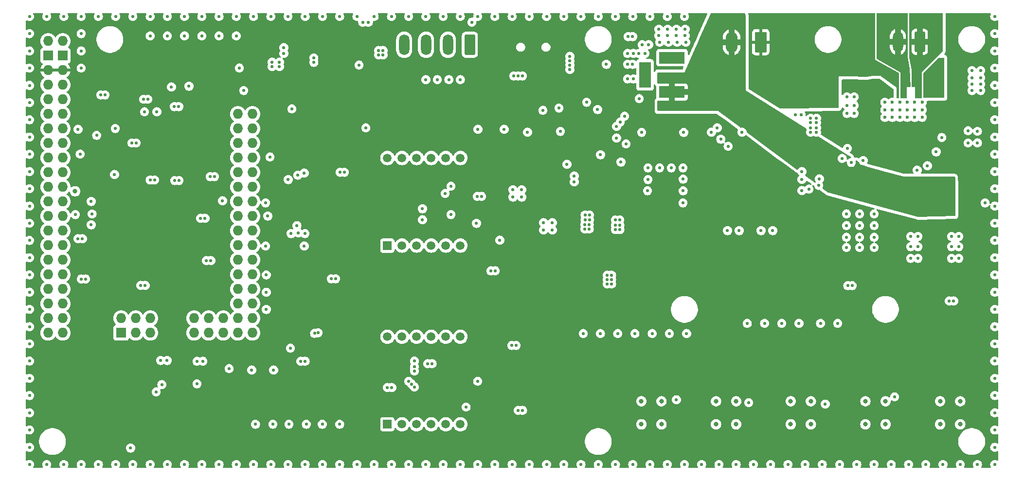
<source format=gbr>
%TF.GenerationSoftware,KiCad,Pcbnew,8.0.3*%
%TF.CreationDate,2024-08-05T00:08:34-04:00*%
%TF.ProjectId,UMTK,554d544b-2e6b-4696-9361-645f70636258,rev?*%
%TF.SameCoordinates,Original*%
%TF.FileFunction,Copper,L2,Inr*%
%TF.FilePolarity,Positive*%
%FSLAX46Y46*%
G04 Gerber Fmt 4.6, Leading zero omitted, Abs format (unit mm)*
G04 Created by KiCad (PCBNEW 8.0.3) date 2024-08-05 00:08:34*
%MOMM*%
%LPD*%
G01*
G04 APERTURE LIST*
G04 Aperture macros list*
%AMRoundRect*
0 Rectangle with rounded corners*
0 $1 Rounding radius*
0 $2 $3 $4 $5 $6 $7 $8 $9 X,Y pos of 4 corners*
0 Add a 4 corners polygon primitive as box body*
4,1,4,$2,$3,$4,$5,$6,$7,$8,$9,$2,$3,0*
0 Add four circle primitives for the rounded corners*
1,1,$1+$1,$2,$3*
1,1,$1+$1,$4,$5*
1,1,$1+$1,$6,$7*
1,1,$1+$1,$8,$9*
0 Add four rect primitives between the rounded corners*
20,1,$1+$1,$2,$3,$4,$5,0*
20,1,$1+$1,$4,$5,$6,$7,0*
20,1,$1+$1,$6,$7,$8,$9,0*
20,1,$1+$1,$8,$9,$2,$3,0*%
G04 Aperture macros list end*
%TA.AperFunction,ComponentPad*%
%ADD10RoundRect,0.250000X0.650000X1.550000X-0.650000X1.550000X-0.650000X-1.550000X0.650000X-1.550000X0*%
%TD*%
%TA.AperFunction,ComponentPad*%
%ADD11O,1.800000X3.600000*%
%TD*%
%TA.AperFunction,ComponentPad*%
%ADD12R,4.500000X2.000000*%
%TD*%
%TA.AperFunction,ComponentPad*%
%ADD13R,2.000000X4.500000*%
%TD*%
%TA.AperFunction,ComponentPad*%
%ADD14R,1.500000X1.500000*%
%TD*%
%TA.AperFunction,ComponentPad*%
%ADD15C,1.500000*%
%TD*%
%TA.AperFunction,HeatsinkPad*%
%ADD16C,0.600000*%
%TD*%
%TA.AperFunction,ComponentPad*%
%ADD17O,1.727200X1.727200*%
%TD*%
%TA.AperFunction,ComponentPad*%
%ADD18R,1.727200X1.727200*%
%TD*%
%TA.AperFunction,ComponentPad*%
%ADD19RoundRect,0.249999X0.790001X1.550001X-0.790001X1.550001X-0.790001X-1.550001X0.790001X-1.550001X0*%
%TD*%
%TA.AperFunction,ComponentPad*%
%ADD20O,2.080000X3.600000*%
%TD*%
%TA.AperFunction,ViaPad*%
%ADD21C,0.560000*%
%TD*%
%TA.AperFunction,ViaPad*%
%ADD22C,0.800000*%
%TD*%
G04 APERTURE END LIST*
D10*
%TO.N,/MotorDriver/VM-*%
%TO.C,J1*%
X175967000Y-25411500D03*
D11*
%TO.N,/MotorDriver/VM+*%
X172157000Y-25411500D03*
%TD*%
D12*
%TO.N,+12V*%
%TO.C,J5*%
X132839133Y-34176000D03*
%TO.N,GND*%
X132839133Y-28176000D03*
D13*
X128139133Y-31176000D03*
%TD*%
D14*
%TO.N,Net-(U6-SEG_E)*%
%TO.C,U8*%
X83300000Y-60885000D03*
D15*
%TO.N,Net-(U6-SEG_D)*%
X85840000Y-60885000D03*
%TO.N,Net-(U6-SEG_DP)*%
X88380000Y-60885000D03*
%TO.N,Net-(U6-SEG_C)*%
X90920000Y-60885000D03*
%TO.N,Net-(U6-SEG_G)*%
X93460000Y-60885000D03*
%TO.N,Net-(U6-DIG_3)*%
X96000000Y-60885000D03*
%TO.N,Net-(U6-SEG_B)*%
X96000000Y-45645000D03*
%TO.N,Net-(U6-DIG_2)*%
X93460000Y-45645000D03*
%TO.N,Net-(U6-DIG_1)*%
X90920000Y-45645000D03*
%TO.N,Net-(U6-SEG_F)*%
X88380000Y-45645000D03*
%TO.N,Net-(U6-SEG_A)*%
X85840000Y-45645000D03*
%TO.N,Net-(U6-DIG_0)*%
X83300000Y-45645000D03*
%TD*%
D16*
%TO.N,GND*%
%TO.C,U1*%
X169889000Y-38559500D03*
X171189000Y-38559500D03*
X172489000Y-38559500D03*
X173789000Y-38559500D03*
X175089000Y-38559500D03*
X176389000Y-38559500D03*
X169889000Y-37259500D03*
X171189000Y-37259500D03*
X172489000Y-37259500D03*
X173789000Y-37259500D03*
X175089000Y-37259500D03*
X176389000Y-37259500D03*
X169889000Y-35959500D03*
X171189000Y-35959500D03*
X172489000Y-35959500D03*
X173789000Y-35959500D03*
X175089000Y-35959500D03*
X176389000Y-35959500D03*
%TD*%
D17*
%TO.N,unconnected-(A2-3.3V-Pad3V31)*%
%TO.C,A2*%
X26797000Y-32893000D03*
%TO.N,unconnected-(A2-3.3V-Pad3V32)*%
X24257000Y-32893000D03*
%TO.N,+5V*%
X26797000Y-30353000D03*
%TO.N,unconnected-(A2-SPI_5V-Pad5V2)*%
X42037000Y-76073000D03*
%TO.N,+5V*%
X24257000Y-30353000D03*
%TO.N,/Arduino/Vin_Sense*%
X59817000Y-37973000D03*
%TO.N,/Arduino/VM_Sense*%
X57277000Y-37973000D03*
%TO.N,/Arduino/MOT_SENSE1*%
X59817000Y-40513000D03*
%TO.N,/Arduino/MOT_SENSE2*%
X57277000Y-40513000D03*
%TO.N,unconnected-(A2-PadA4)*%
X59817000Y-43053000D03*
%TO.N,unconnected-(A2-PadA5)*%
X57277000Y-43053000D03*
%TO.N,unconnected-(A2-PadA6)*%
X59817000Y-45593000D03*
%TO.N,unconnected-(A2-PadA7)*%
X57277000Y-45593000D03*
%TO.N,/Arduino/SW_1*%
X59817000Y-48133000D03*
%TO.N,/Arduino/SW_2*%
X57277000Y-48133000D03*
%TO.N,/Arduino/SW_3*%
X59817000Y-50673000D03*
%TO.N,/Arduino/SW_4*%
X57277000Y-50673000D03*
%TO.N,/Arduino/SW_5*%
X59817000Y-53213000D03*
%TO.N,unconnected-(A2-PadA13)*%
X57277000Y-53213000D03*
%TO.N,unconnected-(A2-PadA14)*%
X59817000Y-55753000D03*
%TO.N,unconnected-(A2-PadA15)*%
X57277000Y-55753000D03*
%TO.N,unconnected-(A2-PadAREF)*%
X26797000Y-35433000D03*
%TO.N,unconnected-(A2-D0{slash}RX0-PadD0)*%
X26797000Y-37973000D03*
%TO.N,unconnected-(A2-D1{slash}TX0-PadD1)*%
X24257000Y-37973000D03*
%TO.N,unconnected-(A2-D2_INT0-PadD2)*%
X26797000Y-40513000D03*
%TO.N,/Arduino/SLIDE_CLK*%
X24257000Y-40513000D03*
%TO.N,/Arduino/SLIDE_DAT*%
X26797000Y-43053000D03*
%TO.N,/Arduino/LC_SCK*%
X24257000Y-43053000D03*
%TO.N,/Arduino/LC_DT*%
X26797000Y-45593000D03*
%TO.N,/Arduino/MOT_DISABLE*%
X24257000Y-45593000D03*
%TO.N,/Arduino/MOT_EN_IN1*%
X26797000Y-48133000D03*
%TO.N,/Arduino/MOT_PH_IN2*%
X24257000Y-48133000D03*
%TO.N,/Arduino/MOT_nITRIP*%
X26797000Y-50673000D03*
%TO.N,/Arduino/MOT_nOL*%
X24257000Y-50673000D03*
%TO.N,/Arduino/MOT_nFAULT*%
X26797000Y-53213000D03*
%TO.N,unconnected-(A2-PadD13)*%
X24257000Y-53213000D03*
%TO.N,/Arduino/MOT_nSLEEP*%
X26797000Y-55753000D03*
%TO.N,unconnected-(A2-D15{slash}RX3-PadD15)*%
X24257000Y-55753000D03*
%TO.N,unconnected-(A2-D16{slash}TX2-PadD16)*%
X26797000Y-58293000D03*
%TO.N,unconnected-(A2-D17{slash}RX2-PadD17)*%
X24257000Y-58293000D03*
%TO.N,unconnected-(A2-D18{slash}TX1-PadD18)*%
X26797000Y-60833000D03*
%TO.N,unconnected-(A2-D19{slash}RX1-PadD19)*%
X24257000Y-60833000D03*
%TO.N,unconnected-(A2-D20{slash}SDA-PadD20)*%
X26797000Y-63373000D03*
%TO.N,unconnected-(A2-D21{slash}SCL-PadD21)*%
X24257000Y-63373000D03*
%TO.N,/Arduino/MOT_MODE*%
X26797000Y-65913000D03*
%TO.N,/Arduino/SLIDE_CLK_DIR*%
X24257000Y-65913000D03*
%TO.N,/Arduino/SLIDE_DAT_DIR*%
X26797000Y-68453000D03*
%TO.N,/Arduino/LC_RATE*%
X24257000Y-68453000D03*
%TO.N,/7Seg_Display/CS*%
X26797000Y-70993000D03*
%TO.N,unconnected-(A2-PadD27)*%
X24257000Y-70993000D03*
%TO.N,unconnected-(A2-PadD28)*%
X26797000Y-73533000D03*
%TO.N,unconnected-(A2-PadD29)*%
X24257000Y-73533000D03*
%TO.N,unconnected-(A2-PadD30)*%
X26797000Y-76073000D03*
%TO.N,unconnected-(A2-PadD31)*%
X24257000Y-76073000D03*
%TO.N,unconnected-(A2-PadD32)*%
X59817000Y-58293000D03*
%TO.N,unconnected-(A2-PadD33)*%
X57277000Y-58293000D03*
%TO.N,unconnected-(A2-PadD34)*%
X59817000Y-60833000D03*
%TO.N,unconnected-(A2-PadD35)*%
X57277000Y-60833000D03*
%TO.N,unconnected-(A2-PadD36)*%
X59817000Y-63373000D03*
%TO.N,unconnected-(A2-PadD37)*%
X57277000Y-63373000D03*
%TO.N,unconnected-(A2-PadD38)*%
X59817000Y-65913000D03*
%TO.N,unconnected-(A2-PadD39)*%
X57277000Y-65913000D03*
%TO.N,unconnected-(A2-PadD40)*%
X59817000Y-68453000D03*
%TO.N,unconnected-(A2-PadD41)*%
X57277000Y-68453000D03*
%TO.N,unconnected-(A2-PadD42)*%
X59817000Y-70993000D03*
%TO.N,unconnected-(A2-PadD43)*%
X57277000Y-70993000D03*
%TO.N,unconnected-(A2-PadD44)*%
X59817000Y-73533000D03*
%TO.N,unconnected-(A2-PadD45)*%
X57277000Y-73533000D03*
%TO.N,unconnected-(A2-PadD46)*%
X59817000Y-76073000D03*
%TO.N,unconnected-(A2-PadD47)*%
X57277000Y-76073000D03*
%TO.N,unconnected-(A2-PadD48)*%
X54737000Y-76073000D03*
%TO.N,unconnected-(A2-PadD49)*%
X54737000Y-73533000D03*
%TO.N,unconnected-(A2-D50_MISO-PadD50)*%
X52197000Y-76073000D03*
%TO.N,/7Seg_Display/DIN*%
X52197000Y-73533000D03*
%TO.N,/7Seg_Display/CLK*%
X49657000Y-76073000D03*
%TO.N,unconnected-(A2-D53_CS-PadD53)*%
X49657000Y-73533000D03*
D18*
%TO.N,GND*%
X26797000Y-27813000D03*
X24257000Y-27813000D03*
%TO.N,unconnected-(A2-SPI_GND-PadGND4)*%
X36957000Y-76073000D03*
D17*
%TO.N,unconnected-(A2-SPI_MISO-PadMISO)*%
X42037000Y-73533000D03*
%TO.N,unconnected-(A2-SPI_MOSI-PadMOSI)*%
X39497000Y-76073000D03*
%TO.N,unconnected-(A2-RESET-PadRST1)*%
X24257000Y-35433000D03*
%TO.N,unconnected-(A2-SPI_RESET-PadRST2)*%
X36957000Y-73533000D03*
%TO.N,unconnected-(A2-SPI_SCK-PadSCK)*%
X39497000Y-73533000D03*
%TO.N,unconnected-(A2-VIN-PadVIN1)*%
X26797000Y-25273000D03*
%TO.N,unconnected-(A2-VIN-PadVIN2)*%
X24257000Y-25273000D03*
%TD*%
D10*
%TO.N,GND*%
%TO.C,J3*%
X97660000Y-25932500D03*
D11*
%TO.N,/HX711/LCS+*%
X93850000Y-25932500D03*
%TO.N,/HX711/LCS-*%
X90040000Y-25932500D03*
%TO.N,/HX711/LCE+*%
X86230000Y-25932500D03*
%TD*%
D19*
%TO.N,VMOTOR*%
%TO.C,J2*%
X148281000Y-25487700D03*
D20*
%TO.N,+12V*%
X143201000Y-25487700D03*
%TD*%
D14*
%TO.N,Net-(U6-SEG_E)*%
%TO.C,U7*%
X83300000Y-92000000D03*
D15*
%TO.N,Net-(U6-SEG_D)*%
X85840000Y-92000000D03*
%TO.N,Net-(U6-SEG_DP)*%
X88380000Y-92000000D03*
%TO.N,Net-(U6-SEG_C)*%
X90920000Y-92000000D03*
%TO.N,Net-(U6-SEG_G)*%
X93460000Y-92000000D03*
%TO.N,Net-(U6-DIG_7)*%
X96000000Y-92000000D03*
%TO.N,Net-(U6-SEG_B)*%
X96000000Y-76760000D03*
%TO.N,Net-(U6-DIG_6)*%
X93460000Y-76760000D03*
%TO.N,Net-(U6-DIG_5)*%
X90920000Y-76760000D03*
%TO.N,Net-(U6-SEG_F)*%
X88380000Y-76760000D03*
%TO.N,Net-(U6-SEG_A)*%
X85840000Y-76760000D03*
%TO.N,Net-(U6-DIG_4)*%
X83300000Y-76760000D03*
%TD*%
D21*
%TO.N,/Arduino/VM_Sense*%
X141325600Y-42375000D03*
X58293000Y-33909000D03*
%TO.N,/7Seg_Display/DIN*%
X55753000Y-82296000D03*
%TO.N,/Arduino/MOT_nSLEEP*%
X179806600Y-42062400D03*
D22*
X28956004Y-51434998D03*
D21*
%TO.N,GND*%
X34163000Y-34671000D03*
X69190000Y-92000000D03*
X189000000Y-84000000D03*
X82550000Y-26924000D03*
X70500000Y-29000000D03*
X60348000Y-92000000D03*
X189000000Y-93000000D03*
X189000000Y-45000000D03*
X158369000Y-50419000D03*
X105000000Y-99000000D03*
X120382000Y-76200000D03*
X51181000Y-81026000D03*
X48000000Y-99000000D03*
X30226000Y-59690000D03*
X21000000Y-30000000D03*
X45000000Y-99000000D03*
X21000000Y-99000000D03*
X163271200Y-37896800D03*
X71247000Y-76073000D03*
X114000000Y-99000000D03*
X154940000Y-74422000D03*
X121564400Y-66040000D03*
X21000000Y-45000000D03*
X162458400Y-45720000D03*
X132080000Y-24357000D03*
X123748800Y-56438800D03*
D22*
X166500000Y-88000000D03*
X183000000Y-92000000D03*
D21*
X135382000Y-76200000D03*
X106680000Y-52451000D03*
X42000000Y-99000000D03*
X27000000Y-99000000D03*
X168021000Y-57404000D03*
X125984000Y-24511000D03*
X117000000Y-21000000D03*
X36000000Y-21000000D03*
X90000000Y-21000000D03*
X189000000Y-33000000D03*
X175641000Y-59309000D03*
X21000000Y-66000000D03*
X21000000Y-93000000D03*
X24000000Y-99000000D03*
D22*
X127500000Y-92000000D03*
D21*
X31902838Y-55397838D03*
X21000000Y-21000000D03*
X78000000Y-21000000D03*
X98000000Y-22000000D03*
X163195000Y-61214000D03*
X21000000Y-60000000D03*
X185039000Y-30403800D03*
X129382000Y-76200000D03*
X123002000Y-57357000D03*
X30000000Y-99000000D03*
X44034525Y-85076940D03*
X127127000Y-35306000D03*
X42773600Y-49479200D03*
X141000000Y-99000000D03*
X181864000Y-70510400D03*
X90322400Y-81432400D03*
X189000000Y-39000000D03*
X133604000Y-23214000D03*
X54000000Y-21000000D03*
X110490000Y-58166000D03*
X186000000Y-99000000D03*
X46990000Y-36703000D03*
X189000000Y-60000000D03*
X132000000Y-21000000D03*
X51000000Y-21000000D03*
X69000000Y-99000000D03*
X105156000Y-52451000D03*
X30022800Y-66700400D03*
X139700000Y-41148000D03*
X106807000Y-31369000D03*
X132080000Y-23214000D03*
X126111000Y-27432000D03*
X126382000Y-76200000D03*
X63246000Y-28956000D03*
D22*
X127500000Y-88000000D03*
D21*
X106070400Y-89560400D03*
X182753000Y-59309000D03*
X75000000Y-92000000D03*
X125095000Y-27432000D03*
X180000000Y-99000000D03*
X132715000Y-47380000D03*
X73533000Y-66675000D03*
X128574800Y-51358800D03*
X140716000Y-40386000D03*
X118465600Y-55575200D03*
X84000000Y-99000000D03*
X43815000Y-80899000D03*
X122986800Y-56438800D03*
X182753000Y-61087000D03*
X72000000Y-21000000D03*
X80000000Y-22000000D03*
D22*
X131000000Y-92000000D03*
D21*
X81000000Y-21000000D03*
X168021000Y-55372000D03*
X92000000Y-32000000D03*
X155295600Y-38100000D03*
X99695000Y-52324000D03*
X21000000Y-78000000D03*
X117382000Y-76200000D03*
X21000000Y-87000000D03*
X21000000Y-36000000D03*
X185039000Y-32791400D03*
X163195000Y-57404000D03*
X106045000Y-31369000D03*
X52451000Y-48895000D03*
X62865000Y-45466000D03*
X118465600Y-56388000D03*
X189000000Y-81000000D03*
X39573200Y-43027600D03*
X29819600Y-44958000D03*
X156972000Y-41148000D03*
X189000000Y-36000000D03*
D22*
X170000000Y-88000000D03*
D21*
X129000000Y-21000000D03*
X174371000Y-63119000D03*
X135128000Y-23214000D03*
X108000000Y-99000000D03*
X128651000Y-49412000D03*
X51816000Y-63500000D03*
X186000000Y-43000000D03*
X129000000Y-99000000D03*
X168000000Y-99000000D03*
X144000000Y-99000000D03*
X60000000Y-21000000D03*
X94000000Y-32000000D03*
X79000000Y-22000000D03*
X156972000Y-38735000D03*
D22*
X183000000Y-88000000D03*
D21*
X150368000Y-58293000D03*
X174000000Y-99000000D03*
X57000000Y-99000000D03*
X189000000Y-42000000D03*
X21000000Y-57000000D03*
X42000000Y-21000000D03*
X81788000Y-26924000D03*
X117703600Y-56388000D03*
X122326400Y-66802000D03*
X117668000Y-57992000D03*
X155448000Y-49382000D03*
X121564400Y-67564000D03*
X71968000Y-92000000D03*
X174371000Y-59309000D03*
X118430000Y-57230000D03*
X62230000Y-72009000D03*
X51562000Y-56134000D03*
X82550000Y-27686000D03*
X93000000Y-21000000D03*
X108000000Y-21000000D03*
X46278800Y-49580800D03*
X106680000Y-51181000D03*
X30000000Y-27000000D03*
X105283000Y-31369000D03*
X115062000Y-27940000D03*
X175641000Y-63119000D03*
X68986400Y-81026000D03*
X117703600Y-55575200D03*
X189000000Y-72000000D03*
X44958000Y-80899000D03*
X155448000Y-51308000D03*
X21000000Y-48000000D03*
X78000000Y-99000000D03*
X123000000Y-99000000D03*
X50800000Y-56134000D03*
X165000000Y-99000000D03*
X102000000Y-99000000D03*
X181483000Y-59309000D03*
X21000000Y-84000000D03*
X52578000Y-63500000D03*
X158671000Y-74422000D03*
D22*
X140500000Y-92000000D03*
D21*
X122326400Y-67564000D03*
X156667200Y-51054000D03*
X70500000Y-28238000D03*
X63500000Y-82550000D03*
X46228000Y-36703000D03*
X63246000Y-29718000D03*
X147000000Y-99000000D03*
X130556000Y-23214000D03*
X123002000Y-58119000D03*
X186563000Y-30403800D03*
X156000000Y-99000000D03*
X163271200Y-35026600D03*
X27000000Y-21000000D03*
X189000000Y-21000000D03*
X122326400Y-66040000D03*
X45000000Y-24384000D03*
X189000000Y-96000000D03*
X158496000Y-49276000D03*
X21000000Y-54000000D03*
X157988000Y-38735000D03*
X181483000Y-61087000D03*
X113411000Y-41021000D03*
X84000000Y-21000000D03*
X53213000Y-48895000D03*
X165481000Y-55372000D03*
X126111000Y-31877000D03*
X21000000Y-90000000D03*
X104952800Y-78282800D03*
X39000000Y-21000000D03*
X174371000Y-61087000D03*
X105000000Y-21000000D03*
X54000000Y-24384000D03*
X29464000Y-59690000D03*
X81788000Y-27686000D03*
X63380000Y-92000000D03*
X175641000Y-61087000D03*
X132382000Y-76200000D03*
X120000000Y-99000000D03*
X84074000Y-85598000D03*
X123382000Y-76200000D03*
X93000000Y-99000000D03*
X21000000Y-81000000D03*
X75057000Y-48133000D03*
X63000000Y-21000000D03*
X90000000Y-99000000D03*
X121564400Y-66802000D03*
X126000000Y-99000000D03*
X29000000Y-55500000D03*
X30000000Y-24000000D03*
X30000000Y-30000000D03*
X42011600Y-49479200D03*
X40843200Y-35407600D03*
X21000000Y-27000000D03*
X102057200Y-65278000D03*
X163195000Y-59436000D03*
X134772400Y-49326800D03*
D22*
X140500000Y-88000000D03*
D21*
X189000000Y-78000000D03*
X145940000Y-74422000D03*
X21000000Y-33000000D03*
X163271200Y-36474400D03*
X72000000Y-99000000D03*
X120396000Y-45085000D03*
X185039000Y-33909000D03*
X164541200Y-36474400D03*
X111000000Y-21000000D03*
X164541200Y-37896800D03*
D22*
X144000000Y-88000000D03*
X131000000Y-88000000D03*
D21*
X48000000Y-24384000D03*
X189000000Y-24000000D03*
X135255000Y-25500000D03*
X125984000Y-29337000D03*
X30000000Y-21000000D03*
X134772400Y-51358800D03*
X24000000Y-21000000D03*
X134747000Y-53476000D03*
X63000000Y-99000000D03*
D22*
X179500000Y-88000000D03*
D21*
X163423600Y-67868800D03*
X96000000Y-32000000D03*
X181102000Y-70510400D03*
X54000000Y-99000000D03*
X156972000Y-39497000D03*
X117000000Y-99000000D03*
X148336000Y-58293000D03*
X33000000Y-21000000D03*
X59690000Y-82550000D03*
X156972000Y-40386000D03*
X164185600Y-67868800D03*
X189000000Y-69000000D03*
X96000000Y-21000000D03*
X69000000Y-21000000D03*
X142494000Y-58293000D03*
X128651000Y-47380000D03*
X115062000Y-28702000D03*
X181483000Y-63119000D03*
X182753000Y-63119000D03*
X98933000Y-52324000D03*
X127050800Y-27432000D03*
X60000000Y-99000000D03*
X153000000Y-99000000D03*
X186563000Y-31673800D03*
X148940000Y-74422000D03*
X62230000Y-69009000D03*
X186563000Y-32791400D03*
X189000000Y-66000000D03*
X159000000Y-99000000D03*
X99060000Y-40640000D03*
D22*
X153500000Y-92000000D03*
D21*
X189000000Y-54000000D03*
X66158000Y-92000000D03*
X33401000Y-34671000D03*
X125095000Y-29337000D03*
D22*
X144000000Y-92000000D03*
D21*
X184353200Y-43027600D03*
X39000000Y-99000000D03*
X87000000Y-99000000D03*
X110490000Y-56896000D03*
X126000000Y-21000000D03*
X31750000Y-57277000D03*
X29464000Y-40640000D03*
X96000000Y-99000000D03*
X115062000Y-29464000D03*
D22*
X166500000Y-92000000D03*
D21*
X115062000Y-30226000D03*
X166116000Y-46101000D03*
X21000000Y-51000000D03*
X101295200Y-65278000D03*
X36000000Y-99000000D03*
X177292000Y-46990000D03*
X128778000Y-25908000D03*
X66000000Y-21000000D03*
X45000000Y-21000000D03*
X21000000Y-63000000D03*
X78359000Y-29464000D03*
X185039000Y-31673800D03*
X134747000Y-47380000D03*
X123000000Y-21000000D03*
X120000000Y-21000000D03*
X21000000Y-24000000D03*
X105714800Y-78282800D03*
X189000000Y-75000000D03*
X125222000Y-24511000D03*
D22*
X157000000Y-88000000D03*
D21*
X99000000Y-21000000D03*
X107696000Y-41148000D03*
X183000000Y-99000000D03*
X189000000Y-27000000D03*
X40386000Y-67818000D03*
X150000000Y-99000000D03*
X157988000Y-40386000D03*
X130556000Y-24357000D03*
X50165000Y-84963000D03*
D22*
X179500000Y-92000000D03*
D21*
X189000000Y-63000000D03*
X134874000Y-41198800D03*
X42000000Y-24384000D03*
X21000000Y-69000000D03*
X165481000Y-59436000D03*
X189000000Y-48000000D03*
X135000000Y-99000000D03*
X186000000Y-41000000D03*
X30784800Y-66700400D03*
D22*
X153500000Y-88000000D03*
D21*
X62230000Y-66009000D03*
X33000000Y-99000000D03*
X21000000Y-42000000D03*
X112014000Y-56896000D03*
X87000000Y-21000000D03*
X168021000Y-59436000D03*
X157988000Y-41148000D03*
X123764000Y-58119000D03*
X74295000Y-66675000D03*
X21000000Y-39000000D03*
X64516000Y-28956000D03*
X38811200Y-43027600D03*
X144526000Y-58293000D03*
X81000000Y-99000000D03*
X132000000Y-99000000D03*
X41605200Y-35407600D03*
X83312000Y-85598000D03*
X125095000Y-31877000D03*
D22*
X157000000Y-92000000D03*
D21*
X162000000Y-99000000D03*
X177000000Y-99000000D03*
X119888000Y-37211000D03*
X189000000Y-90000000D03*
X189000000Y-30000000D03*
X75000000Y-21000000D03*
X175514000Y-47752000D03*
X151940000Y-74422000D03*
X99000000Y-99000000D03*
X106832400Y-89560400D03*
X51000000Y-99000000D03*
X127635000Y-25908000D03*
X138000000Y-99000000D03*
X123764000Y-57357000D03*
X68224400Y-81026000D03*
X91084400Y-81432400D03*
X21000000Y-96000000D03*
X135000000Y-21000000D03*
X145034000Y-41148000D03*
X103632000Y-40640000D03*
X184353200Y-40894000D03*
X133604000Y-24357000D03*
X90000000Y-32000000D03*
X57000000Y-21000000D03*
X70618060Y-76166476D03*
X161671000Y-74422000D03*
X189000000Y-51000000D03*
X21000000Y-75000000D03*
X155448000Y-48006000D03*
X189000000Y-87000000D03*
X75000000Y-99000000D03*
X133731000Y-25500000D03*
X127558800Y-41198800D03*
X64516000Y-29718000D03*
X47040800Y-49580800D03*
X51000000Y-24384000D03*
X111000000Y-99000000D03*
X66000000Y-99000000D03*
X157988000Y-39497000D03*
X132207000Y-25500000D03*
X117668000Y-57230000D03*
X114000000Y-21000000D03*
X112014000Y-58166000D03*
X31750000Y-53213000D03*
X130683000Y-47380000D03*
X189000000Y-57000000D03*
X163195000Y-55372000D03*
X189000000Y-99000000D03*
X105156000Y-51181000D03*
X57000000Y-24384000D03*
X128143000Y-27432000D03*
X48000000Y-21000000D03*
X21000000Y-72000000D03*
X165481000Y-61214000D03*
X154279600Y-38100000D03*
X130683000Y-25500000D03*
X102000000Y-21000000D03*
X186563000Y-33909000D03*
X79550000Y-40386000D03*
X164033200Y-46431200D03*
X171000000Y-99000000D03*
X50165000Y-81026000D03*
D22*
X170000000Y-92000000D03*
D21*
X164541200Y-35026600D03*
X135128000Y-24357000D03*
X41148000Y-67818000D03*
X165481000Y-57404000D03*
X75819000Y-48133000D03*
X118430000Y-57992000D03*
X168021000Y-61214000D03*
%TO.N,/7Seg_Display/CLK*%
X38608000Y-96139000D03*
%TO.N,/Arduino/LC_SCK*%
X65278000Y-26416000D03*
%TO.N,/Arduino/MOT_nOL*%
X123825000Y-39370000D03*
X35941000Y-40513000D03*
%TO.N,+5V*%
X135204200Y-65735200D03*
X172720000Y-83312000D03*
X85598000Y-33782000D03*
X40004000Y-55550000D03*
X136855200Y-66878200D03*
X132334000Y-85598000D03*
X138379200Y-66878200D03*
X33782000Y-90678000D03*
X85598000Y-32766000D03*
X34544000Y-90678000D03*
X115773200Y-56896000D03*
X146050000Y-83947000D03*
X135966200Y-65735200D03*
X134442200Y-65735200D03*
X138506200Y-68021200D03*
X114884200Y-56896000D03*
X115773200Y-56134000D03*
X86614000Y-32766000D03*
X70358000Y-32004000D03*
X135331200Y-66878200D03*
X115773200Y-55372000D03*
X139268200Y-68021200D03*
X136728200Y-65735200D03*
X37973000Y-94234000D03*
X68580000Y-35306000D03*
X114884200Y-55372000D03*
X105854500Y-41021000D03*
X132969000Y-84962996D03*
X138379200Y-65735200D03*
X164592000Y-44196000D03*
X159131000Y-83947000D03*
X147066000Y-83907000D03*
X40004000Y-54661000D03*
X119253000Y-86487000D03*
X40004000Y-56566000D03*
X169291000Y-46101000D03*
X33020000Y-89789000D03*
X114884200Y-56134000D03*
X33020000Y-90678000D03*
X160020000Y-83907000D03*
X137617200Y-66878200D03*
X34544000Y-89789000D03*
X111760000Y-41021000D03*
X67691000Y-35306000D03*
X70358000Y-33528000D03*
X119253000Y-85471000D03*
X66802000Y-35306000D03*
X136220200Y-68021200D03*
X38735000Y-94234000D03*
X136093200Y-66878200D03*
X106616500Y-41021000D03*
X139268200Y-66878200D03*
X86614000Y-33782000D03*
X172085000Y-82042000D03*
X70358000Y-32766000D03*
X137744200Y-68021200D03*
X33782000Y-89789000D03*
X140157200Y-68021200D03*
X137490200Y-65735200D03*
X110998000Y-41021000D03*
X136982200Y-68021200D03*
%TO.N,/Arduino/MOT_SENSE1*%
X115824000Y-48768000D03*
X178816000Y-44576998D03*
%TO.N,/Arduino/MOT_SENSE2*%
X187325000Y-53467000D03*
X115824000Y-49784000D03*
%TO.N,/Arduino/SLIDE_CLK*%
X45720000Y-33274000D03*
X32692888Y-41709888D03*
%TO.N,/Arduino/SW_4*%
X159512000Y-88479000D03*
X98806004Y-57023000D03*
X67818000Y-58674000D03*
X54610000Y-53086000D03*
%TO.N,/Arduino/LC_DT*%
X65278000Y-27432000D03*
%TO.N,/Arduino/SW_1*%
X68961000Y-58801000D03*
X62103000Y-53467000D03*
%TO.N,/Arduino/SW_2*%
X133604000Y-87717000D03*
X62484000Y-55753000D03*
X89408000Y-56388000D03*
X67555925Y-57412075D03*
%TO.N,/Arduino/MOT_nITRIP*%
X43180000Y-37592000D03*
X124587000Y-38354000D03*
%TO.N,/Arduino/MOT_MODE*%
X163355044Y-43951013D03*
X89408000Y-54483000D03*
X66548000Y-58801000D03*
%TO.N,/Arduino/LC_RATE*%
X48768000Y-33147000D03*
X57531000Y-29972000D03*
%TO.N,/Arduino/SW_5*%
X62103000Y-60960000D03*
X68834000Y-60960000D03*
X102870000Y-59944000D03*
X171577000Y-87209000D03*
%TO.N,/Arduino/Vin_Sense*%
X114554000Y-46736000D03*
X123952000Y-46355000D03*
%TO.N,/Arduino/SW_3*%
X94361000Y-55499000D03*
X146177000Y-88225000D03*
X66040000Y-49403000D03*
%TO.N,/Arduino/SLIDE_CLK_DIR*%
X41021000Y-37592000D03*
X66675000Y-37084000D03*
%TO.N,VMOTOR*%
X149145933Y-21427400D03*
X157099000Y-32131000D03*
X177800000Y-30353000D03*
X151384000Y-34417000D03*
X153035000Y-36322000D03*
X170561000Y-31242000D03*
X157988000Y-32893000D03*
X177190400Y-32004000D03*
X157607000Y-36322000D03*
X151384000Y-32131000D03*
X171958000Y-32258000D03*
X164084000Y-28448000D03*
X153797000Y-36322000D03*
X170561000Y-30353000D03*
X146859933Y-21427400D03*
X177980667Y-32750800D03*
X157988000Y-34417000D03*
X163322000Y-28448000D03*
X155321000Y-36322000D03*
X177980667Y-31242000D03*
X146859933Y-22479000D03*
X152273000Y-32893000D03*
X157988000Y-32131000D03*
X150266400Y-26126400D03*
X147955000Y-29372600D03*
X178409600Y-29667200D03*
X157099000Y-33655000D03*
X150241000Y-22479000D03*
X179222400Y-29667200D03*
X152273000Y-32131000D03*
X147955000Y-21427400D03*
X150266400Y-27178000D03*
X157099000Y-34417000D03*
X151384000Y-33655000D03*
X179120800Y-28905200D03*
X149145933Y-29372600D03*
X150241000Y-28321000D03*
X179933600Y-28905200D03*
X156845000Y-36322000D03*
X171348400Y-32258000D03*
X150241000Y-29372600D03*
X149145933Y-22479000D03*
X152273000Y-33655000D03*
X156083000Y-36322000D03*
X147955000Y-28321000D03*
X157099000Y-32893000D03*
X178612800Y-30378400D03*
X150266400Y-24094400D03*
X152273000Y-34417000D03*
X157988000Y-33655000D03*
X152273000Y-36322000D03*
X177980667Y-32004000D03*
X165608000Y-28448000D03*
X162560000Y-29464000D03*
X169900600Y-30810200D03*
X171348400Y-31511200D03*
X150266400Y-25146000D03*
X151384000Y-32893000D03*
X177190400Y-31242000D03*
X149145933Y-28321000D03*
X171348400Y-30749200D03*
X146859933Y-28321000D03*
X177190400Y-32750800D03*
X166370000Y-28448000D03*
X171958000Y-31511200D03*
X154559000Y-36322000D03*
X147955000Y-22479000D03*
X164846000Y-28448000D03*
X169926000Y-29972000D03*
X162560000Y-30988000D03*
X150241000Y-21427400D03*
X146859933Y-29372600D03*
X162560000Y-30226000D03*
%TO.N,+12V*%
X181102000Y-50891400D03*
X141271933Y-22479000D03*
X134620000Y-32054800D03*
X176149000Y-51145400D03*
X141224000Y-27178000D03*
X144018000Y-28260000D03*
X133604000Y-32054800D03*
X144018000Y-29311600D03*
X176149000Y-53177400D03*
X143637000Y-22479000D03*
X144780000Y-21427400D03*
X137058400Y-35864800D03*
X131064000Y-32054800D03*
X142367000Y-29337000D03*
X141224000Y-24094400D03*
X144780000Y-22479000D03*
X136296400Y-34594800D03*
X176149000Y-54229000D03*
X136296400Y-33578800D03*
X131064000Y-36068000D03*
X141271933Y-21427400D03*
X142367000Y-28285400D03*
X136296400Y-36880800D03*
X134620000Y-36830000D03*
X136245600Y-32207200D03*
X133604000Y-36830000D03*
X141322733Y-28260000D03*
X144957800Y-28260000D03*
X131064000Y-36830000D03*
X141224000Y-26126400D03*
X133604000Y-31292800D03*
X134620000Y-36068000D03*
X132080000Y-36830000D03*
X134620000Y-31292800D03*
X137007600Y-31191200D03*
X141224000Y-25146000D03*
X132080000Y-32054800D03*
X142494000Y-21427400D03*
X136296400Y-35864800D03*
X132080000Y-31292800D03*
X133604000Y-36068000D03*
X181102000Y-52923400D03*
X143637000Y-21427400D03*
X137007600Y-32207200D03*
X142494000Y-22479000D03*
X137058400Y-33578800D03*
X136245600Y-31191200D03*
X141322733Y-29311600D03*
X132080000Y-36068000D03*
X131064000Y-31292800D03*
X137058400Y-34594800D03*
X181102000Y-53975000D03*
X176149000Y-52197000D03*
X144957800Y-29311600D03*
X137058400Y-36880800D03*
X181102000Y-51943000D03*
%TO.N,/MotorDriver/VM+*%
X173789667Y-32766000D03*
X169164000Y-22098000D03*
X169164000Y-23749000D03*
X171450000Y-22098000D03*
X173789667Y-32160997D03*
X169164000Y-25273000D03*
X173027735Y-32152009D03*
X173027735Y-31588612D03*
X170307000Y-22098000D03*
X169164000Y-26924000D03*
X170180000Y-23749000D03*
X170180000Y-25273000D03*
X173789667Y-31597600D03*
X172974000Y-22098000D03*
X173027667Y-32766000D03*
X170180000Y-26924000D03*
%TO.N,/MotorDriver/VM-*%
X175059735Y-32152009D03*
X175059667Y-32766000D03*
X175133000Y-22098000D03*
X178054000Y-23622000D03*
X175821667Y-32766000D03*
X176530000Y-22098000D03*
X179070000Y-23622000D03*
X175059735Y-31588612D03*
X179070000Y-26797000D03*
X178054000Y-25273000D03*
X177800000Y-22098000D03*
X179070000Y-25273000D03*
X178054000Y-26797000D03*
X175821667Y-31597600D03*
X179070000Y-22098000D03*
X175821667Y-32160997D03*
%TO.N,/Linear Slide/_SLIDE_DAT_*%
X121412000Y-29337000D03*
X113157000Y-36957000D03*
%TO.N,Net-(U6-SEG_A)*%
X87500000Y-85000000D03*
X87000000Y-84500000D03*
X88000000Y-85500000D03*
%TO.N,Net-(U6-DIG_5)*%
X43053000Y-86360006D03*
X66421000Y-78740000D03*
%TO.N,Net-(U6-SEG_F)*%
X88000000Y-81000000D03*
X88000000Y-82730003D03*
X88000000Y-82000000D03*
%TO.N,Net-(U6-SEG_B)*%
X99000000Y-84500000D03*
X97000000Y-89000000D03*
%TO.N,/Arduino/MOT_DISABLE*%
X93345000Y-51816000D03*
X124841000Y-43180000D03*
X67691000Y-48641000D03*
%TO.N,/Arduino/MOT_PH_IN2*%
X68834000Y-48260000D03*
X123190000Y-42164000D03*
X35814000Y-48514000D03*
X94361000Y-50546000D03*
%TO.N,/Arduino/MOT_nFAULT*%
X142595600Y-43589000D03*
%TO.N,/Arduino/MOT_EN_IN1*%
X123190000Y-40132000D03*
%TO.N,/Linear Slide/_SLIDE_CLK_*%
X117983000Y-35941000D03*
X110363000Y-37338000D03*
%TD*%
%TA.AperFunction,Conductor*%
%TO.N,/MotorDriver/VM-*%
G36*
X179906738Y-20418093D02*
G01*
X179932458Y-20462642D01*
X179933600Y-20475700D01*
X179933600Y-27080852D01*
X179916007Y-27129190D01*
X179911574Y-27134026D01*
X176326800Y-30718799D01*
X176326800Y-35164800D01*
X176309207Y-35213138D01*
X176264658Y-35238858D01*
X176251600Y-35240000D01*
X175233600Y-35240000D01*
X175185262Y-35222407D01*
X175159542Y-35177858D01*
X175158400Y-35164800D01*
X175158400Y-33258800D01*
X174624000Y-33258800D01*
X174575662Y-33241207D01*
X174549942Y-33196658D01*
X174548800Y-33183600D01*
X174548800Y-30226000D01*
X174118642Y-28201727D01*
X174117000Y-28186096D01*
X174117000Y-27011473D01*
X174567001Y-27011473D01*
X174577494Y-27114194D01*
X174577495Y-27114197D01*
X174632642Y-27280622D01*
X174724681Y-27429842D01*
X174724686Y-27429848D01*
X174848651Y-27553813D01*
X174848657Y-27553818D01*
X174997877Y-27645857D01*
X175164302Y-27701005D01*
X175164301Y-27701005D01*
X175267027Y-27711499D01*
X175459000Y-27711499D01*
X176475000Y-27711499D01*
X176666973Y-27711499D01*
X176769694Y-27701005D01*
X176769697Y-27701004D01*
X176936122Y-27645857D01*
X177085342Y-27553818D01*
X177085348Y-27553813D01*
X177209313Y-27429848D01*
X177209318Y-27429842D01*
X177301357Y-27280622D01*
X177356505Y-27114197D01*
X177367000Y-27011472D01*
X177367000Y-25919500D01*
X176475000Y-25919500D01*
X176475000Y-27711499D01*
X175459000Y-27711499D01*
X175459000Y-25919500D01*
X174567001Y-25919500D01*
X174567001Y-27011473D01*
X174117000Y-27011473D01*
X174117000Y-25332509D01*
X175367000Y-25332509D01*
X175367000Y-25490491D01*
X175407889Y-25643091D01*
X175486881Y-25779908D01*
X175598592Y-25891619D01*
X175735409Y-25970611D01*
X175888009Y-26011500D01*
X176045991Y-26011500D01*
X176198591Y-25970611D01*
X176335408Y-25891619D01*
X176447119Y-25779908D01*
X176526111Y-25643091D01*
X176567000Y-25490491D01*
X176567000Y-25332509D01*
X176526111Y-25179909D01*
X176447119Y-25043092D01*
X176335408Y-24931381D01*
X176287117Y-24903500D01*
X176475000Y-24903500D01*
X177366999Y-24903500D01*
X177366999Y-23811526D01*
X177356505Y-23708805D01*
X177356504Y-23708802D01*
X177301357Y-23542377D01*
X177209318Y-23393157D01*
X177209313Y-23393151D01*
X177085348Y-23269186D01*
X177085342Y-23269181D01*
X176936122Y-23177142D01*
X176769697Y-23121994D01*
X176769698Y-23121994D01*
X176666973Y-23111500D01*
X176475000Y-23111500D01*
X176475000Y-24903500D01*
X176287117Y-24903500D01*
X176198591Y-24852389D01*
X176045991Y-24811500D01*
X175888009Y-24811500D01*
X175735409Y-24852389D01*
X175598592Y-24931381D01*
X175486881Y-25043092D01*
X175407889Y-25179909D01*
X175367000Y-25332509D01*
X174117000Y-25332509D01*
X174117000Y-23811527D01*
X174567000Y-23811527D01*
X174567000Y-24903500D01*
X175459000Y-24903500D01*
X175459000Y-23111500D01*
X175267027Y-23111500D01*
X175164305Y-23121994D01*
X175164302Y-23121995D01*
X174997877Y-23177142D01*
X174848657Y-23269181D01*
X174848651Y-23269186D01*
X174724686Y-23393151D01*
X174724681Y-23393157D01*
X174632642Y-23542377D01*
X174577494Y-23708802D01*
X174567000Y-23811527D01*
X174117000Y-23811527D01*
X174117000Y-20475700D01*
X174134593Y-20427362D01*
X174179142Y-20401642D01*
X174192200Y-20400500D01*
X179858400Y-20400500D01*
X179906738Y-20418093D01*
G37*
%TD.AperFunction*%
%TD*%
%TA.AperFunction,Conductor*%
%TO.N,/MotorDriver/VM+*%
G36*
X173836138Y-20418093D02*
G01*
X173861858Y-20462642D01*
X173863000Y-20475700D01*
X173863000Y-28065039D01*
X174242938Y-30093331D01*
X174244185Y-30104760D01*
X174343104Y-33181183D01*
X174327073Y-33230061D01*
X174283375Y-33257200D01*
X174267943Y-33258800D01*
X173685200Y-33258800D01*
X173685200Y-35164800D01*
X173667607Y-35213138D01*
X173623058Y-35238858D01*
X173610000Y-35240000D01*
X172642800Y-35240000D01*
X172594462Y-35222407D01*
X172568742Y-35177858D01*
X172567600Y-35164800D01*
X172567600Y-30733999D01*
X168449787Y-28413942D01*
X168416309Y-28374886D01*
X168411500Y-28348425D01*
X168411500Y-26421684D01*
X170757000Y-26421684D01*
X170791471Y-26639326D01*
X170791474Y-26639338D01*
X170859568Y-26848912D01*
X170959615Y-27045264D01*
X171089136Y-27223534D01*
X171089148Y-27223548D01*
X171244951Y-27379351D01*
X171244965Y-27379363D01*
X171423235Y-27508884D01*
X171619591Y-27608932D01*
X171648999Y-27618486D01*
X171649000Y-27618486D01*
X172665000Y-27618486D01*
X172694408Y-27608932D01*
X172890764Y-27508884D01*
X173069034Y-27379363D01*
X173069048Y-27379351D01*
X173224851Y-27223548D01*
X173224863Y-27223534D01*
X173354384Y-27045264D01*
X173454431Y-26848912D01*
X173522525Y-26639338D01*
X173522528Y-26639326D01*
X173556999Y-26421684D01*
X173557000Y-26421677D01*
X173557000Y-25919500D01*
X172665000Y-25919500D01*
X172665000Y-27618486D01*
X171649000Y-27618486D01*
X171649000Y-25919500D01*
X170757000Y-25919500D01*
X170757000Y-26421684D01*
X168411500Y-26421684D01*
X168411500Y-25332509D01*
X171557000Y-25332509D01*
X171557000Y-25490491D01*
X171597889Y-25643091D01*
X171676881Y-25779908D01*
X171788592Y-25891619D01*
X171925409Y-25970611D01*
X172078009Y-26011500D01*
X172235991Y-26011500D01*
X172388591Y-25970611D01*
X172525408Y-25891619D01*
X172637119Y-25779908D01*
X172716111Y-25643091D01*
X172757000Y-25490491D01*
X172757000Y-25332509D01*
X172716111Y-25179909D01*
X172637119Y-25043092D01*
X172525408Y-24931381D01*
X172477117Y-24903500D01*
X172665000Y-24903500D01*
X173557000Y-24903500D01*
X173557000Y-24401322D01*
X173556999Y-24401315D01*
X173522528Y-24183673D01*
X173522525Y-24183661D01*
X173454431Y-23974087D01*
X173354384Y-23777735D01*
X173224863Y-23599465D01*
X173224851Y-23599451D01*
X173069048Y-23443648D01*
X173069034Y-23443636D01*
X172890764Y-23314115D01*
X172694414Y-23214069D01*
X172665000Y-23204512D01*
X172665000Y-24903500D01*
X172477117Y-24903500D01*
X172388591Y-24852389D01*
X172235991Y-24811500D01*
X172078009Y-24811500D01*
X171925409Y-24852389D01*
X171788592Y-24931381D01*
X171676881Y-25043092D01*
X171597889Y-25179909D01*
X171557000Y-25332509D01*
X168411500Y-25332509D01*
X168411500Y-24401315D01*
X170757000Y-24401315D01*
X170757000Y-24903500D01*
X171649000Y-24903500D01*
X171649000Y-23204512D01*
X171648999Y-23204512D01*
X171619585Y-23214069D01*
X171423235Y-23314115D01*
X171244965Y-23443636D01*
X171244951Y-23443648D01*
X171089148Y-23599451D01*
X171089136Y-23599465D01*
X170959615Y-23777735D01*
X170859568Y-23974087D01*
X170791474Y-24183661D01*
X170791471Y-24183673D01*
X170757000Y-24401315D01*
X168411500Y-24401315D01*
X168411500Y-20475700D01*
X168429093Y-20427362D01*
X168473642Y-20401642D01*
X168486700Y-20400500D01*
X173787800Y-20400500D01*
X173836138Y-20418093D01*
G37*
%TD.AperFunction*%
%TD*%
%TA.AperFunction,Conductor*%
%TO.N,+12V*%
G36*
X145510439Y-20420185D02*
G01*
X145556194Y-20472989D01*
X145567400Y-20524500D01*
X145567400Y-33909000D01*
X140843000Y-37465000D01*
X130426000Y-37465000D01*
X130358961Y-37445315D01*
X130313206Y-37392511D01*
X130302000Y-37341000D01*
X130302000Y-35789684D01*
X130321685Y-35722645D01*
X130374489Y-35676890D01*
X130443647Y-35666946D01*
X130469336Y-35673503D01*
X130480035Y-35677493D01*
X130540551Y-35683999D01*
X130540553Y-35684000D01*
X132331133Y-35684000D01*
X133347133Y-35684000D01*
X135137713Y-35684000D01*
X135137714Y-35683999D01*
X135198230Y-35677493D01*
X135335094Y-35626446D01*
X135335094Y-35626445D01*
X135452036Y-35538903D01*
X135539578Y-35421961D01*
X135539579Y-35421961D01*
X135590626Y-35285097D01*
X135597132Y-35224581D01*
X135597133Y-35224580D01*
X135597133Y-34684000D01*
X133347133Y-34684000D01*
X133347133Y-35684000D01*
X132331133Y-35684000D01*
X132331133Y-34676000D01*
X134154959Y-34676000D01*
X134282126Y-34641925D01*
X134396140Y-34576099D01*
X134489232Y-34483007D01*
X134555058Y-34368993D01*
X134589133Y-34241826D01*
X134589133Y-34110174D01*
X134555058Y-33983007D01*
X134489232Y-33868993D01*
X134396140Y-33775901D01*
X134282126Y-33710075D01*
X134154959Y-33676000D01*
X132331133Y-33676000D01*
X132331133Y-33668000D01*
X133347133Y-33668000D01*
X135597133Y-33668000D01*
X135597133Y-33127420D01*
X135597132Y-33127418D01*
X135590626Y-33066902D01*
X135539579Y-32930038D01*
X135452036Y-32813096D01*
X135335094Y-32725554D01*
X135335094Y-32725553D01*
X135198230Y-32674506D01*
X135137714Y-32668000D01*
X133347133Y-32668000D01*
X133347133Y-33668000D01*
X132331133Y-33668000D01*
X132331133Y-32668000D01*
X130540551Y-32668000D01*
X130480033Y-32674506D01*
X130480031Y-32674506D01*
X130469330Y-32678498D01*
X130399638Y-32683480D01*
X130338316Y-32649994D01*
X130304833Y-32588670D01*
X130302000Y-32562315D01*
X130302000Y-30858000D01*
X130321685Y-30790961D01*
X130374489Y-30745206D01*
X130426000Y-30734000D01*
X135000999Y-30734000D01*
X135001000Y-30734000D01*
X136965012Y-26369529D01*
X141653000Y-26369529D01*
X141691117Y-26610192D01*
X141766410Y-26841923D01*
X141766412Y-26841926D01*
X141877031Y-27059029D01*
X142020253Y-27256155D01*
X142192544Y-27428446D01*
X142389670Y-27571668D01*
X142606773Y-27682287D01*
X142606779Y-27682290D01*
X142692999Y-27710304D01*
X143709000Y-27710304D01*
X143795220Y-27682290D01*
X143795226Y-27682287D01*
X144012329Y-27571668D01*
X144209455Y-27428446D01*
X144381746Y-27256155D01*
X144524968Y-27059029D01*
X144635587Y-26841926D01*
X144635589Y-26841923D01*
X144710882Y-26610192D01*
X144749000Y-26369529D01*
X144749000Y-25995700D01*
X143709000Y-25995700D01*
X143709000Y-27710304D01*
X142692999Y-27710304D01*
X142693000Y-27710303D01*
X142693000Y-25995700D01*
X141653000Y-25995700D01*
X141653000Y-26369529D01*
X136965012Y-26369529D01*
X137287000Y-25654000D01*
X137389280Y-25418756D01*
X142501000Y-25418756D01*
X142501000Y-25556644D01*
X142527901Y-25691882D01*
X142580668Y-25819274D01*
X142657274Y-25933924D01*
X142754776Y-26031426D01*
X142869426Y-26108032D01*
X142996818Y-26160799D01*
X143132056Y-26187700D01*
X143269944Y-26187700D01*
X143405182Y-26160799D01*
X143532574Y-26108032D01*
X143647224Y-26031426D01*
X143744726Y-25933924D01*
X143821332Y-25819274D01*
X143874099Y-25691882D01*
X143901000Y-25556644D01*
X143901000Y-25418756D01*
X143874099Y-25283518D01*
X143821332Y-25156126D01*
X143744726Y-25041476D01*
X143682950Y-24979700D01*
X143709000Y-24979700D01*
X144749000Y-24979700D01*
X144749000Y-24605870D01*
X144710882Y-24365207D01*
X144635589Y-24133476D01*
X144635587Y-24133473D01*
X144524968Y-23916370D01*
X144381746Y-23719244D01*
X144209455Y-23546953D01*
X144012329Y-23403731D01*
X143795230Y-23293113D01*
X143709000Y-23265095D01*
X143709000Y-24979700D01*
X143682950Y-24979700D01*
X143647224Y-24943974D01*
X143532574Y-24867368D01*
X143405182Y-24814601D01*
X143269944Y-24787700D01*
X143132056Y-24787700D01*
X142996818Y-24814601D01*
X142869426Y-24867368D01*
X142754776Y-24943974D01*
X142657274Y-25041476D01*
X142580668Y-25156126D01*
X142527901Y-25283518D01*
X142501000Y-25418756D01*
X137389280Y-25418756D01*
X137742708Y-24605870D01*
X141653000Y-24605870D01*
X141653000Y-24979700D01*
X142693000Y-24979700D01*
X142693000Y-23265095D01*
X142606769Y-23293113D01*
X142389670Y-23403731D01*
X142192544Y-23546953D01*
X142020253Y-23719244D01*
X141877031Y-23916370D01*
X141766412Y-24133473D01*
X141766410Y-24133476D01*
X141691117Y-24365207D01*
X141653000Y-24605870D01*
X137742708Y-24605870D01*
X139538714Y-20475055D01*
X139583496Y-20421427D01*
X139650164Y-20400521D01*
X139652430Y-20400500D01*
X145443400Y-20400500D01*
X145510439Y-20420185D01*
G37*
%TD.AperFunction*%
%TD*%
%TA.AperFunction,Conductor*%
%TO.N,VMOTOR*%
G36*
X180211538Y-28196393D02*
G01*
X180237258Y-28240942D01*
X180238400Y-28254000D01*
X180238400Y-35114000D01*
X180220807Y-35162338D01*
X180176258Y-35188058D01*
X180163200Y-35189200D01*
X176607500Y-35189200D01*
X176559162Y-35171607D01*
X176533442Y-35127058D01*
X176532300Y-35114000D01*
X176532300Y-30900048D01*
X176549893Y-30851710D01*
X176554326Y-30846874D01*
X179200374Y-28200826D01*
X179246994Y-28179086D01*
X179253548Y-28178800D01*
X180163200Y-28178800D01*
X180211538Y-28196393D01*
G37*
%TD.AperFunction*%
%TD*%
%TA.AperFunction,Conductor*%
%TO.N,VMOTOR*%
G36*
X168179138Y-20418093D02*
G01*
X168204858Y-20462642D01*
X168206000Y-20475700D01*
X168206000Y-28575000D01*
X168205999Y-28575000D01*
X172300424Y-30839663D01*
X172334207Y-30878454D01*
X172339226Y-30905081D01*
X172361144Y-35164413D01*
X172343800Y-35212841D01*
X172299384Y-35238789D01*
X172285945Y-35240000D01*
X171979533Y-35240000D01*
X171931195Y-35222407D01*
X171905475Y-35177858D01*
X171904333Y-35164800D01*
X171904333Y-33401000D01*
X171904332Y-33400999D01*
X169164000Y-31369000D01*
X167767000Y-31369000D01*
X166756133Y-31495358D01*
X166745835Y-31495933D01*
X165747809Y-31483040D01*
X164777000Y-31470500D01*
X164776979Y-31470500D01*
X161872000Y-31470500D01*
X161872000Y-36857142D01*
X161854407Y-36905480D01*
X161809858Y-36931200D01*
X161797647Y-36932337D01*
X151618180Y-37047021D01*
X151577235Y-37035443D01*
X146209602Y-33652207D01*
X146178091Y-33611549D01*
X146174500Y-33588590D01*
X146174500Y-23887727D01*
X146741000Y-23887727D01*
X146741000Y-25237700D01*
X147626879Y-25237700D01*
X147607901Y-25283518D01*
X147581000Y-25418756D01*
X147581000Y-25556644D01*
X147607901Y-25691882D01*
X147626879Y-25737700D01*
X146741001Y-25737700D01*
X146741001Y-27087673D01*
X146751495Y-27190400D01*
X146806642Y-27356824D01*
X146898680Y-27506040D01*
X146898683Y-27506044D01*
X147022655Y-27630016D01*
X147022659Y-27630019D01*
X147171876Y-27722057D01*
X147171875Y-27722057D01*
X147338302Y-27777204D01*
X147338304Y-27777205D01*
X147441027Y-27787699D01*
X148031000Y-27787699D01*
X148031000Y-26141820D01*
X148076818Y-26160799D01*
X148212056Y-26187700D01*
X148349944Y-26187700D01*
X148485182Y-26160799D01*
X148531000Y-26141820D01*
X148531000Y-27787699D01*
X149120973Y-27787699D01*
X149223700Y-27777204D01*
X149390124Y-27722057D01*
X149539340Y-27630019D01*
X149539344Y-27630016D01*
X149663316Y-27506044D01*
X149663319Y-27506040D01*
X149755357Y-27356824D01*
X149810504Y-27190397D01*
X149810505Y-27190395D01*
X149821000Y-27087672D01*
X149821000Y-25737700D01*
X148935121Y-25737700D01*
X148954099Y-25691882D01*
X148981000Y-25556644D01*
X148981000Y-25418756D01*
X148954099Y-25283518D01*
X148935121Y-25237700D01*
X149820999Y-25237700D01*
X149820999Y-24847251D01*
X157669500Y-24847251D01*
X157669500Y-25152749D01*
X157709376Y-25455633D01*
X157768081Y-25674724D01*
X157788446Y-25750724D01*
X157788446Y-25750725D01*
X157905354Y-26032966D01*
X158058104Y-26297536D01*
X158244073Y-26539896D01*
X158244085Y-26539910D01*
X158460089Y-26755914D01*
X158460103Y-26755926D01*
X158702463Y-26941895D01*
X158954955Y-27087672D01*
X158967035Y-27094646D01*
X159249278Y-27211555D01*
X159544367Y-27290624D01*
X159847251Y-27330500D01*
X159847254Y-27330500D01*
X160152746Y-27330500D01*
X160152749Y-27330500D01*
X160455633Y-27290624D01*
X160750722Y-27211555D01*
X161032965Y-27094646D01*
X161297534Y-26941897D01*
X161539902Y-26755922D01*
X161755922Y-26539902D01*
X161941897Y-26297534D01*
X162094646Y-26032965D01*
X162211555Y-25750722D01*
X162290624Y-25455633D01*
X162330500Y-25152749D01*
X162330500Y-24847251D01*
X162290624Y-24544367D01*
X162211555Y-24249278D01*
X162094646Y-23967035D01*
X162048857Y-23887727D01*
X161941895Y-23702463D01*
X161755926Y-23460103D01*
X161755914Y-23460089D01*
X161539910Y-23244085D01*
X161539896Y-23244073D01*
X161297536Y-23058104D01*
X161032966Y-22905354D01*
X160750725Y-22788446D01*
X160750723Y-22788445D01*
X160750722Y-22788445D01*
X160455633Y-22709376D01*
X160152749Y-22669500D01*
X159847251Y-22669500D01*
X159544367Y-22709376D01*
X159544363Y-22709377D01*
X159544362Y-22709377D01*
X159357283Y-22759505D01*
X159249278Y-22788445D01*
X159249276Y-22788445D01*
X159249275Y-22788446D01*
X159249274Y-22788446D01*
X158967033Y-22905354D01*
X158702463Y-23058104D01*
X158460103Y-23244073D01*
X158460089Y-23244085D01*
X158244085Y-23460089D01*
X158244073Y-23460103D01*
X158058104Y-23702463D01*
X157905354Y-23967033D01*
X157788446Y-24249274D01*
X157788446Y-24249275D01*
X157788445Y-24249278D01*
X157709376Y-24544367D01*
X157669500Y-24847251D01*
X149820999Y-24847251D01*
X149820999Y-23887726D01*
X149810504Y-23784999D01*
X149755357Y-23618575D01*
X149663319Y-23469359D01*
X149663316Y-23469355D01*
X149539344Y-23345383D01*
X149539340Y-23345380D01*
X149390123Y-23253342D01*
X149390124Y-23253342D01*
X149223697Y-23198195D01*
X149223695Y-23198194D01*
X149120973Y-23187700D01*
X148531000Y-23187700D01*
X148531000Y-24833579D01*
X148485182Y-24814601D01*
X148349944Y-24787700D01*
X148212056Y-24787700D01*
X148076818Y-24814601D01*
X148031000Y-24833579D01*
X148031000Y-23187700D01*
X147441026Y-23187700D01*
X147338299Y-23198195D01*
X147171875Y-23253342D01*
X147022659Y-23345380D01*
X147022655Y-23345383D01*
X146898683Y-23469355D01*
X146898680Y-23469359D01*
X146806642Y-23618575D01*
X146751495Y-23785002D01*
X146751494Y-23785004D01*
X146741000Y-23887727D01*
X146174500Y-23887727D01*
X146174500Y-20825008D01*
X146174500Y-20825000D01*
X146162947Y-20717544D01*
X146151741Y-20666033D01*
X146117613Y-20563496D01*
X146101846Y-20538963D01*
X146087318Y-20516356D01*
X146075985Y-20466180D01*
X146099556Y-20420459D01*
X146147002Y-20400585D01*
X146150580Y-20400500D01*
X168130800Y-20400500D01*
X168179138Y-20418093D01*
G37*
%TD.AperFunction*%
%TD*%
%TA.AperFunction,Conductor*%
%TO.N,+12V*%
G36*
X145576711Y-20710311D02*
G01*
X145612039Y-20720685D01*
X145657794Y-20773489D01*
X145669000Y-20825000D01*
X145669000Y-33909000D01*
X156165090Y-40524717D01*
X156211307Y-40577116D01*
X156216012Y-40588663D01*
X156264084Y-40726046D01*
X156267645Y-40795825D01*
X156264084Y-40807954D01*
X156206252Y-40973228D01*
X156186561Y-41147997D01*
X156186561Y-41148002D01*
X156206252Y-41322771D01*
X156264344Y-41488790D01*
X156327663Y-41589561D01*
X156357919Y-41637713D01*
X156482287Y-41762081D01*
X156631211Y-41855656D01*
X156797223Y-41913746D01*
X156797226Y-41913746D01*
X156797228Y-41913747D01*
X156971997Y-41933439D01*
X156972000Y-41933439D01*
X156972003Y-41933439D01*
X157146771Y-41913747D01*
X157146772Y-41913746D01*
X157146777Y-41913746D01*
X157312789Y-41855656D01*
X157414029Y-41792042D01*
X157481264Y-41773043D01*
X157545970Y-41792042D01*
X157647211Y-41855656D01*
X157813223Y-41913746D01*
X157813226Y-41913746D01*
X157813228Y-41913747D01*
X157987997Y-41933439D01*
X157988000Y-41933439D01*
X157988003Y-41933439D01*
X158162772Y-41913747D01*
X158162773Y-41913746D01*
X158162777Y-41913746D01*
X158238816Y-41887138D01*
X158308590Y-41883576D01*
X158345882Y-41899277D01*
X163433343Y-45105919D01*
X163951789Y-45432697D01*
X163998007Y-45485097D01*
X164008558Y-45554165D01*
X163980093Y-45617973D01*
X163921650Y-45656263D01*
X163899556Y-45660818D01*
X163858428Y-45665452D01*
X163692409Y-45723544D01*
X163543488Y-45817118D01*
X163444035Y-45916571D01*
X163382712Y-45950055D01*
X163313020Y-45945071D01*
X163257087Y-45903199D01*
X163232670Y-45837734D01*
X163233134Y-45815004D01*
X163243839Y-45720001D01*
X163243839Y-45719997D01*
X163224147Y-45545228D01*
X163224146Y-45545226D01*
X163224146Y-45545223D01*
X163166056Y-45379211D01*
X163072481Y-45230287D01*
X162948113Y-45105919D01*
X162885714Y-45066711D01*
X162799190Y-45012344D01*
X162633171Y-44954252D01*
X162458403Y-44934561D01*
X162458397Y-44934561D01*
X162283628Y-44954252D01*
X162117609Y-45012344D01*
X161968686Y-45105919D01*
X161844319Y-45230286D01*
X161750744Y-45379209D01*
X161692652Y-45545228D01*
X161672961Y-45719997D01*
X161672961Y-45720002D01*
X161692652Y-45894771D01*
X161750744Y-46060790D01*
X161838935Y-46201144D01*
X161844319Y-46209713D01*
X161968687Y-46334081D01*
X162117611Y-46427656D01*
X162283623Y-46485746D01*
X162283626Y-46485746D01*
X162283628Y-46485747D01*
X162458397Y-46505439D01*
X162458400Y-46505439D01*
X162458403Y-46505439D01*
X162633171Y-46485747D01*
X162633172Y-46485746D01*
X162633177Y-46485746D01*
X162799189Y-46427656D01*
X162948113Y-46334081D01*
X163047567Y-46234626D01*
X163108886Y-46201144D01*
X163178578Y-46206128D01*
X163234512Y-46247999D01*
X163258929Y-46313463D01*
X163258465Y-46336193D01*
X163247761Y-46431196D01*
X163247761Y-46431202D01*
X163267452Y-46605971D01*
X163325544Y-46771990D01*
X163399549Y-46889767D01*
X163419119Y-46920913D01*
X163543487Y-47045281D01*
X163631572Y-47100629D01*
X163690919Y-47137919D01*
X163692411Y-47138856D01*
X163858423Y-47196946D01*
X163858426Y-47196946D01*
X163858428Y-47196947D01*
X164033197Y-47216639D01*
X164033200Y-47216639D01*
X164033203Y-47216639D01*
X164207971Y-47196947D01*
X164207972Y-47196946D01*
X164207977Y-47196946D01*
X164373989Y-47138856D01*
X164522913Y-47045281D01*
X164647281Y-46920913D01*
X164740856Y-46771989D01*
X164798946Y-46605977D01*
X164800233Y-46594561D01*
X164818639Y-46431202D01*
X164818639Y-46431197D01*
X164798947Y-46256427D01*
X164795998Y-46247999D01*
X164786169Y-46219910D01*
X164782607Y-46150135D01*
X164817335Y-46089508D01*
X164879328Y-46057280D01*
X164948904Y-46063684D01*
X164969330Y-46074057D01*
X164993844Y-46089508D01*
X165330859Y-46301929D01*
X165377076Y-46354327D01*
X165381780Y-46365874D01*
X165408343Y-46441788D01*
X165408345Y-46441791D01*
X165445101Y-46500287D01*
X165501919Y-46590713D01*
X165626287Y-46715081D01*
X165775211Y-46808656D01*
X165941223Y-46866746D01*
X165941226Y-46866746D01*
X165941228Y-46866747D01*
X166115997Y-46886439D01*
X166116000Y-46886439D01*
X166193427Y-46877714D01*
X166262245Y-46889767D01*
X166273414Y-46896024D01*
X166624000Y-47117000D01*
X166624002Y-47117001D01*
X169925989Y-48005997D01*
X173228000Y-48895000D01*
X181995143Y-48895000D01*
X182062182Y-48914685D01*
X182107937Y-48967489D01*
X182119137Y-49017849D01*
X182135267Y-50759790D01*
X182180363Y-55630258D01*
X182161300Y-55697477D01*
X182108922Y-55743719D01*
X182058775Y-55755383D01*
X175658568Y-55879658D01*
X175624029Y-55875446D01*
X160042786Y-51695113D01*
X160001047Y-51674942D01*
X159070478Y-50984718D01*
X159028360Y-50928970D01*
X159023068Y-50859301D01*
X159039356Y-50819151D01*
X159076655Y-50759791D01*
X159076655Y-50759790D01*
X159076656Y-50759789D01*
X159134746Y-50593777D01*
X159134828Y-50593054D01*
X159154439Y-50419002D01*
X159154439Y-50418997D01*
X159134747Y-50244228D01*
X159134746Y-50244226D01*
X159134746Y-50244223D01*
X159076656Y-50078211D01*
X159021577Y-49990554D01*
X159002578Y-49923319D01*
X159022946Y-49856483D01*
X159038882Y-49836911D01*
X159110081Y-49765713D01*
X159203656Y-49616789D01*
X159261746Y-49450777D01*
X159269496Y-49382000D01*
X159281439Y-49276002D01*
X159281439Y-49275997D01*
X159261747Y-49101228D01*
X159261746Y-49101226D01*
X159261746Y-49101223D01*
X159203656Y-48935211D01*
X159110081Y-48786287D01*
X158985713Y-48661919D01*
X158836790Y-48568344D01*
X158670771Y-48510252D01*
X158496003Y-48490561D01*
X158495997Y-48490561D01*
X158321228Y-48510252D01*
X158155209Y-48568344D01*
X158006286Y-48661919D01*
X157881919Y-48786286D01*
X157788344Y-48935209D01*
X157730252Y-49101228D01*
X157710561Y-49275997D01*
X157710561Y-49276002D01*
X157730252Y-49450771D01*
X157788344Y-49616790D01*
X157843421Y-49704444D01*
X157862421Y-49771681D01*
X157842053Y-49838516D01*
X157826108Y-49858097D01*
X157784824Y-49899381D01*
X157723501Y-49932866D01*
X157653809Y-49927882D01*
X157623272Y-49911294D01*
X156029626Y-48729252D01*
X155987508Y-48673504D01*
X155982216Y-48603835D01*
X156015429Y-48542365D01*
X156062081Y-48495713D01*
X156155656Y-48346789D01*
X156213746Y-48180777D01*
X156215475Y-48165439D01*
X156233439Y-48006002D01*
X156233439Y-48005997D01*
X156213747Y-47831228D01*
X156213746Y-47831226D01*
X156213746Y-47831223D01*
X156155656Y-47665211D01*
X156062081Y-47516287D01*
X155937713Y-47391919D01*
X155918744Y-47380000D01*
X155788790Y-47298344D01*
X155622771Y-47240252D01*
X155448003Y-47220561D01*
X155447997Y-47220561D01*
X155273228Y-47240252D01*
X155107209Y-47298344D01*
X154958286Y-47391919D01*
X154833917Y-47516288D01*
X154765431Y-47625283D01*
X154713096Y-47671573D01*
X154644043Y-47682221D01*
X154586567Y-47658904D01*
X145863750Y-41189000D01*
X145821632Y-41133252D01*
X145814401Y-41103289D01*
X145799747Y-40973228D01*
X145799746Y-40973226D01*
X145799746Y-40973223D01*
X145741656Y-40807211D01*
X145648081Y-40658287D01*
X145523713Y-40533919D01*
X145455637Y-40491144D01*
X145374790Y-40440344D01*
X145208771Y-40382252D01*
X145034003Y-40362561D01*
X145033997Y-40362561D01*
X144859223Y-40382253D01*
X144852434Y-40383803D01*
X144851790Y-40380981D01*
X144794953Y-40383865D01*
X144749944Y-40362865D01*
X140843000Y-37465000D01*
X130426000Y-37465000D01*
X130358961Y-37445315D01*
X130313206Y-37392511D01*
X130302000Y-37341000D01*
X130302000Y-35781146D01*
X130321685Y-35714107D01*
X130374489Y-35668352D01*
X130443647Y-35658408D01*
X130469335Y-35664965D01*
X130481752Y-35669596D01*
X130481760Y-35669598D01*
X130541288Y-35675999D01*
X130541305Y-35676000D01*
X132331133Y-35676000D01*
X133347133Y-35676000D01*
X135136961Y-35676000D01*
X135136977Y-35675999D01*
X135196505Y-35669598D01*
X135196512Y-35669596D01*
X135331219Y-35619354D01*
X135331226Y-35619350D01*
X135446320Y-35533190D01*
X135446323Y-35533187D01*
X135532483Y-35418093D01*
X135532487Y-35418086D01*
X135582729Y-35283379D01*
X135582731Y-35283372D01*
X135589132Y-35223844D01*
X135589133Y-35223827D01*
X135589133Y-34684000D01*
X133347133Y-34684000D01*
X133347133Y-35676000D01*
X132331133Y-35676000D01*
X132331133Y-34676000D01*
X134154959Y-34676000D01*
X134282126Y-34641925D01*
X134396140Y-34576099D01*
X134489232Y-34483007D01*
X134555058Y-34368993D01*
X134589133Y-34241826D01*
X134589133Y-34110174D01*
X134555058Y-33983007D01*
X134489232Y-33868993D01*
X134396140Y-33775901D01*
X134282126Y-33710075D01*
X134154959Y-33676000D01*
X132331133Y-33676000D01*
X132331133Y-33668000D01*
X133347133Y-33668000D01*
X135589133Y-33668000D01*
X135589133Y-33128172D01*
X135589132Y-33128155D01*
X135582731Y-33068627D01*
X135582729Y-33068620D01*
X135532487Y-32933913D01*
X135532483Y-32933906D01*
X135446323Y-32818812D01*
X135446320Y-32818809D01*
X135331226Y-32732649D01*
X135331219Y-32732645D01*
X135196512Y-32682403D01*
X135196505Y-32682401D01*
X135136977Y-32676000D01*
X133347133Y-32676000D01*
X133347133Y-33668000D01*
X132331133Y-33668000D01*
X132331133Y-32676000D01*
X130541288Y-32676000D01*
X130481760Y-32682401D01*
X130481750Y-32682403D01*
X130469330Y-32687036D01*
X130399638Y-32692018D01*
X130338316Y-32658531D01*
X130304833Y-32597207D01*
X130302000Y-32570853D01*
X130302000Y-30858000D01*
X130321685Y-30790961D01*
X130374489Y-30745206D01*
X130426000Y-30734000D01*
X135000999Y-30734000D01*
X135001000Y-30734000D01*
X136965295Y-26368900D01*
X141661000Y-26368900D01*
X141698920Y-26608318D01*
X141773827Y-26838859D01*
X141883874Y-27054836D01*
X142026356Y-27250945D01*
X142197754Y-27422343D01*
X142393863Y-27564825D01*
X142609844Y-27674874D01*
X142609850Y-27674876D01*
X142692999Y-27701892D01*
X142693000Y-27701892D01*
X143709000Y-27701892D01*
X143792149Y-27674876D01*
X143792155Y-27674874D01*
X144008136Y-27564825D01*
X144204245Y-27422343D01*
X144375643Y-27250945D01*
X144518125Y-27054836D01*
X144628172Y-26838859D01*
X144703079Y-26608318D01*
X144741000Y-26368900D01*
X144741000Y-25995700D01*
X143709000Y-25995700D01*
X143709000Y-27701892D01*
X142693000Y-27701892D01*
X142693000Y-25995700D01*
X141661000Y-25995700D01*
X141661000Y-26368900D01*
X136965295Y-26368900D01*
X137287000Y-25654000D01*
X137395574Y-25418756D01*
X142501000Y-25418756D01*
X142501000Y-25556644D01*
X142527901Y-25691882D01*
X142580668Y-25819274D01*
X142657274Y-25933924D01*
X142754776Y-26031426D01*
X142869426Y-26108032D01*
X142996818Y-26160799D01*
X143132056Y-26187700D01*
X143269944Y-26187700D01*
X143405182Y-26160799D01*
X143532574Y-26108032D01*
X143647224Y-26031426D01*
X143744726Y-25933924D01*
X143821332Y-25819274D01*
X143874099Y-25691882D01*
X143901000Y-25556644D01*
X143901000Y-25418756D01*
X143874099Y-25283518D01*
X143821332Y-25156126D01*
X143744726Y-25041476D01*
X143682950Y-24979700D01*
X143709000Y-24979700D01*
X144741000Y-24979700D01*
X144741000Y-24606499D01*
X144703079Y-24367081D01*
X144628172Y-24136540D01*
X144518125Y-23920563D01*
X144375643Y-23724454D01*
X144204245Y-23553056D01*
X144008136Y-23410574D01*
X143792159Y-23300527D01*
X143709000Y-23273507D01*
X143709000Y-24979700D01*
X143682950Y-24979700D01*
X143647224Y-24943974D01*
X143532574Y-24867368D01*
X143405182Y-24814601D01*
X143269944Y-24787700D01*
X143132056Y-24787700D01*
X142996818Y-24814601D01*
X142869426Y-24867368D01*
X142754776Y-24943974D01*
X142657274Y-25041476D01*
X142580668Y-25156126D01*
X142527901Y-25283518D01*
X142501000Y-25418756D01*
X137395574Y-25418756D01*
X137770462Y-24606499D01*
X141661000Y-24606499D01*
X141661000Y-24979700D01*
X142693000Y-24979700D01*
X142693000Y-23273507D01*
X142609840Y-23300527D01*
X142393863Y-23410574D01*
X142197754Y-23553056D01*
X142026356Y-23724454D01*
X141883874Y-23920563D01*
X141773827Y-24136540D01*
X141698920Y-24367081D01*
X141661000Y-24606499D01*
X137770462Y-24606499D01*
X139573000Y-20701000D01*
X145567400Y-20701000D01*
X145576711Y-20710311D01*
G37*
%TD.AperFunction*%
%TD*%
%TA.AperFunction,Conductor*%
%TO.N,+5V*%
G36*
X26323619Y-30156919D02*
G01*
X26289000Y-30286120D01*
X26289000Y-30419880D01*
X26323619Y-30549081D01*
X26354749Y-30603000D01*
X24699251Y-30603000D01*
X24730381Y-30549081D01*
X24765000Y-30419880D01*
X24765000Y-30286120D01*
X24730381Y-30156919D01*
X24699251Y-30103000D01*
X26354749Y-30103000D01*
X26323619Y-30156919D01*
G37*
%TD.AperFunction*%
%TA.AperFunction,Conductor*%
G36*
X23297580Y-20420185D02*
G01*
X23343335Y-20472989D01*
X23353279Y-20542147D01*
X23335535Y-20590472D01*
X23292344Y-20659209D01*
X23234252Y-20825228D01*
X23214561Y-20999997D01*
X23214561Y-21000002D01*
X23234252Y-21174771D01*
X23292344Y-21340790D01*
X23385919Y-21489713D01*
X23510287Y-21614081D01*
X23560233Y-21645464D01*
X23659207Y-21707654D01*
X23659211Y-21707656D01*
X23825223Y-21765746D01*
X23825226Y-21765746D01*
X23825228Y-21765747D01*
X23999997Y-21785439D01*
X24000000Y-21785439D01*
X24000003Y-21785439D01*
X24174771Y-21765747D01*
X24174772Y-21765746D01*
X24174777Y-21765746D01*
X24340789Y-21707656D01*
X24489713Y-21614081D01*
X24614081Y-21489713D01*
X24707656Y-21340789D01*
X24765746Y-21174777D01*
X24774467Y-21097382D01*
X24785439Y-21000002D01*
X24785439Y-20999997D01*
X24765747Y-20825228D01*
X24765746Y-20825226D01*
X24765746Y-20825223D01*
X24707656Y-20659211D01*
X24707655Y-20659209D01*
X24664465Y-20590472D01*
X24645465Y-20523235D01*
X24665833Y-20456400D01*
X24719101Y-20411186D01*
X24769459Y-20400500D01*
X26230541Y-20400500D01*
X26297580Y-20420185D01*
X26343335Y-20472989D01*
X26353279Y-20542147D01*
X26335535Y-20590472D01*
X26292344Y-20659209D01*
X26234252Y-20825228D01*
X26214561Y-20999997D01*
X26214561Y-21000002D01*
X26234252Y-21174771D01*
X26292344Y-21340790D01*
X26385919Y-21489713D01*
X26510287Y-21614081D01*
X26560233Y-21645464D01*
X26659207Y-21707654D01*
X26659211Y-21707656D01*
X26825223Y-21765746D01*
X26825226Y-21765746D01*
X26825228Y-21765747D01*
X26999997Y-21785439D01*
X27000000Y-21785439D01*
X27000003Y-21785439D01*
X27174771Y-21765747D01*
X27174772Y-21765746D01*
X27174777Y-21765746D01*
X27340789Y-21707656D01*
X27489713Y-21614081D01*
X27614081Y-21489713D01*
X27707656Y-21340789D01*
X27765746Y-21174777D01*
X27774467Y-21097382D01*
X27785439Y-21000002D01*
X27785439Y-20999997D01*
X27765747Y-20825228D01*
X27765746Y-20825226D01*
X27765746Y-20825223D01*
X27707656Y-20659211D01*
X27707655Y-20659209D01*
X27664465Y-20590472D01*
X27645465Y-20523235D01*
X27665833Y-20456400D01*
X27719101Y-20411186D01*
X27769459Y-20400500D01*
X29230541Y-20400500D01*
X29297580Y-20420185D01*
X29343335Y-20472989D01*
X29353279Y-20542147D01*
X29335535Y-20590472D01*
X29292344Y-20659209D01*
X29234252Y-20825228D01*
X29214561Y-20999997D01*
X29214561Y-21000002D01*
X29234252Y-21174771D01*
X29292344Y-21340790D01*
X29385919Y-21489713D01*
X29510287Y-21614081D01*
X29560233Y-21645464D01*
X29659207Y-21707654D01*
X29659211Y-21707656D01*
X29825223Y-21765746D01*
X29825226Y-21765746D01*
X29825228Y-21765747D01*
X29999997Y-21785439D01*
X30000000Y-21785439D01*
X30000003Y-21785439D01*
X30174771Y-21765747D01*
X30174772Y-21765746D01*
X30174777Y-21765746D01*
X30340789Y-21707656D01*
X30489713Y-21614081D01*
X30614081Y-21489713D01*
X30707656Y-21340789D01*
X30765746Y-21174777D01*
X30774467Y-21097382D01*
X30785439Y-21000002D01*
X30785439Y-20999997D01*
X30765747Y-20825228D01*
X30765746Y-20825226D01*
X30765746Y-20825223D01*
X30707656Y-20659211D01*
X30707655Y-20659209D01*
X30664465Y-20590472D01*
X30645465Y-20523235D01*
X30665833Y-20456400D01*
X30719101Y-20411186D01*
X30769459Y-20400500D01*
X32230541Y-20400500D01*
X32297580Y-20420185D01*
X32343335Y-20472989D01*
X32353279Y-20542147D01*
X32335535Y-20590472D01*
X32292344Y-20659209D01*
X32234252Y-20825228D01*
X32214561Y-20999997D01*
X32214561Y-21000002D01*
X32234252Y-21174771D01*
X32292344Y-21340790D01*
X32385919Y-21489713D01*
X32510287Y-21614081D01*
X32560233Y-21645464D01*
X32659207Y-21707654D01*
X32659211Y-21707656D01*
X32825223Y-21765746D01*
X32825226Y-21765746D01*
X32825228Y-21765747D01*
X32999997Y-21785439D01*
X33000000Y-21785439D01*
X33000003Y-21785439D01*
X33174771Y-21765747D01*
X33174772Y-21765746D01*
X33174777Y-21765746D01*
X33340789Y-21707656D01*
X33489713Y-21614081D01*
X33614081Y-21489713D01*
X33707656Y-21340789D01*
X33765746Y-21174777D01*
X33774467Y-21097382D01*
X33785439Y-21000002D01*
X33785439Y-20999997D01*
X33765747Y-20825228D01*
X33765746Y-20825226D01*
X33765746Y-20825223D01*
X33707656Y-20659211D01*
X33707655Y-20659209D01*
X33664465Y-20590472D01*
X33645465Y-20523235D01*
X33665833Y-20456400D01*
X33719101Y-20411186D01*
X33769459Y-20400500D01*
X35230541Y-20400500D01*
X35297580Y-20420185D01*
X35343335Y-20472989D01*
X35353279Y-20542147D01*
X35335535Y-20590472D01*
X35292344Y-20659209D01*
X35234252Y-20825228D01*
X35214561Y-20999997D01*
X35214561Y-21000002D01*
X35234252Y-21174771D01*
X35292344Y-21340790D01*
X35385919Y-21489713D01*
X35510287Y-21614081D01*
X35560233Y-21645464D01*
X35659207Y-21707654D01*
X35659211Y-21707656D01*
X35825223Y-21765746D01*
X35825226Y-21765746D01*
X35825228Y-21765747D01*
X35999997Y-21785439D01*
X36000000Y-21785439D01*
X36000003Y-21785439D01*
X36174771Y-21765747D01*
X36174772Y-21765746D01*
X36174777Y-21765746D01*
X36340789Y-21707656D01*
X36489713Y-21614081D01*
X36614081Y-21489713D01*
X36707656Y-21340789D01*
X36765746Y-21174777D01*
X36774467Y-21097382D01*
X36785439Y-21000002D01*
X36785439Y-20999997D01*
X36765747Y-20825228D01*
X36765746Y-20825226D01*
X36765746Y-20825223D01*
X36707656Y-20659211D01*
X36707655Y-20659209D01*
X36664465Y-20590472D01*
X36645465Y-20523235D01*
X36665833Y-20456400D01*
X36719101Y-20411186D01*
X36769459Y-20400500D01*
X38230541Y-20400500D01*
X38297580Y-20420185D01*
X38343335Y-20472989D01*
X38353279Y-20542147D01*
X38335535Y-20590472D01*
X38292344Y-20659209D01*
X38234252Y-20825228D01*
X38214561Y-20999997D01*
X38214561Y-21000002D01*
X38234252Y-21174771D01*
X38292344Y-21340790D01*
X38385919Y-21489713D01*
X38510287Y-21614081D01*
X38560233Y-21645464D01*
X38659207Y-21707654D01*
X38659211Y-21707656D01*
X38825223Y-21765746D01*
X38825226Y-21765746D01*
X38825228Y-21765747D01*
X38999997Y-21785439D01*
X39000000Y-21785439D01*
X39000003Y-21785439D01*
X39174771Y-21765747D01*
X39174772Y-21765746D01*
X39174777Y-21765746D01*
X39340789Y-21707656D01*
X39489713Y-21614081D01*
X39614081Y-21489713D01*
X39707656Y-21340789D01*
X39765746Y-21174777D01*
X39774467Y-21097382D01*
X39785439Y-21000002D01*
X39785439Y-20999997D01*
X39765747Y-20825228D01*
X39765746Y-20825226D01*
X39765746Y-20825223D01*
X39707656Y-20659211D01*
X39707655Y-20659209D01*
X39664465Y-20590472D01*
X39645465Y-20523235D01*
X39665833Y-20456400D01*
X39719101Y-20411186D01*
X39769459Y-20400500D01*
X41230541Y-20400500D01*
X41297580Y-20420185D01*
X41343335Y-20472989D01*
X41353279Y-20542147D01*
X41335535Y-20590472D01*
X41292344Y-20659209D01*
X41234252Y-20825228D01*
X41214561Y-20999997D01*
X41214561Y-21000002D01*
X41234252Y-21174771D01*
X41292344Y-21340790D01*
X41385919Y-21489713D01*
X41510287Y-21614081D01*
X41560233Y-21645464D01*
X41659207Y-21707654D01*
X41659211Y-21707656D01*
X41825223Y-21765746D01*
X41825226Y-21765746D01*
X41825228Y-21765747D01*
X41999997Y-21785439D01*
X42000000Y-21785439D01*
X42000003Y-21785439D01*
X42174771Y-21765747D01*
X42174772Y-21765746D01*
X42174777Y-21765746D01*
X42340789Y-21707656D01*
X42489713Y-21614081D01*
X42614081Y-21489713D01*
X42707656Y-21340789D01*
X42765746Y-21174777D01*
X42774467Y-21097382D01*
X42785439Y-21000002D01*
X42785439Y-20999997D01*
X42765747Y-20825228D01*
X42765746Y-20825226D01*
X42765746Y-20825223D01*
X42707656Y-20659211D01*
X42707655Y-20659209D01*
X42664465Y-20590472D01*
X42645465Y-20523235D01*
X42665833Y-20456400D01*
X42719101Y-20411186D01*
X42769459Y-20400500D01*
X44230541Y-20400500D01*
X44297580Y-20420185D01*
X44343335Y-20472989D01*
X44353279Y-20542147D01*
X44335535Y-20590472D01*
X44292344Y-20659209D01*
X44234252Y-20825228D01*
X44214561Y-20999997D01*
X44214561Y-21000002D01*
X44234252Y-21174771D01*
X44292344Y-21340790D01*
X44385919Y-21489713D01*
X44510287Y-21614081D01*
X44560233Y-21645464D01*
X44659207Y-21707654D01*
X44659211Y-21707656D01*
X44825223Y-21765746D01*
X44825226Y-21765746D01*
X44825228Y-21765747D01*
X44999997Y-21785439D01*
X45000000Y-21785439D01*
X45000003Y-21785439D01*
X45174771Y-21765747D01*
X45174772Y-21765746D01*
X45174777Y-21765746D01*
X45340789Y-21707656D01*
X45489713Y-21614081D01*
X45614081Y-21489713D01*
X45707656Y-21340789D01*
X45765746Y-21174777D01*
X45774467Y-21097382D01*
X45785439Y-21000002D01*
X45785439Y-20999997D01*
X45765747Y-20825228D01*
X45765746Y-20825226D01*
X45765746Y-20825223D01*
X45707656Y-20659211D01*
X45707655Y-20659209D01*
X45664465Y-20590472D01*
X45645465Y-20523235D01*
X45665833Y-20456400D01*
X45719101Y-20411186D01*
X45769459Y-20400500D01*
X47230541Y-20400500D01*
X47297580Y-20420185D01*
X47343335Y-20472989D01*
X47353279Y-20542147D01*
X47335535Y-20590472D01*
X47292344Y-20659209D01*
X47234252Y-20825228D01*
X47214561Y-20999997D01*
X47214561Y-21000002D01*
X47234252Y-21174771D01*
X47292344Y-21340790D01*
X47385919Y-21489713D01*
X47510287Y-21614081D01*
X47560233Y-21645464D01*
X47659207Y-21707654D01*
X47659211Y-21707656D01*
X47825223Y-21765746D01*
X47825226Y-21765746D01*
X47825228Y-21765747D01*
X47999997Y-21785439D01*
X48000000Y-21785439D01*
X48000003Y-21785439D01*
X48174771Y-21765747D01*
X48174772Y-21765746D01*
X48174777Y-21765746D01*
X48340789Y-21707656D01*
X48489713Y-21614081D01*
X48614081Y-21489713D01*
X48707656Y-21340789D01*
X48765746Y-21174777D01*
X48774467Y-21097382D01*
X48785439Y-21000002D01*
X48785439Y-20999997D01*
X48765747Y-20825228D01*
X48765746Y-20825226D01*
X48765746Y-20825223D01*
X48707656Y-20659211D01*
X48707655Y-20659209D01*
X48664465Y-20590472D01*
X48645465Y-20523235D01*
X48665833Y-20456400D01*
X48719101Y-20411186D01*
X48769459Y-20400500D01*
X50230541Y-20400500D01*
X50297580Y-20420185D01*
X50343335Y-20472989D01*
X50353279Y-20542147D01*
X50335535Y-20590472D01*
X50292344Y-20659209D01*
X50234252Y-20825228D01*
X50214561Y-20999997D01*
X50214561Y-21000002D01*
X50234252Y-21174771D01*
X50292344Y-21340790D01*
X50385919Y-21489713D01*
X50510287Y-21614081D01*
X50560233Y-21645464D01*
X50659207Y-21707654D01*
X50659211Y-21707656D01*
X50825223Y-21765746D01*
X50825226Y-21765746D01*
X50825228Y-21765747D01*
X50999997Y-21785439D01*
X51000000Y-21785439D01*
X51000003Y-21785439D01*
X51174771Y-21765747D01*
X51174772Y-21765746D01*
X51174777Y-21765746D01*
X51340789Y-21707656D01*
X51489713Y-21614081D01*
X51614081Y-21489713D01*
X51707656Y-21340789D01*
X51765746Y-21174777D01*
X51774467Y-21097382D01*
X51785439Y-21000002D01*
X51785439Y-20999997D01*
X51765747Y-20825228D01*
X51765746Y-20825226D01*
X51765746Y-20825223D01*
X51707656Y-20659211D01*
X51707655Y-20659209D01*
X51664465Y-20590472D01*
X51645465Y-20523235D01*
X51665833Y-20456400D01*
X51719101Y-20411186D01*
X51769459Y-20400500D01*
X53230541Y-20400500D01*
X53297580Y-20420185D01*
X53343335Y-20472989D01*
X53353279Y-20542147D01*
X53335535Y-20590472D01*
X53292344Y-20659209D01*
X53234252Y-20825228D01*
X53214561Y-20999997D01*
X53214561Y-21000002D01*
X53234252Y-21174771D01*
X53292344Y-21340790D01*
X53385919Y-21489713D01*
X53510287Y-21614081D01*
X53560233Y-21645464D01*
X53659207Y-21707654D01*
X53659211Y-21707656D01*
X53825223Y-21765746D01*
X53825226Y-21765746D01*
X53825228Y-21765747D01*
X53999997Y-21785439D01*
X54000000Y-21785439D01*
X54000003Y-21785439D01*
X54174771Y-21765747D01*
X54174772Y-21765746D01*
X54174777Y-21765746D01*
X54340789Y-21707656D01*
X54489713Y-21614081D01*
X54614081Y-21489713D01*
X54707656Y-21340789D01*
X54765746Y-21174777D01*
X54774467Y-21097382D01*
X54785439Y-21000002D01*
X54785439Y-20999997D01*
X54765747Y-20825228D01*
X54765746Y-20825226D01*
X54765746Y-20825223D01*
X54707656Y-20659211D01*
X54707655Y-20659209D01*
X54664465Y-20590472D01*
X54645465Y-20523235D01*
X54665833Y-20456400D01*
X54719101Y-20411186D01*
X54769459Y-20400500D01*
X56230541Y-20400500D01*
X56297580Y-20420185D01*
X56343335Y-20472989D01*
X56353279Y-20542147D01*
X56335535Y-20590472D01*
X56292344Y-20659209D01*
X56234252Y-20825228D01*
X56214561Y-20999997D01*
X56214561Y-21000002D01*
X56234252Y-21174771D01*
X56292344Y-21340790D01*
X56385919Y-21489713D01*
X56510287Y-21614081D01*
X56560233Y-21645464D01*
X56659207Y-21707654D01*
X56659211Y-21707656D01*
X56825223Y-21765746D01*
X56825226Y-21765746D01*
X56825228Y-21765747D01*
X56999997Y-21785439D01*
X57000000Y-21785439D01*
X57000003Y-21785439D01*
X57174771Y-21765747D01*
X57174772Y-21765746D01*
X57174777Y-21765746D01*
X57340789Y-21707656D01*
X57489713Y-21614081D01*
X57614081Y-21489713D01*
X57707656Y-21340789D01*
X57765746Y-21174777D01*
X57774467Y-21097382D01*
X57785439Y-21000002D01*
X57785439Y-20999997D01*
X57765747Y-20825228D01*
X57765746Y-20825226D01*
X57765746Y-20825223D01*
X57707656Y-20659211D01*
X57707655Y-20659209D01*
X57664465Y-20590472D01*
X57645465Y-20523235D01*
X57665833Y-20456400D01*
X57719101Y-20411186D01*
X57769459Y-20400500D01*
X59230541Y-20400500D01*
X59297580Y-20420185D01*
X59343335Y-20472989D01*
X59353279Y-20542147D01*
X59335535Y-20590472D01*
X59292344Y-20659209D01*
X59234252Y-20825228D01*
X59214561Y-20999997D01*
X59214561Y-21000002D01*
X59234252Y-21174771D01*
X59292344Y-21340790D01*
X59385919Y-21489713D01*
X59510287Y-21614081D01*
X59560233Y-21645464D01*
X59659207Y-21707654D01*
X59659211Y-21707656D01*
X59825223Y-21765746D01*
X59825226Y-21765746D01*
X59825228Y-21765747D01*
X59999997Y-21785439D01*
X60000000Y-21785439D01*
X60000003Y-21785439D01*
X60174771Y-21765747D01*
X60174772Y-21765746D01*
X60174777Y-21765746D01*
X60340789Y-21707656D01*
X60489713Y-21614081D01*
X60614081Y-21489713D01*
X60707656Y-21340789D01*
X60765746Y-21174777D01*
X60774467Y-21097382D01*
X60785439Y-21000002D01*
X60785439Y-20999997D01*
X60765747Y-20825228D01*
X60765746Y-20825226D01*
X60765746Y-20825223D01*
X60707656Y-20659211D01*
X60707655Y-20659209D01*
X60664465Y-20590472D01*
X60645465Y-20523235D01*
X60665833Y-20456400D01*
X60719101Y-20411186D01*
X60769459Y-20400500D01*
X62230541Y-20400500D01*
X62297580Y-20420185D01*
X62343335Y-20472989D01*
X62353279Y-20542147D01*
X62335535Y-20590472D01*
X62292344Y-20659209D01*
X62234252Y-20825228D01*
X62214561Y-20999997D01*
X62214561Y-21000002D01*
X62234252Y-21174771D01*
X62292344Y-21340790D01*
X62385919Y-21489713D01*
X62510287Y-21614081D01*
X62560233Y-21645464D01*
X62659207Y-21707654D01*
X62659211Y-21707656D01*
X62825223Y-21765746D01*
X62825226Y-21765746D01*
X62825228Y-21765747D01*
X62999997Y-21785439D01*
X63000000Y-21785439D01*
X63000003Y-21785439D01*
X63174771Y-21765747D01*
X63174772Y-21765746D01*
X63174777Y-21765746D01*
X63340789Y-21707656D01*
X63489713Y-21614081D01*
X63614081Y-21489713D01*
X63707656Y-21340789D01*
X63765746Y-21174777D01*
X63774467Y-21097382D01*
X63785439Y-21000002D01*
X63785439Y-20999997D01*
X63765747Y-20825228D01*
X63765746Y-20825226D01*
X63765746Y-20825223D01*
X63707656Y-20659211D01*
X63707655Y-20659209D01*
X63664465Y-20590472D01*
X63645465Y-20523235D01*
X63665833Y-20456400D01*
X63719101Y-20411186D01*
X63769459Y-20400500D01*
X65230541Y-20400500D01*
X65297580Y-20420185D01*
X65343335Y-20472989D01*
X65353279Y-20542147D01*
X65335535Y-20590472D01*
X65292344Y-20659209D01*
X65234252Y-20825228D01*
X65214561Y-20999997D01*
X65214561Y-21000002D01*
X65234252Y-21174771D01*
X65292344Y-21340790D01*
X65385919Y-21489713D01*
X65510287Y-21614081D01*
X65560233Y-21645464D01*
X65659207Y-21707654D01*
X65659211Y-21707656D01*
X65825223Y-21765746D01*
X65825226Y-21765746D01*
X65825228Y-21765747D01*
X65999997Y-21785439D01*
X66000000Y-21785439D01*
X66000003Y-21785439D01*
X66174771Y-21765747D01*
X66174772Y-21765746D01*
X66174777Y-21765746D01*
X66340789Y-21707656D01*
X66489713Y-21614081D01*
X66614081Y-21489713D01*
X66707656Y-21340789D01*
X66765746Y-21174777D01*
X66774467Y-21097382D01*
X66785439Y-21000002D01*
X66785439Y-20999997D01*
X66765747Y-20825228D01*
X66765746Y-20825226D01*
X66765746Y-20825223D01*
X66707656Y-20659211D01*
X66707655Y-20659209D01*
X66664465Y-20590472D01*
X66645465Y-20523235D01*
X66665833Y-20456400D01*
X66719101Y-20411186D01*
X66769459Y-20400500D01*
X68230541Y-20400500D01*
X68297580Y-20420185D01*
X68343335Y-20472989D01*
X68353279Y-20542147D01*
X68335535Y-20590472D01*
X68292344Y-20659209D01*
X68234252Y-20825228D01*
X68214561Y-20999997D01*
X68214561Y-21000002D01*
X68234252Y-21174771D01*
X68292344Y-21340790D01*
X68385919Y-21489713D01*
X68510287Y-21614081D01*
X68560233Y-21645464D01*
X68659207Y-21707654D01*
X68659211Y-21707656D01*
X68825223Y-21765746D01*
X68825226Y-21765746D01*
X68825228Y-21765747D01*
X68999997Y-21785439D01*
X69000000Y-21785439D01*
X69000003Y-21785439D01*
X69174771Y-21765747D01*
X69174772Y-21765746D01*
X69174777Y-21765746D01*
X69340789Y-21707656D01*
X69489713Y-21614081D01*
X69614081Y-21489713D01*
X69707656Y-21340789D01*
X69765746Y-21174777D01*
X69774467Y-21097382D01*
X69785439Y-21000002D01*
X69785439Y-20999997D01*
X69765747Y-20825228D01*
X69765746Y-20825226D01*
X69765746Y-20825223D01*
X69707656Y-20659211D01*
X69707655Y-20659209D01*
X69664465Y-20590472D01*
X69645465Y-20523235D01*
X69665833Y-20456400D01*
X69719101Y-20411186D01*
X69769459Y-20400500D01*
X71230541Y-20400500D01*
X71297580Y-20420185D01*
X71343335Y-20472989D01*
X71353279Y-20542147D01*
X71335535Y-20590472D01*
X71292344Y-20659209D01*
X71234252Y-20825228D01*
X71214561Y-20999997D01*
X71214561Y-21000002D01*
X71234252Y-21174771D01*
X71292344Y-21340790D01*
X71385919Y-21489713D01*
X71510287Y-21614081D01*
X71560233Y-21645464D01*
X71659207Y-21707654D01*
X71659211Y-21707656D01*
X71825223Y-21765746D01*
X71825226Y-21765746D01*
X71825228Y-21765747D01*
X71999997Y-21785439D01*
X72000000Y-21785439D01*
X72000003Y-21785439D01*
X72174771Y-21765747D01*
X72174772Y-21765746D01*
X72174777Y-21765746D01*
X72340789Y-21707656D01*
X72489713Y-21614081D01*
X72614081Y-21489713D01*
X72707656Y-21340789D01*
X72765746Y-21174777D01*
X72774467Y-21097382D01*
X72785439Y-21000002D01*
X72785439Y-20999997D01*
X72765747Y-20825228D01*
X72765746Y-20825226D01*
X72765746Y-20825223D01*
X72707656Y-20659211D01*
X72707655Y-20659209D01*
X72664465Y-20590472D01*
X72645465Y-20523235D01*
X72665833Y-20456400D01*
X72719101Y-20411186D01*
X72769459Y-20400500D01*
X74230541Y-20400500D01*
X74297580Y-20420185D01*
X74343335Y-20472989D01*
X74353279Y-20542147D01*
X74335535Y-20590472D01*
X74292344Y-20659209D01*
X74234252Y-20825228D01*
X74214561Y-20999997D01*
X74214561Y-21000002D01*
X74234252Y-21174771D01*
X74292344Y-21340790D01*
X74385919Y-21489713D01*
X74510287Y-21614081D01*
X74560233Y-21645464D01*
X74659207Y-21707654D01*
X74659211Y-21707656D01*
X74825223Y-21765746D01*
X74825226Y-21765746D01*
X74825228Y-21765747D01*
X74999997Y-21785439D01*
X75000000Y-21785439D01*
X75000003Y-21785439D01*
X75174771Y-21765747D01*
X75174772Y-21765746D01*
X75174777Y-21765746D01*
X75340789Y-21707656D01*
X75489713Y-21614081D01*
X75614081Y-21489713D01*
X75707656Y-21340789D01*
X75765746Y-21174777D01*
X75774467Y-21097382D01*
X75785439Y-21000002D01*
X75785439Y-20999997D01*
X75765747Y-20825228D01*
X75765746Y-20825226D01*
X75765746Y-20825223D01*
X75707656Y-20659211D01*
X75707655Y-20659209D01*
X75664465Y-20590472D01*
X75645465Y-20523235D01*
X75665833Y-20456400D01*
X75719101Y-20411186D01*
X75769459Y-20400500D01*
X77230541Y-20400500D01*
X77297580Y-20420185D01*
X77343335Y-20472989D01*
X77353279Y-20542147D01*
X77335535Y-20590472D01*
X77292344Y-20659209D01*
X77234252Y-20825228D01*
X77214561Y-20999997D01*
X77214561Y-21000002D01*
X77234252Y-21174771D01*
X77292344Y-21340790D01*
X77385919Y-21489713D01*
X77510287Y-21614081D01*
X77560233Y-21645464D01*
X77659207Y-21707654D01*
X77659211Y-21707656D01*
X77825223Y-21765746D01*
X77825226Y-21765746D01*
X77825228Y-21765747D01*
X77999997Y-21785439D01*
X78000000Y-21785439D01*
X78000001Y-21785439D01*
X78016434Y-21783587D01*
X78087292Y-21775603D01*
X78156113Y-21787657D01*
X78207493Y-21835006D01*
X78225118Y-21902616D01*
X78224396Y-21912706D01*
X78214561Y-21999996D01*
X78214561Y-22000002D01*
X78234252Y-22174771D01*
X78292344Y-22340790D01*
X78385919Y-22489713D01*
X78510287Y-22614081D01*
X78659211Y-22707656D01*
X78825223Y-22765746D01*
X78825226Y-22765746D01*
X78825228Y-22765747D01*
X78999997Y-22785439D01*
X79000000Y-22785439D01*
X79000003Y-22785439D01*
X79174771Y-22765747D01*
X79174772Y-22765746D01*
X79174777Y-22765746D01*
X79340789Y-22707656D01*
X79434028Y-22649069D01*
X79501264Y-22630070D01*
X79565971Y-22649069D01*
X79659211Y-22707656D01*
X79825223Y-22765746D01*
X79825226Y-22765746D01*
X79825228Y-22765747D01*
X79999997Y-22785439D01*
X80000000Y-22785439D01*
X80000003Y-22785439D01*
X80174771Y-22765747D01*
X80174772Y-22765746D01*
X80174777Y-22765746D01*
X80340789Y-22707656D01*
X80489713Y-22614081D01*
X80614081Y-22489713D01*
X80707656Y-22340789D01*
X80765746Y-22174777D01*
X80785439Y-22000000D01*
X80775603Y-21912706D01*
X80787657Y-21843886D01*
X80835006Y-21792506D01*
X80902616Y-21774881D01*
X80912698Y-21775602D01*
X80979753Y-21783157D01*
X80999999Y-21785439D01*
X81000000Y-21785439D01*
X81000003Y-21785439D01*
X81174771Y-21765747D01*
X81174772Y-21765746D01*
X81174777Y-21765746D01*
X81340789Y-21707656D01*
X81489713Y-21614081D01*
X81614081Y-21489713D01*
X81707656Y-21340789D01*
X81765746Y-21174777D01*
X81774467Y-21097382D01*
X81785439Y-21000002D01*
X81785439Y-20999997D01*
X81765747Y-20825228D01*
X81765746Y-20825226D01*
X81765746Y-20825223D01*
X81707656Y-20659211D01*
X81707655Y-20659209D01*
X81664465Y-20590472D01*
X81645465Y-20523235D01*
X81665833Y-20456400D01*
X81719101Y-20411186D01*
X81769459Y-20400500D01*
X83230541Y-20400500D01*
X83297580Y-20420185D01*
X83343335Y-20472989D01*
X83353279Y-20542147D01*
X83335535Y-20590472D01*
X83292344Y-20659209D01*
X83234252Y-20825228D01*
X83214561Y-20999997D01*
X83214561Y-21000002D01*
X83234252Y-21174771D01*
X83292344Y-21340790D01*
X83385919Y-21489713D01*
X83510287Y-21614081D01*
X83560233Y-21645464D01*
X83659207Y-21707654D01*
X83659211Y-21707656D01*
X83825223Y-21765746D01*
X83825226Y-21765746D01*
X83825228Y-21765747D01*
X83999997Y-21785439D01*
X84000000Y-21785439D01*
X84000003Y-21785439D01*
X84174771Y-21765747D01*
X84174772Y-21765746D01*
X84174777Y-21765746D01*
X84340789Y-21707656D01*
X84489713Y-21614081D01*
X84614081Y-21489713D01*
X84707656Y-21340789D01*
X84765746Y-21174777D01*
X84774467Y-21097382D01*
X84785439Y-21000002D01*
X84785439Y-20999997D01*
X84765747Y-20825228D01*
X84765746Y-20825226D01*
X84765746Y-20825223D01*
X84707656Y-20659211D01*
X84707655Y-20659209D01*
X84664465Y-20590472D01*
X84645465Y-20523235D01*
X84665833Y-20456400D01*
X84719101Y-20411186D01*
X84769459Y-20400500D01*
X86230541Y-20400500D01*
X86297580Y-20420185D01*
X86343335Y-20472989D01*
X86353279Y-20542147D01*
X86335535Y-20590472D01*
X86292344Y-20659209D01*
X86234252Y-20825228D01*
X86214561Y-20999997D01*
X86214561Y-21000002D01*
X86234252Y-21174771D01*
X86292344Y-21340790D01*
X86385919Y-21489713D01*
X86510287Y-21614081D01*
X86560233Y-21645464D01*
X86659207Y-21707654D01*
X86659211Y-21707656D01*
X86825223Y-21765746D01*
X86825226Y-21765746D01*
X86825228Y-21765747D01*
X86999997Y-21785439D01*
X87000000Y-21785439D01*
X87000003Y-21785439D01*
X87174771Y-21765747D01*
X87174772Y-21765746D01*
X87174777Y-21765746D01*
X87340789Y-21707656D01*
X87489713Y-21614081D01*
X87614081Y-21489713D01*
X87707656Y-21340789D01*
X87765746Y-21174777D01*
X87774467Y-21097382D01*
X87785439Y-21000002D01*
X87785439Y-20999997D01*
X87765747Y-20825228D01*
X87765746Y-20825226D01*
X87765746Y-20825223D01*
X87707656Y-20659211D01*
X87707655Y-20659209D01*
X87664465Y-20590472D01*
X87645465Y-20523235D01*
X87665833Y-20456400D01*
X87719101Y-20411186D01*
X87769459Y-20400500D01*
X89230541Y-20400500D01*
X89297580Y-20420185D01*
X89343335Y-20472989D01*
X89353279Y-20542147D01*
X89335535Y-20590472D01*
X89292344Y-20659209D01*
X89234252Y-20825228D01*
X89214561Y-20999997D01*
X89214561Y-21000002D01*
X89234252Y-21174771D01*
X89292344Y-21340790D01*
X89385919Y-21489713D01*
X89510287Y-21614081D01*
X89560233Y-21645464D01*
X89659207Y-21707654D01*
X89659211Y-21707656D01*
X89825223Y-21765746D01*
X89825226Y-21765746D01*
X89825228Y-21765747D01*
X89999997Y-21785439D01*
X90000000Y-21785439D01*
X90000003Y-21785439D01*
X90174771Y-21765747D01*
X90174772Y-21765746D01*
X90174777Y-21765746D01*
X90340789Y-21707656D01*
X90489713Y-21614081D01*
X90614081Y-21489713D01*
X90707656Y-21340789D01*
X90765746Y-21174777D01*
X90774467Y-21097382D01*
X90785439Y-21000002D01*
X90785439Y-20999997D01*
X90765747Y-20825228D01*
X90765746Y-20825226D01*
X90765746Y-20825223D01*
X90707656Y-20659211D01*
X90707655Y-20659209D01*
X90664465Y-20590472D01*
X90645465Y-20523235D01*
X90665833Y-20456400D01*
X90719101Y-20411186D01*
X90769459Y-20400500D01*
X92230541Y-20400500D01*
X92297580Y-20420185D01*
X92343335Y-20472989D01*
X92353279Y-20542147D01*
X92335535Y-20590472D01*
X92292344Y-20659209D01*
X92234252Y-20825228D01*
X92214561Y-20999997D01*
X92214561Y-21000002D01*
X92234252Y-21174771D01*
X92292344Y-21340790D01*
X92385919Y-21489713D01*
X92510287Y-21614081D01*
X92560233Y-21645464D01*
X92659207Y-21707654D01*
X92659211Y-21707656D01*
X92825223Y-21765746D01*
X92825226Y-21765746D01*
X92825228Y-21765747D01*
X92999997Y-21785439D01*
X93000000Y-21785439D01*
X93000003Y-21785439D01*
X93174771Y-21765747D01*
X93174772Y-21765746D01*
X93174777Y-21765746D01*
X93340789Y-21707656D01*
X93489713Y-21614081D01*
X93614081Y-21489713D01*
X93707656Y-21340789D01*
X93765746Y-21174777D01*
X93774467Y-21097382D01*
X93785439Y-21000002D01*
X93785439Y-20999997D01*
X93765747Y-20825228D01*
X93765746Y-20825226D01*
X93765746Y-20825223D01*
X93707656Y-20659211D01*
X93707655Y-20659209D01*
X93664465Y-20590472D01*
X93645465Y-20523235D01*
X93665833Y-20456400D01*
X93719101Y-20411186D01*
X93769459Y-20400500D01*
X95230541Y-20400500D01*
X95297580Y-20420185D01*
X95343335Y-20472989D01*
X95353279Y-20542147D01*
X95335535Y-20590472D01*
X95292344Y-20659209D01*
X95234252Y-20825228D01*
X95214561Y-20999997D01*
X95214561Y-21000002D01*
X95234252Y-21174771D01*
X95292344Y-21340790D01*
X95385919Y-21489713D01*
X95510287Y-21614081D01*
X95560233Y-21645464D01*
X95659207Y-21707654D01*
X95659211Y-21707656D01*
X95825223Y-21765746D01*
X95825226Y-21765746D01*
X95825228Y-21765747D01*
X95999997Y-21785439D01*
X96000000Y-21785439D01*
X96000003Y-21785439D01*
X96174771Y-21765747D01*
X96174772Y-21765746D01*
X96174777Y-21765746D01*
X96340789Y-21707656D01*
X96489713Y-21614081D01*
X96614081Y-21489713D01*
X96707656Y-21340789D01*
X96765746Y-21174777D01*
X96774467Y-21097382D01*
X96785439Y-21000002D01*
X96785439Y-20999997D01*
X96765747Y-20825228D01*
X96765746Y-20825226D01*
X96765746Y-20825223D01*
X96707656Y-20659211D01*
X96707655Y-20659209D01*
X96664465Y-20590472D01*
X96645465Y-20523235D01*
X96665833Y-20456400D01*
X96719101Y-20411186D01*
X96769459Y-20400500D01*
X98230541Y-20400500D01*
X98297580Y-20420185D01*
X98343335Y-20472989D01*
X98353279Y-20542147D01*
X98335535Y-20590472D01*
X98292344Y-20659209D01*
X98234252Y-20825228D01*
X98214561Y-20999997D01*
X98214561Y-21000003D01*
X98224396Y-21087293D01*
X98212341Y-21156114D01*
X98164992Y-21207494D01*
X98097382Y-21225118D01*
X98087293Y-21224396D01*
X98000004Y-21214561D01*
X97999997Y-21214561D01*
X97825228Y-21234252D01*
X97659209Y-21292344D01*
X97510286Y-21385919D01*
X97385919Y-21510286D01*
X97292344Y-21659209D01*
X97234252Y-21825228D01*
X97214561Y-21999997D01*
X97214561Y-22000002D01*
X97234252Y-22174771D01*
X97292344Y-22340790D01*
X97385919Y-22489713D01*
X97510287Y-22614081D01*
X97659211Y-22707656D01*
X97825223Y-22765746D01*
X97825226Y-22765746D01*
X97825228Y-22765747D01*
X97999997Y-22785439D01*
X98000000Y-22785439D01*
X98000003Y-22785439D01*
X98174771Y-22765747D01*
X98174772Y-22765746D01*
X98174777Y-22765746D01*
X98340789Y-22707656D01*
X98489713Y-22614081D01*
X98614081Y-22489713D01*
X98707656Y-22340789D01*
X98765746Y-22174777D01*
X98785439Y-22000000D01*
X98775603Y-21912706D01*
X98787657Y-21843886D01*
X98835006Y-21792506D01*
X98902616Y-21774881D01*
X98912698Y-21775602D01*
X98979753Y-21783157D01*
X98999999Y-21785439D01*
X99000000Y-21785439D01*
X99000003Y-21785439D01*
X99174771Y-21765747D01*
X99174772Y-21765746D01*
X99174777Y-21765746D01*
X99340789Y-21707656D01*
X99489713Y-21614081D01*
X99614081Y-21489713D01*
X99707656Y-21340789D01*
X99765746Y-21174777D01*
X99774467Y-21097382D01*
X99785439Y-21000002D01*
X99785439Y-20999997D01*
X99765747Y-20825228D01*
X99765746Y-20825226D01*
X99765746Y-20825223D01*
X99707656Y-20659211D01*
X99707655Y-20659209D01*
X99664465Y-20590472D01*
X99645465Y-20523235D01*
X99665833Y-20456400D01*
X99719101Y-20411186D01*
X99769459Y-20400500D01*
X101230541Y-20400500D01*
X101297580Y-20420185D01*
X101343335Y-20472989D01*
X101353279Y-20542147D01*
X101335535Y-20590472D01*
X101292344Y-20659209D01*
X101234252Y-20825228D01*
X101214561Y-20999997D01*
X101214561Y-21000002D01*
X101234252Y-21174771D01*
X101292344Y-21340790D01*
X101385919Y-21489713D01*
X101510287Y-21614081D01*
X101560233Y-21645464D01*
X101659207Y-21707654D01*
X101659211Y-21707656D01*
X101825223Y-21765746D01*
X101825226Y-21765746D01*
X101825228Y-21765747D01*
X101999997Y-21785439D01*
X102000000Y-21785439D01*
X102000003Y-21785439D01*
X102174771Y-21765747D01*
X102174772Y-21765746D01*
X102174777Y-21765746D01*
X102340789Y-21707656D01*
X102489713Y-21614081D01*
X102614081Y-21489713D01*
X102707656Y-21340789D01*
X102765746Y-21174777D01*
X102774467Y-21097382D01*
X102785439Y-21000002D01*
X102785439Y-20999997D01*
X102765747Y-20825228D01*
X102765746Y-20825226D01*
X102765746Y-20825223D01*
X102707656Y-20659211D01*
X102707655Y-20659209D01*
X102664465Y-20590472D01*
X102645465Y-20523235D01*
X102665833Y-20456400D01*
X102719101Y-20411186D01*
X102769459Y-20400500D01*
X104230541Y-20400500D01*
X104297580Y-20420185D01*
X104343335Y-20472989D01*
X104353279Y-20542147D01*
X104335535Y-20590472D01*
X104292344Y-20659209D01*
X104234252Y-20825228D01*
X104214561Y-20999997D01*
X104214561Y-21000002D01*
X104234252Y-21174771D01*
X104292344Y-21340790D01*
X104385919Y-21489713D01*
X104510287Y-21614081D01*
X104560233Y-21645464D01*
X104659207Y-21707654D01*
X104659211Y-21707656D01*
X104825223Y-21765746D01*
X104825226Y-21765746D01*
X104825228Y-21765747D01*
X104999997Y-21785439D01*
X105000000Y-21785439D01*
X105000003Y-21785439D01*
X105174771Y-21765747D01*
X105174772Y-21765746D01*
X105174777Y-21765746D01*
X105340789Y-21707656D01*
X105489713Y-21614081D01*
X105614081Y-21489713D01*
X105707656Y-21340789D01*
X105765746Y-21174777D01*
X105774467Y-21097382D01*
X105785439Y-21000002D01*
X105785439Y-20999997D01*
X105765747Y-20825228D01*
X105765746Y-20825226D01*
X105765746Y-20825223D01*
X105707656Y-20659211D01*
X105707655Y-20659209D01*
X105664465Y-20590472D01*
X105645465Y-20523235D01*
X105665833Y-20456400D01*
X105719101Y-20411186D01*
X105769459Y-20400500D01*
X107230541Y-20400500D01*
X107297580Y-20420185D01*
X107343335Y-20472989D01*
X107353279Y-20542147D01*
X107335535Y-20590472D01*
X107292344Y-20659209D01*
X107234252Y-20825228D01*
X107214561Y-20999997D01*
X107214561Y-21000002D01*
X107234252Y-21174771D01*
X107292344Y-21340790D01*
X107385919Y-21489713D01*
X107510287Y-21614081D01*
X107560233Y-21645464D01*
X107659207Y-21707654D01*
X107659211Y-21707656D01*
X107825223Y-21765746D01*
X107825226Y-21765746D01*
X107825228Y-21765747D01*
X107999997Y-21785439D01*
X108000000Y-21785439D01*
X108000003Y-21785439D01*
X108174771Y-21765747D01*
X108174772Y-21765746D01*
X108174777Y-21765746D01*
X108340789Y-21707656D01*
X108489713Y-21614081D01*
X108614081Y-21489713D01*
X108707656Y-21340789D01*
X108765746Y-21174777D01*
X108774467Y-21097382D01*
X108785439Y-21000002D01*
X108785439Y-20999997D01*
X108765747Y-20825228D01*
X108765746Y-20825226D01*
X108765746Y-20825223D01*
X108707656Y-20659211D01*
X108707655Y-20659209D01*
X108664465Y-20590472D01*
X108645465Y-20523235D01*
X108665833Y-20456400D01*
X108719101Y-20411186D01*
X108769459Y-20400500D01*
X110230541Y-20400500D01*
X110297580Y-20420185D01*
X110343335Y-20472989D01*
X110353279Y-20542147D01*
X110335535Y-20590472D01*
X110292344Y-20659209D01*
X110234252Y-20825228D01*
X110214561Y-20999997D01*
X110214561Y-21000002D01*
X110234252Y-21174771D01*
X110292344Y-21340790D01*
X110385919Y-21489713D01*
X110510287Y-21614081D01*
X110560233Y-21645464D01*
X110659207Y-21707654D01*
X110659211Y-21707656D01*
X110825223Y-21765746D01*
X110825226Y-21765746D01*
X110825228Y-21765747D01*
X110999997Y-21785439D01*
X111000000Y-21785439D01*
X111000003Y-21785439D01*
X111174771Y-21765747D01*
X111174772Y-21765746D01*
X111174777Y-21765746D01*
X111340789Y-21707656D01*
X111489713Y-21614081D01*
X111614081Y-21489713D01*
X111707656Y-21340789D01*
X111765746Y-21174777D01*
X111774467Y-21097382D01*
X111785439Y-21000002D01*
X111785439Y-20999997D01*
X111765747Y-20825228D01*
X111765746Y-20825226D01*
X111765746Y-20825223D01*
X111707656Y-20659211D01*
X111707655Y-20659209D01*
X111664465Y-20590472D01*
X111645465Y-20523235D01*
X111665833Y-20456400D01*
X111719101Y-20411186D01*
X111769459Y-20400500D01*
X113230541Y-20400500D01*
X113297580Y-20420185D01*
X113343335Y-20472989D01*
X113353279Y-20542147D01*
X113335535Y-20590472D01*
X113292344Y-20659209D01*
X113234252Y-20825228D01*
X113214561Y-20999997D01*
X113214561Y-21000002D01*
X113234252Y-21174771D01*
X113292344Y-21340790D01*
X113385919Y-21489713D01*
X113510287Y-21614081D01*
X113560233Y-21645464D01*
X113659207Y-21707654D01*
X113659211Y-21707656D01*
X113825223Y-21765746D01*
X113825226Y-21765746D01*
X113825228Y-21765747D01*
X113999997Y-21785439D01*
X114000000Y-21785439D01*
X114000003Y-21785439D01*
X114174771Y-21765747D01*
X114174772Y-21765746D01*
X114174777Y-21765746D01*
X114340789Y-21707656D01*
X114489713Y-21614081D01*
X114614081Y-21489713D01*
X114707656Y-21340789D01*
X114765746Y-21174777D01*
X114774467Y-21097382D01*
X114785439Y-21000002D01*
X114785439Y-20999997D01*
X114765747Y-20825228D01*
X114765746Y-20825226D01*
X114765746Y-20825223D01*
X114707656Y-20659211D01*
X114707655Y-20659209D01*
X114664465Y-20590472D01*
X114645465Y-20523235D01*
X114665833Y-20456400D01*
X114719101Y-20411186D01*
X114769459Y-20400500D01*
X116230541Y-20400500D01*
X116297580Y-20420185D01*
X116343335Y-20472989D01*
X116353279Y-20542147D01*
X116335535Y-20590472D01*
X116292344Y-20659209D01*
X116234252Y-20825228D01*
X116214561Y-20999997D01*
X116214561Y-21000002D01*
X116234252Y-21174771D01*
X116292344Y-21340790D01*
X116385919Y-21489713D01*
X116510287Y-21614081D01*
X116560233Y-21645464D01*
X116659207Y-21707654D01*
X116659211Y-21707656D01*
X116825223Y-21765746D01*
X116825226Y-21765746D01*
X116825228Y-21765747D01*
X116999997Y-21785439D01*
X117000000Y-21785439D01*
X117000003Y-21785439D01*
X117174771Y-21765747D01*
X117174772Y-21765746D01*
X117174777Y-21765746D01*
X117340789Y-21707656D01*
X117489713Y-21614081D01*
X117614081Y-21489713D01*
X117707656Y-21340789D01*
X117765746Y-21174777D01*
X117774467Y-21097382D01*
X117785439Y-21000002D01*
X117785439Y-20999997D01*
X117765747Y-20825228D01*
X117765746Y-20825226D01*
X117765746Y-20825223D01*
X117707656Y-20659211D01*
X117707655Y-20659209D01*
X117664465Y-20590472D01*
X117645465Y-20523235D01*
X117665833Y-20456400D01*
X117719101Y-20411186D01*
X117769459Y-20400500D01*
X119230541Y-20400500D01*
X119297580Y-20420185D01*
X119343335Y-20472989D01*
X119353279Y-20542147D01*
X119335535Y-20590472D01*
X119292344Y-20659209D01*
X119234252Y-20825228D01*
X119214561Y-20999997D01*
X119214561Y-21000002D01*
X119234252Y-21174771D01*
X119292344Y-21340790D01*
X119385919Y-21489713D01*
X119510287Y-21614081D01*
X119560233Y-21645464D01*
X119659207Y-21707654D01*
X119659211Y-21707656D01*
X119825223Y-21765746D01*
X119825226Y-21765746D01*
X119825228Y-21765747D01*
X119999997Y-21785439D01*
X120000000Y-21785439D01*
X120000003Y-21785439D01*
X120174771Y-21765747D01*
X120174772Y-21765746D01*
X120174777Y-21765746D01*
X120340789Y-21707656D01*
X120489713Y-21614081D01*
X120614081Y-21489713D01*
X120707656Y-21340789D01*
X120765746Y-21174777D01*
X120774467Y-21097382D01*
X120785439Y-21000002D01*
X120785439Y-20999997D01*
X120765747Y-20825228D01*
X120765746Y-20825226D01*
X120765746Y-20825223D01*
X120707656Y-20659211D01*
X120707655Y-20659209D01*
X120664465Y-20590472D01*
X120645465Y-20523235D01*
X120665833Y-20456400D01*
X120719101Y-20411186D01*
X120769459Y-20400500D01*
X122230541Y-20400500D01*
X122297580Y-20420185D01*
X122343335Y-20472989D01*
X122353279Y-20542147D01*
X122335535Y-20590472D01*
X122292344Y-20659209D01*
X122234252Y-20825228D01*
X122214561Y-20999997D01*
X122214561Y-21000002D01*
X122234252Y-21174771D01*
X122292344Y-21340790D01*
X122385919Y-21489713D01*
X122510287Y-21614081D01*
X122560233Y-21645464D01*
X122659207Y-21707654D01*
X122659211Y-21707656D01*
X122825223Y-21765746D01*
X122825226Y-21765746D01*
X122825228Y-21765747D01*
X122999997Y-21785439D01*
X123000000Y-21785439D01*
X123000003Y-21785439D01*
X123174771Y-21765747D01*
X123174772Y-21765746D01*
X123174777Y-21765746D01*
X123340789Y-21707656D01*
X123489713Y-21614081D01*
X123614081Y-21489713D01*
X123707656Y-21340789D01*
X123765746Y-21174777D01*
X123774467Y-21097382D01*
X123785439Y-21000002D01*
X123785439Y-20999997D01*
X123765747Y-20825228D01*
X123765746Y-20825226D01*
X123765746Y-20825223D01*
X123707656Y-20659211D01*
X123707655Y-20659209D01*
X123664465Y-20590472D01*
X123645465Y-20523235D01*
X123665833Y-20456400D01*
X123719101Y-20411186D01*
X123769459Y-20400500D01*
X125230541Y-20400500D01*
X125297580Y-20420185D01*
X125343335Y-20472989D01*
X125353279Y-20542147D01*
X125335535Y-20590472D01*
X125292344Y-20659209D01*
X125234252Y-20825228D01*
X125214561Y-20999997D01*
X125214561Y-21000002D01*
X125234252Y-21174771D01*
X125292344Y-21340790D01*
X125385919Y-21489713D01*
X125510287Y-21614081D01*
X125560233Y-21645464D01*
X125659207Y-21707654D01*
X125659211Y-21707656D01*
X125825223Y-21765746D01*
X125825226Y-21765746D01*
X125825228Y-21765747D01*
X125999997Y-21785439D01*
X126000000Y-21785439D01*
X126000003Y-21785439D01*
X126174771Y-21765747D01*
X126174772Y-21765746D01*
X126174777Y-21765746D01*
X126340789Y-21707656D01*
X126489713Y-21614081D01*
X126614081Y-21489713D01*
X126707656Y-21340789D01*
X126765746Y-21174777D01*
X126774467Y-21097382D01*
X126785439Y-21000002D01*
X126785439Y-20999997D01*
X126765747Y-20825228D01*
X126765746Y-20825226D01*
X126765746Y-20825223D01*
X126707656Y-20659211D01*
X126707655Y-20659209D01*
X126664465Y-20590472D01*
X126645465Y-20523235D01*
X126665833Y-20456400D01*
X126719101Y-20411186D01*
X126769459Y-20400500D01*
X128230541Y-20400500D01*
X128297580Y-20420185D01*
X128343335Y-20472989D01*
X128353279Y-20542147D01*
X128335535Y-20590472D01*
X128292344Y-20659209D01*
X128234252Y-20825228D01*
X128214561Y-20999997D01*
X128214561Y-21000002D01*
X128234252Y-21174771D01*
X128292344Y-21340790D01*
X128385919Y-21489713D01*
X128510287Y-21614081D01*
X128560233Y-21645464D01*
X128659207Y-21707654D01*
X128659211Y-21707656D01*
X128825223Y-21765746D01*
X128825226Y-21765746D01*
X128825228Y-21765747D01*
X128999997Y-21785439D01*
X129000000Y-21785439D01*
X129000003Y-21785439D01*
X129174771Y-21765747D01*
X129174772Y-21765746D01*
X129174777Y-21765746D01*
X129340789Y-21707656D01*
X129489713Y-21614081D01*
X129614081Y-21489713D01*
X129707656Y-21340789D01*
X129765746Y-21174777D01*
X129774467Y-21097382D01*
X129785439Y-21000002D01*
X129785439Y-20999997D01*
X129765747Y-20825228D01*
X129765746Y-20825226D01*
X129765746Y-20825223D01*
X129707656Y-20659211D01*
X129707655Y-20659209D01*
X129664465Y-20590472D01*
X129645465Y-20523235D01*
X129665833Y-20456400D01*
X129719101Y-20411186D01*
X129769459Y-20400500D01*
X131230541Y-20400500D01*
X131297580Y-20420185D01*
X131343335Y-20472989D01*
X131353279Y-20542147D01*
X131335535Y-20590472D01*
X131292344Y-20659209D01*
X131234252Y-20825228D01*
X131214561Y-20999997D01*
X131214561Y-21000002D01*
X131234252Y-21174771D01*
X131292344Y-21340790D01*
X131385919Y-21489713D01*
X131510287Y-21614081D01*
X131560233Y-21645464D01*
X131659207Y-21707654D01*
X131659211Y-21707656D01*
X131825223Y-21765746D01*
X131825226Y-21765746D01*
X131825228Y-21765747D01*
X131999997Y-21785439D01*
X132000000Y-21785439D01*
X132000003Y-21785439D01*
X132174771Y-21765747D01*
X132174772Y-21765746D01*
X132174777Y-21765746D01*
X132340789Y-21707656D01*
X132489713Y-21614081D01*
X132614081Y-21489713D01*
X132707656Y-21340789D01*
X132765746Y-21174777D01*
X132774467Y-21097382D01*
X132785439Y-21000002D01*
X132785439Y-20999997D01*
X132765747Y-20825228D01*
X132765746Y-20825226D01*
X132765746Y-20825223D01*
X132707656Y-20659211D01*
X132707655Y-20659209D01*
X132664465Y-20590472D01*
X132645465Y-20523235D01*
X132665833Y-20456400D01*
X132719101Y-20411186D01*
X132769459Y-20400500D01*
X134230541Y-20400500D01*
X134297580Y-20420185D01*
X134343335Y-20472989D01*
X134353279Y-20542147D01*
X134335535Y-20590472D01*
X134292344Y-20659209D01*
X134234252Y-20825228D01*
X134214561Y-20999997D01*
X134214561Y-21000002D01*
X134234252Y-21174771D01*
X134292344Y-21340790D01*
X134385919Y-21489713D01*
X134510287Y-21614081D01*
X134560233Y-21645464D01*
X134659207Y-21707654D01*
X134659211Y-21707656D01*
X134825223Y-21765746D01*
X134825226Y-21765746D01*
X134825228Y-21765747D01*
X134999997Y-21785439D01*
X135000000Y-21785439D01*
X135000003Y-21785439D01*
X135174771Y-21765747D01*
X135174772Y-21765746D01*
X135174777Y-21765746D01*
X135340789Y-21707656D01*
X135489713Y-21614081D01*
X135614081Y-21489713D01*
X135707656Y-21340789D01*
X135765746Y-21174777D01*
X135774467Y-21097382D01*
X135785439Y-21000002D01*
X135785439Y-20999997D01*
X135765747Y-20825228D01*
X135765746Y-20825226D01*
X135765746Y-20825223D01*
X135707656Y-20659211D01*
X135707655Y-20659209D01*
X135664465Y-20590472D01*
X135645465Y-20523235D01*
X135665833Y-20456400D01*
X135719101Y-20411186D01*
X135769459Y-20400500D01*
X138830790Y-20400500D01*
X138897829Y-20420185D01*
X138943584Y-20472989D01*
X138953528Y-20542147D01*
X138944507Y-20573942D01*
X137279129Y-24404314D01*
X137248744Y-24474200D01*
X136925701Y-25217200D01*
X136925700Y-25217201D01*
X136824980Y-25448853D01*
X136824343Y-25450293D01*
X136816131Y-25468543D01*
X136816130Y-25468545D01*
X136504036Y-26162090D01*
X136355365Y-26492470D01*
X136355359Y-26492484D01*
X136351431Y-26501210D01*
X135826710Y-27667256D01*
X135781249Y-27720313D01*
X135714320Y-27740369D01*
X135647172Y-27721057D01*
X135601125Y-27668507D01*
X135589632Y-27616371D01*
X135589632Y-27128129D01*
X135589631Y-27128123D01*
X135589630Y-27128116D01*
X135583224Y-27068517D01*
X135576568Y-27050672D01*
X135532930Y-26933671D01*
X135532926Y-26933664D01*
X135446680Y-26818455D01*
X135446677Y-26818452D01*
X135331468Y-26732206D01*
X135331461Y-26732202D01*
X135196615Y-26681908D01*
X135196616Y-26681908D01*
X135137016Y-26675501D01*
X135137014Y-26675500D01*
X135137006Y-26675500D01*
X135136997Y-26675500D01*
X130541262Y-26675500D01*
X130541256Y-26675501D01*
X130481649Y-26681908D01*
X130346804Y-26732202D01*
X130346797Y-26732206D01*
X130231588Y-26818452D01*
X130231585Y-26818455D01*
X130145339Y-26933664D01*
X130145335Y-26933671D01*
X130095041Y-27068517D01*
X130088634Y-27128116D01*
X130088634Y-27128123D01*
X130088633Y-27128135D01*
X130088633Y-29223870D01*
X130088634Y-29223876D01*
X130095041Y-29283483D01*
X130145335Y-29418328D01*
X130145339Y-29418335D01*
X130231585Y-29533544D01*
X130231588Y-29533547D01*
X130346797Y-29619793D01*
X130346804Y-29619797D01*
X130481650Y-29670091D01*
X130481649Y-29670091D01*
X130488577Y-29670835D01*
X130541260Y-29676500D01*
X134730774Y-29676499D01*
X134797813Y-29696184D01*
X134843568Y-29748988D01*
X134853512Y-29818146D01*
X134843852Y-29851384D01*
X134730740Y-30102746D01*
X134710927Y-30146777D01*
X134707053Y-30155385D01*
X134661592Y-30208442D01*
X134594663Y-30228498D01*
X134593975Y-30228500D01*
X130426000Y-30228500D01*
X130425991Y-30228500D01*
X130425990Y-30228501D01*
X130318549Y-30240052D01*
X130318537Y-30240054D01*
X130267027Y-30251260D01*
X130164502Y-30285383D01*
X130164496Y-30285386D01*
X130043462Y-30363171D01*
X130043451Y-30363179D01*
X129990659Y-30408923D01*
X129896433Y-30517664D01*
X129896431Y-30517666D01*
X129876426Y-30561471D01*
X129830670Y-30614274D01*
X129763630Y-30633958D01*
X129696591Y-30614272D01*
X129650837Y-30561468D01*
X129639632Y-30509958D01*
X129639632Y-28878129D01*
X129639631Y-28878123D01*
X129639486Y-28876777D01*
X129633224Y-28818517D01*
X129619314Y-28781223D01*
X129582930Y-28683671D01*
X129582926Y-28683664D01*
X129496680Y-28568455D01*
X129496677Y-28568452D01*
X129381468Y-28482206D01*
X129381461Y-28482202D01*
X129246615Y-28431908D01*
X129246616Y-28431908D01*
X129187016Y-28425501D01*
X129187014Y-28425500D01*
X129187006Y-28425500D01*
X129186998Y-28425500D01*
X128396703Y-28425500D01*
X128329664Y-28405815D01*
X128283909Y-28353011D01*
X128273965Y-28283853D01*
X128302990Y-28220297D01*
X128355745Y-28184460D01*
X128483789Y-28139656D01*
X128632713Y-28046081D01*
X128757081Y-27921713D01*
X128850656Y-27772789D01*
X128908746Y-27606777D01*
X128909599Y-27599211D01*
X128928439Y-27432002D01*
X128928439Y-27431997D01*
X128908747Y-27257228D01*
X128908746Y-27257226D01*
X128908746Y-27257223D01*
X128850656Y-27091211D01*
X128836396Y-27068517D01*
X128793344Y-27000000D01*
X128757081Y-26942287D01*
X128717622Y-26902828D01*
X128684137Y-26841505D01*
X128689121Y-26771813D01*
X128730993Y-26715880D01*
X128791420Y-26691927D01*
X128952771Y-26673747D01*
X128952772Y-26673746D01*
X128952777Y-26673746D01*
X129118789Y-26615656D01*
X129267713Y-26522081D01*
X129392081Y-26397713D01*
X129485656Y-26248789D01*
X129543746Y-26082777D01*
X129544599Y-26075211D01*
X129563439Y-25908002D01*
X129563439Y-25907997D01*
X129543747Y-25733228D01*
X129543746Y-25733226D01*
X129543746Y-25733223D01*
X129485656Y-25567211D01*
X129392081Y-25418287D01*
X129267713Y-25293919D01*
X129234421Y-25273000D01*
X129118790Y-25200344D01*
X128952771Y-25142252D01*
X128778003Y-25122561D01*
X128777997Y-25122561D01*
X128603228Y-25142252D01*
X128437209Y-25200344D01*
X128288287Y-25293918D01*
X128283812Y-25297488D01*
X128219125Y-25323896D01*
X128150430Y-25311139D01*
X128129188Y-25297488D01*
X128124712Y-25293918D01*
X127975790Y-25200344D01*
X127809771Y-25142252D01*
X127635003Y-25122561D01*
X127634997Y-25122561D01*
X127460228Y-25142252D01*
X127294209Y-25200344D01*
X127145286Y-25293919D01*
X127020919Y-25418286D01*
X126927344Y-25567209D01*
X126869252Y-25733228D01*
X126849561Y-25907997D01*
X126849561Y-25908002D01*
X126869252Y-26082771D01*
X126927344Y-26248790D01*
X127020919Y-26397713D01*
X127065521Y-26442315D01*
X127099006Y-26503638D01*
X127094022Y-26573330D01*
X127052150Y-26629263D01*
X126991725Y-26653216D01*
X126876028Y-26666252D01*
X126710013Y-26724343D01*
X126646871Y-26764017D01*
X126579634Y-26783016D01*
X126514929Y-26764017D01*
X126502047Y-26755923D01*
X126451789Y-26724344D01*
X126285777Y-26666254D01*
X126285776Y-26666253D01*
X126285771Y-26666252D01*
X126111003Y-26646561D01*
X126110997Y-26646561D01*
X125936228Y-26666252D01*
X125770209Y-26724344D01*
X125668972Y-26787956D01*
X125601735Y-26806956D01*
X125537028Y-26787956D01*
X125435789Y-26724344D01*
X125435790Y-26724344D01*
X125269771Y-26666252D01*
X125095003Y-26646561D01*
X125094997Y-26646561D01*
X124920228Y-26666252D01*
X124754209Y-26724344D01*
X124605286Y-26817919D01*
X124480919Y-26942286D01*
X124387344Y-27091209D01*
X124329252Y-27257228D01*
X124309561Y-27431997D01*
X124309561Y-27432002D01*
X124329252Y-27606771D01*
X124329253Y-27606776D01*
X124329254Y-27606777D01*
X124331810Y-27614081D01*
X124387344Y-27772790D01*
X124442630Y-27860777D01*
X124480919Y-27921713D01*
X124605287Y-28046081D01*
X124691072Y-28099983D01*
X124739473Y-28130396D01*
X124754211Y-28139656D01*
X124920223Y-28197746D01*
X124920226Y-28197746D01*
X124920228Y-28197747D01*
X125094997Y-28217439D01*
X125095000Y-28217439D01*
X125095003Y-28217439D01*
X125269771Y-28197747D01*
X125269772Y-28197746D01*
X125269777Y-28197746D01*
X125435789Y-28139656D01*
X125537029Y-28076042D01*
X125604264Y-28057043D01*
X125668970Y-28076042D01*
X125770211Y-28139656D01*
X125936223Y-28197746D01*
X125936226Y-28197746D01*
X125936228Y-28197747D01*
X126110997Y-28217439D01*
X126111000Y-28217439D01*
X126111003Y-28217439D01*
X126285771Y-28197747D01*
X126285772Y-28197746D01*
X126285777Y-28197746D01*
X126451789Y-28139656D01*
X126514928Y-28099982D01*
X126582164Y-28080983D01*
X126646871Y-28099982D01*
X126710011Y-28139656D01*
X126876023Y-28197746D01*
X126876026Y-28197746D01*
X126876028Y-28197747D01*
X126962136Y-28207449D01*
X127026550Y-28234515D01*
X127066105Y-28292110D01*
X127068243Y-28361947D01*
X127032285Y-28421853D01*
X126991586Y-28446851D01*
X126896804Y-28482202D01*
X126896797Y-28482206D01*
X126781588Y-28568452D01*
X126781585Y-28568455D01*
X126695339Y-28683664D01*
X126695334Y-28683673D01*
X126691894Y-28692897D01*
X126650020Y-28748828D01*
X126584554Y-28773242D01*
X126516282Y-28758388D01*
X126488033Y-28737239D01*
X126473713Y-28722919D01*
X126324790Y-28629344D01*
X126178187Y-28578046D01*
X126158777Y-28571254D01*
X126158776Y-28571253D01*
X126158771Y-28571252D01*
X125984003Y-28551561D01*
X125983997Y-28551561D01*
X125809228Y-28571252D01*
X125643209Y-28629344D01*
X125605471Y-28653057D01*
X125538235Y-28672057D01*
X125473529Y-28653057D01*
X125435790Y-28629344D01*
X125289187Y-28578046D01*
X125269777Y-28571254D01*
X125269776Y-28571253D01*
X125269771Y-28571252D01*
X125095003Y-28551561D01*
X125094997Y-28551561D01*
X124920228Y-28571252D01*
X124754209Y-28629344D01*
X124605286Y-28722919D01*
X124480919Y-28847286D01*
X124387344Y-28996209D01*
X124329252Y-29162228D01*
X124309561Y-29336997D01*
X124309561Y-29337002D01*
X124329252Y-29511771D01*
X124387344Y-29677790D01*
X124454985Y-29785439D01*
X124480919Y-29826713D01*
X124605287Y-29951081D01*
X124686234Y-30001943D01*
X124754207Y-30044654D01*
X124754211Y-30044656D01*
X124920223Y-30102746D01*
X124920226Y-30102746D01*
X124920228Y-30102747D01*
X125094997Y-30122439D01*
X125095000Y-30122439D01*
X125095003Y-30122439D01*
X125269771Y-30102747D01*
X125269772Y-30102746D01*
X125269777Y-30102746D01*
X125435789Y-30044656D01*
X125461196Y-30028692D01*
X125473527Y-30020944D01*
X125540764Y-30001943D01*
X125605473Y-30020944D01*
X125617804Y-30028692D01*
X125643211Y-30044656D01*
X125809223Y-30102746D01*
X125809226Y-30102746D01*
X125809228Y-30102747D01*
X125983997Y-30122439D01*
X125984000Y-30122439D01*
X125984003Y-30122439D01*
X126158771Y-30102747D01*
X126158772Y-30102746D01*
X126158777Y-30102746D01*
X126324789Y-30044656D01*
X126448661Y-29966821D01*
X126515898Y-29947822D01*
X126582733Y-29968190D01*
X126627947Y-30021457D01*
X126638633Y-30071816D01*
X126638633Y-31062384D01*
X126618948Y-31129423D01*
X126566144Y-31175178D01*
X126496986Y-31185122D01*
X126458692Y-31171062D01*
X126458065Y-31172366D01*
X126451790Y-31169344D01*
X126285771Y-31111252D01*
X126111003Y-31091561D01*
X126110997Y-31091561D01*
X125936228Y-31111252D01*
X125770209Y-31169344D01*
X125668972Y-31232956D01*
X125601735Y-31251956D01*
X125537028Y-31232956D01*
X125435789Y-31169344D01*
X125435790Y-31169344D01*
X125269771Y-31111252D01*
X125095003Y-31091561D01*
X125094997Y-31091561D01*
X124920228Y-31111252D01*
X124754209Y-31169344D01*
X124605286Y-31262919D01*
X124480919Y-31387286D01*
X124387344Y-31536209D01*
X124329252Y-31702228D01*
X124309561Y-31876997D01*
X124309561Y-31877002D01*
X124329252Y-32051771D01*
X124329253Y-32051776D01*
X124329254Y-32051777D01*
X124342112Y-32088523D01*
X124387344Y-32217790D01*
X124466230Y-32343335D01*
X124480919Y-32366713D01*
X124605287Y-32491081D01*
X124671872Y-32532919D01*
X124749401Y-32581634D01*
X124754211Y-32584656D01*
X124920223Y-32642746D01*
X124920226Y-32642746D01*
X124920228Y-32642747D01*
X125094997Y-32662439D01*
X125095000Y-32662439D01*
X125095003Y-32662439D01*
X125269771Y-32642747D01*
X125269772Y-32642746D01*
X125269777Y-32642746D01*
X125435789Y-32584656D01*
X125537029Y-32521042D01*
X125604264Y-32502043D01*
X125668970Y-32521042D01*
X125687872Y-32532919D01*
X125765401Y-32581634D01*
X125770211Y-32584656D01*
X125936223Y-32642746D01*
X125936226Y-32642746D01*
X125936228Y-32642747D01*
X126110997Y-32662439D01*
X126111000Y-32662439D01*
X126111003Y-32662439D01*
X126285771Y-32642747D01*
X126285772Y-32642746D01*
X126285777Y-32642746D01*
X126451789Y-32584656D01*
X126451792Y-32584653D01*
X126458065Y-32581634D01*
X126459054Y-32583689D01*
X126515874Y-32567621D01*
X126582713Y-32587976D01*
X126627937Y-32641235D01*
X126638633Y-32691615D01*
X126638633Y-33473870D01*
X126638634Y-33473876D01*
X126645041Y-33533483D01*
X126695335Y-33668328D01*
X126695339Y-33668335D01*
X126781585Y-33783544D01*
X126781588Y-33783547D01*
X126896797Y-33869793D01*
X126896804Y-33869797D01*
X127031650Y-33920091D01*
X127031649Y-33920091D01*
X127038577Y-33920835D01*
X127091260Y-33926500D01*
X129187005Y-33926499D01*
X129246616Y-33920091D01*
X129381464Y-33869796D01*
X129496679Y-33783546D01*
X129582929Y-33668331D01*
X129633224Y-33533483D01*
X129639633Y-33473873D01*
X129639632Y-32919585D01*
X129659316Y-32852549D01*
X129712120Y-32806794D01*
X129781279Y-32796850D01*
X129844835Y-32825875D01*
X129872466Y-32860164D01*
X129890391Y-32892993D01*
X129894642Y-32900778D01*
X129943596Y-32966177D01*
X129980861Y-33015961D01*
X129980865Y-33015964D01*
X130038946Y-33059446D01*
X130080816Y-33115381D01*
X130088633Y-33158711D01*
X130088633Y-35190545D01*
X130068948Y-35257584D01*
X130045837Y-35284257D01*
X129990656Y-35332072D01*
X129896433Y-35440810D01*
X129896430Y-35440814D01*
X129836664Y-35571680D01*
X129816976Y-35638728D01*
X129809370Y-35691634D01*
X129796500Y-35781146D01*
X129796500Y-37341000D01*
X129796501Y-37341009D01*
X129808052Y-37448450D01*
X129808054Y-37448462D01*
X129819260Y-37499972D01*
X129853383Y-37602497D01*
X129853386Y-37602503D01*
X129931171Y-37723537D01*
X129931179Y-37723548D01*
X129976923Y-37776340D01*
X129976926Y-37776343D01*
X129976930Y-37776347D01*
X130085664Y-37870567D01*
X130085667Y-37870568D01*
X130085668Y-37870569D01*
X130190961Y-37918656D01*
X130216541Y-37930338D01*
X130283580Y-37950023D01*
X130283584Y-37950024D01*
X130426000Y-37970500D01*
X140635026Y-37970500D01*
X140702065Y-37990185D01*
X140708890Y-37994901D01*
X142165156Y-39075045D01*
X144289858Y-40650983D01*
X144331976Y-40706731D01*
X144337268Y-40776400D01*
X144327710Y-40804372D01*
X144326346Y-40807203D01*
X144268252Y-40973228D01*
X144248561Y-41147997D01*
X144248561Y-41148002D01*
X144268252Y-41322771D01*
X144326344Y-41488790D01*
X144389663Y-41589561D01*
X144419919Y-41637713D01*
X144544287Y-41762081D01*
X144625133Y-41812880D01*
X144672809Y-41842837D01*
X144693211Y-41855656D01*
X144859223Y-41913746D01*
X144859226Y-41913746D01*
X144859228Y-41913747D01*
X145033997Y-41933439D01*
X145034000Y-41933439D01*
X145034003Y-41933439D01*
X145208771Y-41913747D01*
X145208772Y-41913746D01*
X145208777Y-41913746D01*
X145374789Y-41855656D01*
X145523713Y-41762081D01*
X145560561Y-41725232D01*
X145621882Y-41691747D01*
X145691574Y-41696731D01*
X145722113Y-41713319D01*
X151123977Y-45719999D01*
X152082827Y-46431199D01*
X154285416Y-48064908D01*
X154285419Y-48064909D01*
X154285422Y-48064912D01*
X154396537Y-48127326D01*
X154454013Y-48150643D01*
X154577208Y-48183283D01*
X154593821Y-48183113D01*
X154661057Y-48202112D01*
X154707348Y-48254446D01*
X154712127Y-48266152D01*
X154740342Y-48346785D01*
X154740343Y-48346789D01*
X154833919Y-48495713D01*
X154944525Y-48606319D01*
X154978010Y-48667642D01*
X154973026Y-48737334D01*
X154944525Y-48781681D01*
X154833919Y-48892286D01*
X154740344Y-49041209D01*
X154682252Y-49207228D01*
X154662561Y-49381997D01*
X154662561Y-49382002D01*
X154682252Y-49556771D01*
X154740344Y-49722790D01*
X154812952Y-49838344D01*
X154833919Y-49871713D01*
X154958287Y-49996081D01*
X155107211Y-50089656D01*
X155273223Y-50147746D01*
X155273226Y-50147746D01*
X155273228Y-50147747D01*
X155447997Y-50167439D01*
X155448000Y-50167439D01*
X155448003Y-50167439D01*
X155622771Y-50147747D01*
X155622772Y-50147746D01*
X155622777Y-50147746D01*
X155788789Y-50089656D01*
X155937713Y-49996081D01*
X156062081Y-49871713D01*
X156155656Y-49722789D01*
X156175225Y-49666863D01*
X156215945Y-49610088D01*
X156280897Y-49584340D01*
X156349459Y-49597795D01*
X156366137Y-49608224D01*
X157021336Y-50094200D01*
X157063454Y-50149948D01*
X157068746Y-50219617D01*
X157035533Y-50281087D01*
X156974358Y-50314843D01*
X156906513Y-50310836D01*
X156841977Y-50288254D01*
X156841973Y-50288253D01*
X156841969Y-50288252D01*
X156667203Y-50268561D01*
X156667197Y-50268561D01*
X156492428Y-50288252D01*
X156326409Y-50346344D01*
X156177486Y-50439919D01*
X156053119Y-50564286D01*
X156053117Y-50564289D01*
X156028026Y-50604221D01*
X155975691Y-50650512D01*
X155906637Y-50661159D01*
X155857061Y-50643242D01*
X155788790Y-50600344D01*
X155622771Y-50542252D01*
X155448003Y-50522561D01*
X155447997Y-50522561D01*
X155273228Y-50542252D01*
X155107209Y-50600344D01*
X154958286Y-50693919D01*
X154833919Y-50818286D01*
X154740344Y-50967209D01*
X154682252Y-51133228D01*
X154662561Y-51307997D01*
X154662561Y-51308002D01*
X154682252Y-51482771D01*
X154740344Y-51648790D01*
X154790316Y-51728319D01*
X154833919Y-51797713D01*
X154958287Y-51922081D01*
X155017858Y-51959512D01*
X155086809Y-52002837D01*
X155107211Y-52015656D01*
X155273223Y-52073746D01*
X155273226Y-52073746D01*
X155273228Y-52073747D01*
X155447997Y-52093439D01*
X155448000Y-52093439D01*
X155448003Y-52093439D01*
X155622771Y-52073747D01*
X155622772Y-52073746D01*
X155622777Y-52073746D01*
X155788789Y-52015656D01*
X155937713Y-51922081D01*
X156062081Y-51797713D01*
X156087174Y-51757776D01*
X156139505Y-51711489D01*
X156208558Y-51700839D01*
X156258139Y-51718758D01*
X156326411Y-51761656D01*
X156492423Y-51819746D01*
X156492426Y-51819746D01*
X156492428Y-51819747D01*
X156667197Y-51839439D01*
X156667200Y-51839439D01*
X156667203Y-51839439D01*
X156841971Y-51819747D01*
X156841972Y-51819746D01*
X156841977Y-51819746D01*
X157007989Y-51761656D01*
X157156913Y-51668081D01*
X157281281Y-51543713D01*
X157374856Y-51394789D01*
X157432946Y-51228777D01*
X157435689Y-51204439D01*
X157452639Y-51054002D01*
X157452639Y-51053997D01*
X157432947Y-50879228D01*
X157432946Y-50879226D01*
X157432946Y-50879223D01*
X157374856Y-50713211D01*
X157373729Y-50711418D01*
X157279575Y-50561572D01*
X157260575Y-50494335D01*
X157280943Y-50427500D01*
X157334211Y-50382286D01*
X157403467Y-50373049D01*
X157435950Y-50382747D01*
X157477158Y-50401511D01*
X157497306Y-50405893D01*
X157558630Y-50439376D01*
X157592116Y-50500698D01*
X157594171Y-50513175D01*
X157603252Y-50593771D01*
X157661344Y-50759790D01*
X157702462Y-50825228D01*
X157754919Y-50908713D01*
X157879287Y-51033081D01*
X157912583Y-51054002D01*
X157999067Y-51108344D01*
X158028211Y-51126656D01*
X158194223Y-51184746D01*
X158194226Y-51184746D01*
X158194228Y-51184747D01*
X158368997Y-51204439D01*
X158369000Y-51204439D01*
X158369002Y-51204439D01*
X158462734Y-51193877D01*
X158514355Y-51188061D01*
X158583177Y-51200115D01*
X158627176Y-51236532D01*
X158667147Y-51289438D01*
X158769333Y-51390725D01*
X158769340Y-51390730D01*
X158769341Y-51390731D01*
X159699888Y-52080940D01*
X159699889Y-52080941D01*
X159699901Y-52080948D01*
X159699902Y-52080949D01*
X159781094Y-52130081D01*
X159822833Y-52150252D01*
X159911797Y-52183347D01*
X167985948Y-54349582D01*
X168045595Y-54385966D01*
X168076104Y-54448822D01*
X168067787Y-54518195D01*
X168023284Y-54572059D01*
X167967698Y-54592566D01*
X167846228Y-54606252D01*
X167680209Y-54664344D01*
X167531286Y-54757919D01*
X167406919Y-54882286D01*
X167313344Y-55031209D01*
X167255252Y-55197228D01*
X167235561Y-55371997D01*
X167235561Y-55372002D01*
X167255252Y-55546771D01*
X167313344Y-55712790D01*
X167348155Y-55768191D01*
X167406919Y-55861713D01*
X167531287Y-55986081D01*
X167572408Y-56011919D01*
X167675073Y-56076428D01*
X167680211Y-56079656D01*
X167846223Y-56137746D01*
X167846226Y-56137746D01*
X167846228Y-56137747D01*
X168020997Y-56157439D01*
X168021000Y-56157439D01*
X168021003Y-56157439D01*
X168195771Y-56137747D01*
X168195772Y-56137746D01*
X168195777Y-56137746D01*
X168361789Y-56079656D01*
X168510713Y-55986081D01*
X168635081Y-55861713D01*
X168728656Y-55712789D01*
X168786746Y-55546777D01*
X168788895Y-55527710D01*
X168806439Y-55372002D01*
X168806439Y-55371997D01*
X168786747Y-55197228D01*
X168786746Y-55197226D01*
X168786746Y-55197223D01*
X168728656Y-55031211D01*
X168635081Y-54882287D01*
X168510713Y-54757919D01*
X168510711Y-54757917D01*
X168464976Y-54729180D01*
X168418686Y-54676846D01*
X168408038Y-54607792D01*
X168436413Y-54543944D01*
X168494803Y-54505572D01*
X168563077Y-54504422D01*
X175493040Y-56363680D01*
X175552705Y-56375262D01*
X175562831Y-56377228D01*
X175562833Y-56377228D01*
X175562837Y-56377229D01*
X175597376Y-56381441D01*
X175668382Y-56385063D01*
X182068589Y-56260788D01*
X182173295Y-56247740D01*
X182223442Y-56236076D01*
X182285626Y-56214561D01*
X182323160Y-56201575D01*
X182323161Y-56201574D01*
X182323160Y-56201574D01*
X182323164Y-56201573D01*
X182443478Y-56122668D01*
X182495856Y-56076426D01*
X182589066Y-55966822D01*
X182645219Y-55840790D01*
X182647618Y-55835406D01*
X182647623Y-55835392D01*
X182666681Y-55768191D01*
X182666680Y-55768191D01*
X182666685Y-55768177D01*
X182685841Y-55625578D01*
X182670727Y-53993286D01*
X182640745Y-50755110D01*
X182635498Y-50188439D01*
X182624615Y-49013168D01*
X182612581Y-48908108D01*
X182601381Y-48857748D01*
X182567756Y-48757496D01*
X182526949Y-48694000D01*
X182489972Y-48636462D01*
X182489963Y-48636451D01*
X182444219Y-48583659D01*
X182444215Y-48583656D01*
X182444213Y-48583653D01*
X182335479Y-48489433D01*
X182335476Y-48489431D01*
X182335474Y-48489430D01*
X182204608Y-48429664D01*
X182204603Y-48429662D01*
X182204602Y-48429662D01*
X182137563Y-48409977D01*
X182137565Y-48409977D01*
X182137560Y-48409976D01*
X182090087Y-48403150D01*
X181995143Y-48389500D01*
X181995141Y-48389500D01*
X176259581Y-48389500D01*
X176192542Y-48369815D01*
X176146787Y-48317011D01*
X176136843Y-48247853D01*
X176154588Y-48199528D01*
X176221652Y-48092796D01*
X176221655Y-48092790D01*
X176221656Y-48092789D01*
X176279746Y-47926777D01*
X176280456Y-47920481D01*
X176299439Y-47752002D01*
X176299439Y-47751997D01*
X176279747Y-47577228D01*
X176279746Y-47577226D01*
X176279746Y-47577223D01*
X176221656Y-47411211D01*
X176128081Y-47262287D01*
X176003713Y-47137919D01*
X175906427Y-47076790D01*
X175854790Y-47044344D01*
X175699474Y-46989997D01*
X176506561Y-46989997D01*
X176506561Y-46990002D01*
X176526252Y-47164771D01*
X176584344Y-47330790D01*
X176618984Y-47385919D01*
X176677919Y-47479713D01*
X176802287Y-47604081D01*
X176847438Y-47632451D01*
X176936734Y-47688560D01*
X176951211Y-47697656D01*
X177117223Y-47755746D01*
X177117226Y-47755746D01*
X177117228Y-47755747D01*
X177291997Y-47775439D01*
X177292000Y-47775439D01*
X177292003Y-47775439D01*
X177466771Y-47755747D01*
X177466772Y-47755746D01*
X177466777Y-47755746D01*
X177632789Y-47697656D01*
X177781713Y-47604081D01*
X177906081Y-47479713D01*
X177999656Y-47330789D01*
X178057746Y-47164777D01*
X178060489Y-47140439D01*
X178077439Y-46990002D01*
X178077439Y-46989997D01*
X178057747Y-46815228D01*
X178057746Y-46815226D01*
X178057746Y-46815223D01*
X177999656Y-46649211D01*
X177906081Y-46500287D01*
X177781713Y-46375919D01*
X177748416Y-46354997D01*
X177632790Y-46282344D01*
X177466771Y-46224252D01*
X177292003Y-46204561D01*
X177291997Y-46204561D01*
X177117228Y-46224252D01*
X176951209Y-46282344D01*
X176802286Y-46375919D01*
X176677919Y-46500286D01*
X176584344Y-46649209D01*
X176526252Y-46815228D01*
X176506561Y-46989997D01*
X175699474Y-46989997D01*
X175688777Y-46986254D01*
X175688776Y-46986253D01*
X175688771Y-46986252D01*
X175514003Y-46966561D01*
X175513997Y-46966561D01*
X175339228Y-46986252D01*
X175173209Y-47044344D01*
X175024286Y-47137919D01*
X174899919Y-47262286D01*
X174806344Y-47411209D01*
X174748252Y-47577228D01*
X174728561Y-47751997D01*
X174728561Y-47752002D01*
X174748252Y-47926771D01*
X174748253Y-47926776D01*
X174748254Y-47926777D01*
X174750552Y-47933344D01*
X174806344Y-48092790D01*
X174806347Y-48092796D01*
X174873412Y-48199528D01*
X174892413Y-48266764D01*
X174872046Y-48333599D01*
X174818778Y-48378814D01*
X174768419Y-48389500D01*
X173311258Y-48389500D01*
X173279021Y-48385236D01*
X173087226Y-48333599D01*
X170057406Y-47517878D01*
X166875267Y-46661148D01*
X166815651Y-46624713D01*
X166785197Y-46561830D01*
X166793575Y-46492464D01*
X166802512Y-46475440D01*
X166823655Y-46441790D01*
X166823656Y-46441789D01*
X166881746Y-46275777D01*
X166883899Y-46256675D01*
X166901439Y-46101002D01*
X166901439Y-46100997D01*
X166881747Y-45926228D01*
X166881746Y-45926226D01*
X166881746Y-45926223D01*
X166823656Y-45760211D01*
X166813117Y-45743439D01*
X166764243Y-45665656D01*
X166730081Y-45611287D01*
X166605713Y-45486919D01*
X166543317Y-45447713D01*
X166456790Y-45393344D01*
X166290771Y-45335252D01*
X166116003Y-45315561D01*
X166115997Y-45315561D01*
X165941228Y-45335252D01*
X165775209Y-45393344D01*
X165626286Y-45486919D01*
X165501919Y-45611286D01*
X165501918Y-45611288D01*
X165477546Y-45650074D01*
X165425210Y-45696364D01*
X165356156Y-45707010D01*
X165306436Y-45689001D01*
X165263387Y-45661867D01*
X165263384Y-45661865D01*
X165238870Y-45646414D01*
X165198216Y-45623345D01*
X165198200Y-45623337D01*
X165198172Y-45623322D01*
X165177824Y-45612988D01*
X165177801Y-45612977D01*
X165177790Y-45612972D01*
X165135176Y-45593755D01*
X165135172Y-45593754D01*
X165135170Y-45593753D01*
X165033938Y-45569561D01*
X164995236Y-45560312D01*
X164995234Y-45560311D01*
X164995231Y-45560311D01*
X164925657Y-45553907D01*
X164781966Y-45561245D01*
X164781961Y-45561246D01*
X164673259Y-45599284D01*
X164603480Y-45602846D01*
X164542853Y-45568118D01*
X164510625Y-45506125D01*
X164508309Y-45483329D01*
X164508261Y-45477829D01*
X164497710Y-45408761D01*
X164497710Y-45408759D01*
X164469451Y-45315561D01*
X164455962Y-45271072D01*
X164455960Y-45271067D01*
X164377113Y-45150719D01*
X164330895Y-45098319D01*
X164330892Y-45098316D01*
X164292593Y-45065716D01*
X164221332Y-45005056D01*
X164221329Y-45005054D01*
X164221324Y-45005050D01*
X163850474Y-44771303D01*
X163804256Y-44718904D01*
X163793705Y-44649835D01*
X163822169Y-44586027D01*
X163832876Y-44576995D01*
X178030561Y-44576995D01*
X178030561Y-44577000D01*
X178050252Y-44751769D01*
X178108344Y-44917788D01*
X178170908Y-45017357D01*
X178201919Y-45066711D01*
X178326287Y-45191079D01*
X178365435Y-45215677D01*
X178453590Y-45271069D01*
X178475211Y-45284654D01*
X178641223Y-45342744D01*
X178641226Y-45342744D01*
X178641228Y-45342745D01*
X178815997Y-45362437D01*
X178816000Y-45362437D01*
X178816003Y-45362437D01*
X178990771Y-45342745D01*
X178990772Y-45342744D01*
X178990777Y-45342744D01*
X179156789Y-45284654D01*
X179305713Y-45191079D01*
X179430081Y-45066711D01*
X179523656Y-44917787D01*
X179581746Y-44751775D01*
X179582599Y-44744211D01*
X179601439Y-44577000D01*
X179601439Y-44576995D01*
X179581747Y-44402226D01*
X179581746Y-44402224D01*
X179581746Y-44402221D01*
X179523656Y-44236209D01*
X179522426Y-44234252D01*
X179430080Y-44087284D01*
X179305713Y-43962917D01*
X179156790Y-43869342D01*
X178990771Y-43811250D01*
X178816003Y-43791559D01*
X178815997Y-43791559D01*
X178641228Y-43811250D01*
X178475209Y-43869342D01*
X178326286Y-43962917D01*
X178201919Y-44087284D01*
X178108344Y-44236207D01*
X178050252Y-44402226D01*
X178030561Y-44576995D01*
X163832876Y-44576995D01*
X163840326Y-44570710D01*
X163839311Y-44569437D01*
X163844751Y-44565097D01*
X163844757Y-44565094D01*
X163969125Y-44440726D01*
X164062700Y-44291802D01*
X164120790Y-44125790D01*
X164126095Y-44078713D01*
X164140483Y-43951015D01*
X164140483Y-43951010D01*
X164120791Y-43776241D01*
X164120790Y-43776239D01*
X164120790Y-43776236D01*
X164062700Y-43610224D01*
X164049365Y-43589002D01*
X163991834Y-43497441D01*
X163969125Y-43461300D01*
X163844757Y-43336932D01*
X163785651Y-43299793D01*
X163695834Y-43243357D01*
X163529815Y-43185265D01*
X163355047Y-43165574D01*
X163355041Y-43165574D01*
X163180272Y-43185265D01*
X163014253Y-43243357D01*
X162865330Y-43336932D01*
X162740963Y-43461299D01*
X162647388Y-43610222D01*
X162589295Y-43776244D01*
X162588304Y-43780587D01*
X162554188Y-43841562D01*
X162492523Y-43874413D01*
X162422886Y-43868710D01*
X162401297Y-43857882D01*
X162300074Y-43794081D01*
X161084018Y-43027597D01*
X183567761Y-43027597D01*
X183567761Y-43027602D01*
X183587452Y-43202371D01*
X183645544Y-43368390D01*
X183703923Y-43461299D01*
X183739119Y-43517313D01*
X183863487Y-43641681D01*
X184012411Y-43735256D01*
X184178423Y-43793346D01*
X184178426Y-43793346D01*
X184178428Y-43793347D01*
X184353197Y-43813039D01*
X184353200Y-43813039D01*
X184353203Y-43813039D01*
X184527971Y-43793347D01*
X184527972Y-43793346D01*
X184527977Y-43793346D01*
X184693989Y-43735256D01*
X184842913Y-43641681D01*
X184967281Y-43517313D01*
X185060856Y-43368389D01*
X185064992Y-43356567D01*
X185105709Y-43299793D01*
X185170661Y-43274043D01*
X185239223Y-43287495D01*
X185288615Y-43334907D01*
X185288639Y-43334893D01*
X185288698Y-43334987D01*
X185289628Y-43335880D01*
X185291531Y-43339496D01*
X185368065Y-43461299D01*
X185385919Y-43489713D01*
X185510287Y-43614081D01*
X185598372Y-43669429D01*
X185654132Y-43704465D01*
X185659211Y-43707656D01*
X185825223Y-43765746D01*
X185825226Y-43765746D01*
X185825228Y-43765747D01*
X185999997Y-43785439D01*
X186000000Y-43785439D01*
X186000003Y-43785439D01*
X186174771Y-43765747D01*
X186174772Y-43765746D01*
X186174777Y-43765746D01*
X186340789Y-43707656D01*
X186489713Y-43614081D01*
X186614081Y-43489713D01*
X186707656Y-43340789D01*
X186765746Y-43174777D01*
X186769581Y-43140747D01*
X186785439Y-43000002D01*
X186785439Y-42999997D01*
X186765747Y-42825228D01*
X186765746Y-42825226D01*
X186765746Y-42825223D01*
X186707656Y-42659211D01*
X186704201Y-42653713D01*
X186631423Y-42537887D01*
X186614081Y-42510287D01*
X186489713Y-42385919D01*
X186472339Y-42375002D01*
X186340790Y-42292344D01*
X186174771Y-42234252D01*
X186000003Y-42214561D01*
X185999997Y-42214561D01*
X185825228Y-42234252D01*
X185659209Y-42292344D01*
X185510286Y-42385919D01*
X185385919Y-42510286D01*
X185292343Y-42659210D01*
X185292343Y-42659212D01*
X185288206Y-42671035D01*
X185247483Y-42727811D01*
X185182530Y-42753557D01*
X185113969Y-42740100D01*
X185064586Y-42692690D01*
X185064561Y-42692707D01*
X185064496Y-42692604D01*
X185063567Y-42691712D01*
X185061665Y-42688099D01*
X185060856Y-42686811D01*
X184967281Y-42537887D01*
X184842913Y-42413519D01*
X184693990Y-42319944D01*
X184527971Y-42261852D01*
X184353203Y-42242161D01*
X184353197Y-42242161D01*
X184178428Y-42261852D01*
X184012409Y-42319944D01*
X183863486Y-42413519D01*
X183739119Y-42537886D01*
X183645544Y-42686809D01*
X183587452Y-42852828D01*
X183567761Y-43027597D01*
X161084018Y-43027597D01*
X160548861Y-42690286D01*
X159552691Y-42062397D01*
X179021161Y-42062397D01*
X179021161Y-42062402D01*
X179040852Y-42237171D01*
X179098944Y-42403190D01*
X179156838Y-42495327D01*
X179192519Y-42552113D01*
X179316887Y-42676481D01*
X179379447Y-42715790D01*
X179458951Y-42765746D01*
X179465811Y-42770056D01*
X179631823Y-42828146D01*
X179631826Y-42828146D01*
X179631828Y-42828147D01*
X179806597Y-42847839D01*
X179806600Y-42847839D01*
X179806603Y-42847839D01*
X179981371Y-42828147D01*
X179981372Y-42828146D01*
X179981377Y-42828146D01*
X180147389Y-42770056D01*
X180296313Y-42676481D01*
X180420681Y-42552113D01*
X180514256Y-42403189D01*
X180572346Y-42237177D01*
X180572676Y-42234254D01*
X180592039Y-42062402D01*
X180592039Y-42062397D01*
X180572347Y-41887628D01*
X180572346Y-41887626D01*
X180572346Y-41887623D01*
X180514256Y-41721611D01*
X180420681Y-41572687D01*
X180296313Y-41448319D01*
X180228560Y-41405747D01*
X180147390Y-41354744D01*
X179981371Y-41296652D01*
X179806603Y-41276961D01*
X179806597Y-41276961D01*
X179631828Y-41296652D01*
X179465809Y-41354744D01*
X179316886Y-41448319D01*
X179192519Y-41572686D01*
X179098944Y-41721609D01*
X179040852Y-41887628D01*
X179021161Y-42062397D01*
X159552691Y-42062397D01*
X158769611Y-41568819D01*
X158723393Y-41516419D01*
X158712842Y-41447351D01*
X158718689Y-41422963D01*
X158724714Y-41405747D01*
X158753746Y-41322777D01*
X158753746Y-41322775D01*
X158753747Y-41322773D01*
X158773439Y-41148002D01*
X158773439Y-41147997D01*
X158753747Y-40973225D01*
X158726024Y-40893997D01*
X183567761Y-40893997D01*
X183567761Y-40894002D01*
X183587452Y-41068771D01*
X183645544Y-41234790D01*
X183725343Y-41361789D01*
X183739119Y-41383713D01*
X183863487Y-41508081D01*
X184012411Y-41601656D01*
X184178423Y-41659746D01*
X184178426Y-41659746D01*
X184178428Y-41659747D01*
X184353197Y-41679439D01*
X184353200Y-41679439D01*
X184353203Y-41679439D01*
X184527971Y-41659747D01*
X184527972Y-41659746D01*
X184527977Y-41659746D01*
X184693989Y-41601656D01*
X184842913Y-41508081D01*
X184967281Y-41383713D01*
X185048727Y-41254091D01*
X185101061Y-41207802D01*
X185170114Y-41197153D01*
X185233962Y-41225529D01*
X185270761Y-41279108D01*
X185290027Y-41334167D01*
X185292345Y-41340791D01*
X185333159Y-41405746D01*
X185385919Y-41489713D01*
X185510287Y-41614081D01*
X185659211Y-41707656D01*
X185825223Y-41765746D01*
X185825226Y-41765746D01*
X185825228Y-41765747D01*
X185999997Y-41785439D01*
X186000000Y-41785439D01*
X186000003Y-41785439D01*
X186174771Y-41765747D01*
X186174772Y-41765746D01*
X186174777Y-41765746D01*
X186340789Y-41707656D01*
X186489713Y-41614081D01*
X186614081Y-41489713D01*
X186707656Y-41340789D01*
X186765746Y-41174777D01*
X186766877Y-41164744D01*
X186785439Y-41000002D01*
X186785439Y-40999997D01*
X186765747Y-40825228D01*
X186765746Y-40825226D01*
X186765746Y-40825223D01*
X186707656Y-40659211D01*
X186707075Y-40658287D01*
X186641052Y-40553211D01*
X186614081Y-40510287D01*
X186489713Y-40385919D01*
X186483877Y-40382252D01*
X186340790Y-40292344D01*
X186174771Y-40234252D01*
X186000003Y-40214561D01*
X185999997Y-40214561D01*
X185825228Y-40234252D01*
X185659209Y-40292344D01*
X185510286Y-40385919D01*
X185385917Y-40510288D01*
X185304472Y-40639907D01*
X185252138Y-40686197D01*
X185183084Y-40696845D01*
X185119236Y-40668470D01*
X185082438Y-40614890D01*
X185060856Y-40553211D01*
X185033884Y-40510286D01*
X185005573Y-40465228D01*
X184967281Y-40404287D01*
X184842913Y-40279919D01*
X184772318Y-40235561D01*
X184693990Y-40186344D01*
X184527971Y-40128252D01*
X184353203Y-40108561D01*
X184353197Y-40108561D01*
X184178428Y-40128252D01*
X184012409Y-40186344D01*
X183863486Y-40279919D01*
X183739119Y-40404286D01*
X183645544Y-40553209D01*
X183587452Y-40719228D01*
X183567761Y-40893997D01*
X158726024Y-40893997D01*
X158711954Y-40853789D01*
X158695915Y-40807953D01*
X158692354Y-40738176D01*
X158695916Y-40726045D01*
X158698302Y-40719228D01*
X158753746Y-40560777D01*
X158753746Y-40560776D01*
X158753747Y-40560774D01*
X158773439Y-40386002D01*
X158773439Y-40385997D01*
X158753747Y-40211228D01*
X158753746Y-40211226D01*
X158753746Y-40211223D01*
X158695656Y-40045211D01*
X158671944Y-40007473D01*
X158652943Y-39940236D01*
X158671944Y-39875527D01*
X158681880Y-39859713D01*
X158695656Y-39837789D01*
X158753746Y-39671777D01*
X158756570Y-39646720D01*
X158773439Y-39497002D01*
X158773439Y-39496997D01*
X158753747Y-39322225D01*
X158720247Y-39226488D01*
X158695915Y-39156953D01*
X158692354Y-39087176D01*
X158695916Y-39075045D01*
X158700602Y-39061655D01*
X158753746Y-38909777D01*
X158753746Y-38909776D01*
X158753747Y-38909774D01*
X158773439Y-38735002D01*
X158773439Y-38734997D01*
X158753747Y-38560228D01*
X158753746Y-38560226D01*
X158753746Y-38560223D01*
X158695656Y-38394211D01*
X158685117Y-38377439D01*
X158636243Y-38299656D01*
X158602081Y-38245287D01*
X158477713Y-38120919D01*
X158328790Y-38027344D01*
X158184188Y-37976746D01*
X158162777Y-37969254D01*
X158162776Y-37969253D01*
X158162771Y-37969252D01*
X157988003Y-37949561D01*
X157987997Y-37949561D01*
X157813228Y-37969252D01*
X157647209Y-38027344D01*
X157545972Y-38090956D01*
X157478735Y-38109956D01*
X157414028Y-38090956D01*
X157312789Y-38027344D01*
X157312790Y-38027344D01*
X157168188Y-37976746D01*
X157146777Y-37969254D01*
X157146776Y-37969253D01*
X157146771Y-37969252D01*
X156972003Y-37949561D01*
X156971997Y-37949561D01*
X156797228Y-37969252D01*
X156631209Y-38027344D01*
X156482286Y-38120919D01*
X156357919Y-38245286D01*
X156357917Y-38245289D01*
X156289635Y-38353958D01*
X156237300Y-38400249D01*
X156168247Y-38410896D01*
X156104399Y-38382521D01*
X156066027Y-38324131D01*
X156061422Y-38274101D01*
X156064669Y-38245289D01*
X156076338Y-38141719D01*
X156081039Y-38100002D01*
X156081039Y-38099997D01*
X156061347Y-37925228D01*
X156061346Y-37925226D01*
X156061346Y-37925223D01*
X156003256Y-37759211D01*
X155996029Y-37747710D01*
X155961288Y-37692419D01*
X155942288Y-37625182D01*
X155962656Y-37558347D01*
X156015924Y-37513133D01*
X156064882Y-37502455D01*
X161803342Y-37437805D01*
X161844513Y-37435660D01*
X161856724Y-37434523D01*
X161856734Y-37434521D01*
X161856737Y-37434521D01*
X161929025Y-37422453D01*
X161929024Y-37422453D01*
X161929031Y-37422452D01*
X161929037Y-37422449D01*
X161929039Y-37422449D01*
X162062603Y-37368978D01*
X162062612Y-37368973D01*
X162107144Y-37343263D01*
X162107146Y-37343261D01*
X162107154Y-37343257D01*
X162146498Y-37317081D01*
X162160546Y-37307735D01*
X162170335Y-37297789D01*
X162261474Y-37205191D01*
X162329423Y-37078366D01*
X162342008Y-37043789D01*
X162347014Y-37030034D01*
X162347016Y-37030028D01*
X162357024Y-36999558D01*
X162368992Y-36916316D01*
X162398016Y-36852763D01*
X162456793Y-36814988D01*
X162526663Y-36814988D01*
X162585441Y-36852762D01*
X162596722Y-36867992D01*
X162657119Y-36964113D01*
X162781487Y-37088481D01*
X162781491Y-37088483D01*
X162781706Y-37088655D01*
X162781811Y-37088805D01*
X162786411Y-37093405D01*
X162785605Y-37094210D01*
X162821844Y-37145845D01*
X162824692Y-37215657D01*
X162789345Y-37275926D01*
X162781706Y-37282545D01*
X162781483Y-37282722D01*
X162657119Y-37407086D01*
X162563544Y-37556009D01*
X162505452Y-37722028D01*
X162485761Y-37896797D01*
X162485761Y-37896802D01*
X162505452Y-38071571D01*
X162563544Y-38237590D01*
X162639044Y-38357747D01*
X162657119Y-38386513D01*
X162781487Y-38510881D01*
X162860022Y-38560228D01*
X162930089Y-38604254D01*
X162930411Y-38604456D01*
X163096423Y-38662546D01*
X163096426Y-38662546D01*
X163096428Y-38662547D01*
X163271197Y-38682239D01*
X163271200Y-38682239D01*
X163271203Y-38682239D01*
X163445971Y-38662547D01*
X163445972Y-38662546D01*
X163445977Y-38662546D01*
X163611989Y-38604456D01*
X163760913Y-38510881D01*
X163818519Y-38453275D01*
X163879842Y-38419790D01*
X163949534Y-38424774D01*
X163993881Y-38453275D01*
X164051487Y-38510881D01*
X164130022Y-38560228D01*
X164200089Y-38604254D01*
X164200411Y-38604456D01*
X164366423Y-38662546D01*
X164366426Y-38662546D01*
X164366428Y-38662547D01*
X164541197Y-38682239D01*
X164541200Y-38682239D01*
X164541203Y-38682239D01*
X164715971Y-38662547D01*
X164715972Y-38662546D01*
X164715977Y-38662546D01*
X164881989Y-38604456D01*
X165030913Y-38510881D01*
X165155281Y-38386513D01*
X165248856Y-38237589D01*
X165306946Y-38071577D01*
X165310758Y-38037750D01*
X165326639Y-37896802D01*
X165326639Y-37896797D01*
X165306947Y-37722028D01*
X165306946Y-37722026D01*
X165306946Y-37722023D01*
X165248856Y-37556011D01*
X165245330Y-37550400D01*
X165194024Y-37468746D01*
X165155281Y-37407087D01*
X165030913Y-37282719D01*
X165030906Y-37282715D01*
X165030701Y-37282551D01*
X165030597Y-37282403D01*
X165025989Y-37277795D01*
X165026795Y-37276988D01*
X164990558Y-37225365D01*
X164987704Y-37155554D01*
X165023047Y-37095282D01*
X165030701Y-37088649D01*
X165030901Y-37088488D01*
X165030913Y-37088481D01*
X165155281Y-36964113D01*
X165248856Y-36815189D01*
X165306946Y-36649177D01*
X165307365Y-36645464D01*
X165326639Y-36474402D01*
X165326639Y-36474397D01*
X165306947Y-36299628D01*
X165306946Y-36299626D01*
X165306946Y-36299623D01*
X165248856Y-36133611D01*
X165238263Y-36116753D01*
X165177853Y-36020610D01*
X165155281Y-35984687D01*
X165030913Y-35860319D01*
X165023234Y-35855494D01*
X164976943Y-35803161D01*
X164966293Y-35734108D01*
X164994667Y-35670259D01*
X165023233Y-35645506D01*
X165030913Y-35640681D01*
X165155281Y-35516313D01*
X165248856Y-35367389D01*
X165306946Y-35201377D01*
X165308167Y-35190545D01*
X165326639Y-35026602D01*
X165326639Y-35026597D01*
X165306947Y-34851828D01*
X165306946Y-34851826D01*
X165306946Y-34851823D01*
X165248856Y-34685811D01*
X165241903Y-34674746D01*
X165193897Y-34598344D01*
X165155281Y-34536887D01*
X165030913Y-34412519D01*
X165008941Y-34398713D01*
X164881990Y-34318944D01*
X164715971Y-34260852D01*
X164541203Y-34241161D01*
X164541197Y-34241161D01*
X164366428Y-34260852D01*
X164200409Y-34318944D01*
X164051486Y-34412519D01*
X163993881Y-34470125D01*
X163932558Y-34503610D01*
X163862866Y-34498626D01*
X163818519Y-34470125D01*
X163760913Y-34412519D01*
X163611990Y-34318944D01*
X163445971Y-34260852D01*
X163271203Y-34241161D01*
X163271197Y-34241161D01*
X163096428Y-34260852D01*
X162930409Y-34318944D01*
X162781486Y-34412519D01*
X162657119Y-34536886D01*
X162606494Y-34617456D01*
X162554159Y-34663747D01*
X162485105Y-34674395D01*
X162421257Y-34646020D01*
X162382885Y-34587630D01*
X162377500Y-34551484D01*
X162377500Y-32100000D01*
X162397185Y-32032961D01*
X162449989Y-31987206D01*
X162501500Y-31976000D01*
X164772896Y-31976000D01*
X164774497Y-31976010D01*
X165690390Y-31987839D01*
X165690391Y-31987840D01*
X165741279Y-31988497D01*
X165741279Y-31988498D01*
X166739305Y-32001391D01*
X166774016Y-32000647D01*
X166774030Y-32000646D01*
X166774039Y-32000646D01*
X166784307Y-32000073D01*
X166794199Y-31999179D01*
X166818832Y-31996954D01*
X167790803Y-31875458D01*
X167806183Y-31874500D01*
X168956071Y-31874500D01*
X169023110Y-31894185D01*
X169029929Y-31898896D01*
X169185953Y-32014590D01*
X171348692Y-33618295D01*
X171390816Y-33674035D01*
X171398833Y-33717897D01*
X171398833Y-35038821D01*
X171379148Y-35105860D01*
X171326344Y-35151615D01*
X171260950Y-35162041D01*
X171189004Y-35153935D01*
X171188996Y-35153935D01*
X171009750Y-35174130D01*
X171009745Y-35174131D01*
X170839476Y-35233711D01*
X170686737Y-35329684D01*
X170626681Y-35389741D01*
X170565358Y-35423226D01*
X170495666Y-35418242D01*
X170451319Y-35389741D01*
X170391262Y-35329684D01*
X170238523Y-35233711D01*
X170068254Y-35174131D01*
X170068249Y-35174130D01*
X169889004Y-35153935D01*
X169888996Y-35153935D01*
X169709750Y-35174130D01*
X169709745Y-35174131D01*
X169539476Y-35233711D01*
X169386737Y-35329684D01*
X169259184Y-35457237D01*
X169163211Y-35609976D01*
X169103631Y-35780245D01*
X169103630Y-35780250D01*
X169083435Y-35959496D01*
X169083435Y-35959503D01*
X169103630Y-36138749D01*
X169103631Y-36138754D01*
X169163211Y-36309023D01*
X169259184Y-36461762D01*
X169319241Y-36521819D01*
X169352726Y-36583142D01*
X169347742Y-36652834D01*
X169319241Y-36697181D01*
X169259184Y-36757237D01*
X169163211Y-36909976D01*
X169103631Y-37080245D01*
X169103630Y-37080250D01*
X169083435Y-37259496D01*
X169083435Y-37259503D01*
X169103630Y-37438749D01*
X169103631Y-37438754D01*
X169163211Y-37609023D01*
X169259184Y-37761762D01*
X169319241Y-37821819D01*
X169352726Y-37883142D01*
X169347742Y-37952834D01*
X169319241Y-37997181D01*
X169259184Y-38057237D01*
X169163211Y-38209976D01*
X169103631Y-38380245D01*
X169103630Y-38380250D01*
X169083435Y-38559496D01*
X169083435Y-38559503D01*
X169103630Y-38738749D01*
X169103631Y-38738754D01*
X169163211Y-38909023D01*
X169238731Y-39029211D01*
X169259184Y-39061762D01*
X169386738Y-39189316D01*
X169539478Y-39285289D01*
X169645035Y-39322225D01*
X169709745Y-39344868D01*
X169709750Y-39344869D01*
X169888996Y-39365065D01*
X169889000Y-39365065D01*
X169889004Y-39365065D01*
X170068249Y-39344869D01*
X170068252Y-39344868D01*
X170068255Y-39344868D01*
X170238522Y-39285289D01*
X170391262Y-39189316D01*
X170451319Y-39129259D01*
X170512642Y-39095774D01*
X170582334Y-39100758D01*
X170626681Y-39129259D01*
X170686738Y-39189316D01*
X170839478Y-39285289D01*
X170945035Y-39322225D01*
X171009745Y-39344868D01*
X171009750Y-39344869D01*
X171188996Y-39365065D01*
X171189000Y-39365065D01*
X171189004Y-39365065D01*
X171368249Y-39344869D01*
X171368252Y-39344868D01*
X171368255Y-39344868D01*
X171538522Y-39285289D01*
X171691262Y-39189316D01*
X171751319Y-39129259D01*
X171812642Y-39095774D01*
X171882334Y-39100758D01*
X171926681Y-39129259D01*
X171986738Y-39189316D01*
X172139478Y-39285289D01*
X172245035Y-39322225D01*
X172309745Y-39344868D01*
X172309750Y-39344869D01*
X172488996Y-39365065D01*
X172489000Y-39365065D01*
X172489004Y-39365065D01*
X172668249Y-39344869D01*
X172668252Y-39344868D01*
X172668255Y-39344868D01*
X172838522Y-39285289D01*
X172991262Y-39189316D01*
X173051319Y-39129259D01*
X173112642Y-39095774D01*
X173182334Y-39100758D01*
X173226681Y-39129259D01*
X173286738Y-39189316D01*
X173439478Y-39285289D01*
X173545035Y-39322225D01*
X173609745Y-39344868D01*
X173609750Y-39344869D01*
X173788996Y-39365065D01*
X173789000Y-39365065D01*
X173789004Y-39365065D01*
X173968249Y-39344869D01*
X173968252Y-39344868D01*
X173968255Y-39344868D01*
X174138522Y-39285289D01*
X174291262Y-39189316D01*
X174351319Y-39129259D01*
X174412642Y-39095774D01*
X174482334Y-39100758D01*
X174526681Y-39129259D01*
X174586738Y-39189316D01*
X174739478Y-39285289D01*
X174845035Y-39322225D01*
X174909745Y-39344868D01*
X174909750Y-39344869D01*
X175088996Y-39365065D01*
X175089000Y-39365065D01*
X175089004Y-39365065D01*
X175268249Y-39344869D01*
X175268252Y-39344868D01*
X175268255Y-39344868D01*
X175438522Y-39285289D01*
X175591262Y-39189316D01*
X175651319Y-39129259D01*
X175712642Y-39095774D01*
X175782334Y-39100758D01*
X175826681Y-39129259D01*
X175886738Y-39189316D01*
X176039478Y-39285289D01*
X176145035Y-39322225D01*
X176209745Y-39344868D01*
X176209750Y-39344869D01*
X176388996Y-39365065D01*
X176389000Y-39365065D01*
X176389004Y-39365065D01*
X176568249Y-39344869D01*
X176568252Y-39344868D01*
X176568255Y-39344868D01*
X176738522Y-39285289D01*
X176891262Y-39189316D01*
X177018816Y-39061762D01*
X177114789Y-38909022D01*
X177174368Y-38738755D01*
X177174791Y-38735000D01*
X177194565Y-38559503D01*
X177194565Y-38559496D01*
X177174369Y-38380250D01*
X177174368Y-38380245D01*
X177165372Y-38354535D01*
X177114789Y-38209978D01*
X177112340Y-38206081D01*
X177051941Y-38109956D01*
X177018816Y-38057238D01*
X176958759Y-37997181D01*
X176925274Y-37935858D01*
X176930258Y-37866166D01*
X176958759Y-37821819D01*
X177018816Y-37761762D01*
X177114789Y-37609022D01*
X177174368Y-37438755D01*
X177174845Y-37434521D01*
X177194565Y-37259503D01*
X177194565Y-37259496D01*
X177174369Y-37080250D01*
X177174368Y-37080245D01*
X177145312Y-36997209D01*
X177114789Y-36909978D01*
X177089800Y-36870209D01*
X177049808Y-36806561D01*
X177018816Y-36757238D01*
X176958759Y-36697181D01*
X176925274Y-36635858D01*
X176930258Y-36566166D01*
X176958759Y-36521819D01*
X176977234Y-36503344D01*
X177018816Y-36461762D01*
X177114789Y-36309022D01*
X177174368Y-36138755D01*
X177176958Y-36115771D01*
X177194565Y-35959503D01*
X177194565Y-35959495D01*
X177180266Y-35832583D01*
X177192321Y-35763761D01*
X177239670Y-35712382D01*
X177303486Y-35694700D01*
X180163201Y-35694700D01*
X180167203Y-35694525D01*
X180207241Y-35692778D01*
X180220299Y-35691636D01*
X180295431Y-35679310D01*
X180429005Y-35625835D01*
X180473388Y-35600211D01*
X180473544Y-35600121D01*
X180473546Y-35600119D01*
X180473554Y-35600115D01*
X180516283Y-35571687D01*
X180526946Y-35564593D01*
X180526947Y-35564592D01*
X180627874Y-35462049D01*
X180695823Y-35335224D01*
X180713416Y-35286886D01*
X180723424Y-35256416D01*
X180743900Y-35114000D01*
X180743900Y-30403797D01*
X184253561Y-30403797D01*
X184253561Y-30403802D01*
X184273252Y-30578571D01*
X184331344Y-30744590D01*
X184424919Y-30893513D01*
X184482525Y-30951119D01*
X184516010Y-31012442D01*
X184511026Y-31082134D01*
X184482525Y-31126481D01*
X184424919Y-31184086D01*
X184331344Y-31333009D01*
X184273252Y-31499028D01*
X184253561Y-31673797D01*
X184253561Y-31673802D01*
X184273252Y-31848571D01*
X184331344Y-32014590D01*
X184426876Y-32166628D01*
X184445876Y-32233865D01*
X184426876Y-32298572D01*
X184331344Y-32450609D01*
X184273252Y-32616628D01*
X184253561Y-32791397D01*
X184253561Y-32791402D01*
X184273252Y-32966171D01*
X184331344Y-33132190D01*
X184426876Y-33284228D01*
X184445876Y-33351465D01*
X184426876Y-33416172D01*
X184331344Y-33568209D01*
X184273252Y-33734228D01*
X184253561Y-33908997D01*
X184253561Y-33909002D01*
X184273252Y-34083771D01*
X184331344Y-34249790D01*
X184354792Y-34287107D01*
X184424919Y-34398713D01*
X184549287Y-34523081D01*
X184576615Y-34540252D01*
X184669067Y-34598344D01*
X184698211Y-34616656D01*
X184864223Y-34674746D01*
X184864226Y-34674746D01*
X184864228Y-34674747D01*
X185038997Y-34694439D01*
X185039000Y-34694439D01*
X185039003Y-34694439D01*
X185213771Y-34674747D01*
X185213772Y-34674746D01*
X185213777Y-34674746D01*
X185379789Y-34616656D01*
X185528713Y-34523081D01*
X185653081Y-34398713D01*
X185696006Y-34330397D01*
X185748341Y-34284107D01*
X185817394Y-34273459D01*
X185881243Y-34301834D01*
X185905993Y-34330397D01*
X185948919Y-34398713D01*
X186073287Y-34523081D01*
X186100615Y-34540252D01*
X186193067Y-34598344D01*
X186222211Y-34616656D01*
X186388223Y-34674746D01*
X186388226Y-34674746D01*
X186388228Y-34674747D01*
X186562997Y-34694439D01*
X186563000Y-34694439D01*
X186563003Y-34694439D01*
X186737771Y-34674747D01*
X186737772Y-34674746D01*
X186737777Y-34674746D01*
X186903789Y-34616656D01*
X187052713Y-34523081D01*
X187177081Y-34398713D01*
X187270656Y-34249789D01*
X187328746Y-34083777D01*
X187331489Y-34059439D01*
X187348439Y-33909002D01*
X187348439Y-33908997D01*
X187328747Y-33734228D01*
X187328746Y-33734226D01*
X187328746Y-33734223D01*
X187270656Y-33568211D01*
X187263407Y-33556675D01*
X187230494Y-33504294D01*
X187177081Y-33419287D01*
X187177079Y-33419285D01*
X187175123Y-33416172D01*
X187156123Y-33348936D01*
X187175123Y-33284228D01*
X187177079Y-33281114D01*
X187177081Y-33281113D01*
X187270656Y-33132189D01*
X187328746Y-32966177D01*
X187332461Y-32933211D01*
X187348439Y-32791402D01*
X187348439Y-32791397D01*
X187328747Y-32616628D01*
X187328746Y-32616626D01*
X187328746Y-32616623D01*
X187270656Y-32450611D01*
X187269367Y-32448560D01*
X187214702Y-32361561D01*
X187177081Y-32301687D01*
X187177079Y-32301685D01*
X187175123Y-32298572D01*
X187156123Y-32231336D01*
X187175123Y-32166628D01*
X187177079Y-32163514D01*
X187177081Y-32163513D01*
X187270656Y-32014589D01*
X187328746Y-31848577D01*
X187331378Y-31825223D01*
X187348439Y-31673802D01*
X187348439Y-31673797D01*
X187328747Y-31499028D01*
X187328746Y-31499026D01*
X187328746Y-31499023D01*
X187270656Y-31333011D01*
X187177081Y-31184087D01*
X187119475Y-31126481D01*
X187085990Y-31065158D01*
X187090974Y-30995466D01*
X187119475Y-30951119D01*
X187136939Y-30933655D01*
X187177081Y-30893513D01*
X187270656Y-30744589D01*
X187328746Y-30578577D01*
X187330075Y-30566789D01*
X187348439Y-30403802D01*
X187348439Y-30403797D01*
X187328747Y-30229028D01*
X187328746Y-30229026D01*
X187328746Y-30229023D01*
X187270656Y-30063011D01*
X187263250Y-30051225D01*
X187211076Y-29968190D01*
X187177081Y-29914087D01*
X187052713Y-29789719D01*
X187014560Y-29765746D01*
X186903790Y-29696144D01*
X186739843Y-29638777D01*
X186737777Y-29638054D01*
X186737776Y-29638053D01*
X186737771Y-29638052D01*
X186563003Y-29618361D01*
X186562997Y-29618361D01*
X186388228Y-29638052D01*
X186222209Y-29696144D01*
X186073286Y-29789719D01*
X185948917Y-29914088D01*
X185905993Y-29982402D01*
X185853658Y-30028692D01*
X185784605Y-30039340D01*
X185720757Y-30010965D01*
X185696007Y-29982402D01*
X185653082Y-29914088D01*
X185528713Y-29789719D01*
X185379790Y-29696144D01*
X185215843Y-29638777D01*
X185213777Y-29638054D01*
X185213776Y-29638053D01*
X185213771Y-29638052D01*
X185039003Y-29618361D01*
X185038997Y-29618361D01*
X184864228Y-29638052D01*
X184698209Y-29696144D01*
X184549286Y-29789719D01*
X184424919Y-29914086D01*
X184331344Y-30063009D01*
X184273252Y-30229028D01*
X184253561Y-30403797D01*
X180743900Y-30403797D01*
X180743900Y-28254000D01*
X180741978Y-28209959D01*
X180740836Y-28196901D01*
X180728510Y-28121769D01*
X180675035Y-27988195D01*
X180675032Y-27988189D01*
X180675031Y-27988187D01*
X180649321Y-27943655D01*
X180649317Y-27943649D01*
X180613793Y-27890253D01*
X180523954Y-27801831D01*
X180511249Y-27789326D01*
X180511246Y-27789324D01*
X180384424Y-27721377D01*
X180384412Y-27721372D01*
X180336079Y-27703780D01*
X180317331Y-27697622D01*
X180259783Y-27657999D01*
X180232793Y-27593552D01*
X180244930Y-27524745D01*
X180268114Y-27492472D01*
X180268083Y-27492442D01*
X180268295Y-27492220D01*
X180268373Y-27492111D01*
X180269016Y-27491469D01*
X180284205Y-27475605D01*
X180288638Y-27470769D01*
X180323074Y-27428901D01*
X180391023Y-27302076D01*
X180408616Y-27253738D01*
X180418624Y-27223268D01*
X180439100Y-27080852D01*
X180439100Y-24847243D01*
X182669500Y-24847243D01*
X182669500Y-25152756D01*
X182709375Y-25455630D01*
X182788445Y-25750722D01*
X182905349Y-26032955D01*
X182905357Y-26032972D01*
X182979904Y-26162090D01*
X183058103Y-26297534D01*
X183058105Y-26297537D01*
X183058106Y-26297538D01*
X183244076Y-26539900D01*
X183244082Y-26539907D01*
X183460092Y-26755917D01*
X183460099Y-26755923D01*
X183564726Y-26836206D01*
X183702466Y-26941897D01*
X183872506Y-27040070D01*
X183967027Y-27094642D01*
X183967032Y-27094644D01*
X183967035Y-27094646D01*
X183967039Y-27094647D01*
X183967044Y-27094650D01*
X184056555Y-27131726D01*
X184249278Y-27211555D01*
X184544367Y-27290624D01*
X184847251Y-27330500D01*
X184847258Y-27330500D01*
X185152742Y-27330500D01*
X185152749Y-27330500D01*
X185455633Y-27290624D01*
X185750722Y-27211555D01*
X186032965Y-27094646D01*
X186297534Y-26941897D01*
X186539902Y-26755922D01*
X186755922Y-26539902D01*
X186941897Y-26297534D01*
X187094646Y-26032965D01*
X187211555Y-25750722D01*
X187290624Y-25455633D01*
X187330500Y-25152749D01*
X187330500Y-24847251D01*
X187290624Y-24544367D01*
X187211555Y-24249278D01*
X187116382Y-24019510D01*
X187094650Y-23967044D01*
X187094642Y-23967027D01*
X187018235Y-23834687D01*
X186941897Y-23702466D01*
X186755922Y-23460098D01*
X186755917Y-23460092D01*
X186539907Y-23244082D01*
X186539900Y-23244076D01*
X186297538Y-23058106D01*
X186297537Y-23058105D01*
X186297534Y-23058103D01*
X186192050Y-22997202D01*
X186032972Y-22905357D01*
X186032955Y-22905349D01*
X185750722Y-22788445D01*
X185455630Y-22709375D01*
X185152756Y-22669500D01*
X185152749Y-22669500D01*
X184847251Y-22669500D01*
X184847243Y-22669500D01*
X184544369Y-22709375D01*
X184249277Y-22788445D01*
X183967044Y-22905349D01*
X183967027Y-22905357D01*
X183702461Y-23058106D01*
X183460099Y-23244076D01*
X183460092Y-23244082D01*
X183244082Y-23460092D01*
X183244076Y-23460099D01*
X183058106Y-23702461D01*
X182905357Y-23967027D01*
X182905349Y-23967044D01*
X182788445Y-24249277D01*
X182709375Y-24544369D01*
X182669500Y-24847243D01*
X180439100Y-24847243D01*
X180439100Y-20524500D01*
X180458785Y-20457461D01*
X180511589Y-20411706D01*
X180563100Y-20400500D01*
X188230541Y-20400500D01*
X188297580Y-20420185D01*
X188343335Y-20472989D01*
X188353279Y-20542147D01*
X188335535Y-20590472D01*
X188292344Y-20659209D01*
X188234252Y-20825228D01*
X188214561Y-20999997D01*
X188214561Y-21000002D01*
X188234252Y-21174771D01*
X188292344Y-21340790D01*
X188385919Y-21489713D01*
X188510287Y-21614081D01*
X188560233Y-21645464D01*
X188659207Y-21707654D01*
X188659211Y-21707656D01*
X188825223Y-21765746D01*
X188825226Y-21765746D01*
X188825228Y-21765747D01*
X188999997Y-21785439D01*
X189000000Y-21785439D01*
X189000003Y-21785439D01*
X189174771Y-21765747D01*
X189174772Y-21765746D01*
X189174777Y-21765746D01*
X189340789Y-21707656D01*
X189409527Y-21664464D01*
X189476764Y-21645464D01*
X189543599Y-21665831D01*
X189588814Y-21719099D01*
X189599500Y-21769458D01*
X189599500Y-23230541D01*
X189579815Y-23297580D01*
X189527011Y-23343335D01*
X189457853Y-23353279D01*
X189409528Y-23335535D01*
X189340789Y-23292344D01*
X189340790Y-23292344D01*
X189174771Y-23234252D01*
X189000003Y-23214561D01*
X188999997Y-23214561D01*
X188825228Y-23234252D01*
X188659209Y-23292344D01*
X188510286Y-23385919D01*
X188385919Y-23510286D01*
X188292344Y-23659209D01*
X188234252Y-23825228D01*
X188214561Y-23999997D01*
X188214561Y-24000002D01*
X188234252Y-24174771D01*
X188234253Y-24174776D01*
X188234254Y-24174777D01*
X188236861Y-24182228D01*
X188292344Y-24340790D01*
X188385919Y-24489713D01*
X188510287Y-24614081D01*
X188560233Y-24645464D01*
X188659207Y-24707654D01*
X188659211Y-24707656D01*
X188825223Y-24765746D01*
X188825226Y-24765746D01*
X188825228Y-24765747D01*
X188999997Y-24785439D01*
X189000000Y-24785439D01*
X189000003Y-24785439D01*
X189174771Y-24765747D01*
X189174772Y-24765746D01*
X189174777Y-24765746D01*
X189340789Y-24707656D01*
X189409527Y-24664464D01*
X189476764Y-24645464D01*
X189543599Y-24665831D01*
X189588814Y-24719099D01*
X189599500Y-24769458D01*
X189599500Y-26230541D01*
X189579815Y-26297580D01*
X189527011Y-26343335D01*
X189457853Y-26353279D01*
X189409528Y-26335535D01*
X189340789Y-26292344D01*
X189340790Y-26292344D01*
X189195799Y-26241610D01*
X189174777Y-26234254D01*
X189174776Y-26234253D01*
X189174771Y-26234252D01*
X189000003Y-26214561D01*
X188999997Y-26214561D01*
X188825228Y-26234252D01*
X188659209Y-26292344D01*
X188510286Y-26385919D01*
X188385919Y-26510286D01*
X188292344Y-26659209D01*
X188234252Y-26825228D01*
X188214561Y-26999997D01*
X188214561Y-27000002D01*
X188234252Y-27174771D01*
X188292344Y-27340790D01*
X188374949Y-27472254D01*
X188385919Y-27489713D01*
X188510287Y-27614081D01*
X188560233Y-27645464D01*
X188659207Y-27707654D01*
X188659211Y-27707656D01*
X188825223Y-27765746D01*
X188825226Y-27765746D01*
X188825228Y-27765747D01*
X188999997Y-27785439D01*
X189000000Y-27785439D01*
X189000003Y-27785439D01*
X189174771Y-27765747D01*
X189174772Y-27765746D01*
X189174777Y-27765746D01*
X189340789Y-27707656D01*
X189409527Y-27664464D01*
X189476764Y-27645464D01*
X189543599Y-27665831D01*
X189588814Y-27719099D01*
X189599500Y-27769458D01*
X189599500Y-29230541D01*
X189579815Y-29297580D01*
X189527011Y-29343335D01*
X189457853Y-29353279D01*
X189409528Y-29335535D01*
X189340789Y-29292344D01*
X189340790Y-29292344D01*
X189174771Y-29234252D01*
X189000003Y-29214561D01*
X188999997Y-29214561D01*
X188825228Y-29234252D01*
X188659209Y-29292344D01*
X188510286Y-29385919D01*
X188385919Y-29510286D01*
X188292344Y-29659209D01*
X188234252Y-29825228D01*
X188214561Y-29999997D01*
X188214561Y-30000002D01*
X188234252Y-30174771D01*
X188292344Y-30340790D01*
X188345669Y-30425656D01*
X188385919Y-30489713D01*
X188510287Y-30614081D01*
X188541921Y-30633958D01*
X188659207Y-30707654D01*
X188659211Y-30707656D01*
X188825223Y-30765746D01*
X188825226Y-30765746D01*
X188825228Y-30765747D01*
X188999997Y-30785439D01*
X189000000Y-30785439D01*
X189000003Y-30785439D01*
X189174771Y-30765747D01*
X189174772Y-30765746D01*
X189174777Y-30765746D01*
X189340789Y-30707656D01*
X189409527Y-30664464D01*
X189476764Y-30645464D01*
X189543599Y-30665831D01*
X189588814Y-30719099D01*
X189599500Y-30769458D01*
X189599500Y-32230541D01*
X189579815Y-32297580D01*
X189527011Y-32343335D01*
X189457853Y-32353279D01*
X189409528Y-32335535D01*
X189340789Y-32292344D01*
X189340790Y-32292344D01*
X189174771Y-32234252D01*
X189000003Y-32214561D01*
X188999997Y-32214561D01*
X188825228Y-32234252D01*
X188659209Y-32292344D01*
X188510286Y-32385919D01*
X188385919Y-32510286D01*
X188292344Y-32659209D01*
X188234252Y-32825228D01*
X188214561Y-32999997D01*
X188214561Y-33000002D01*
X188234252Y-33174771D01*
X188292344Y-33340790D01*
X188339710Y-33416172D01*
X188385919Y-33489713D01*
X188510287Y-33614081D01*
X188546306Y-33636713D01*
X188659207Y-33707654D01*
X188659211Y-33707656D01*
X188825223Y-33765746D01*
X188825226Y-33765746D01*
X188825228Y-33765747D01*
X188999997Y-33785439D01*
X189000000Y-33785439D01*
X189000003Y-33785439D01*
X189174771Y-33765747D01*
X189174772Y-33765746D01*
X189174777Y-33765746D01*
X189340789Y-33707656D01*
X189409527Y-33664464D01*
X189476764Y-33645464D01*
X189543599Y-33665831D01*
X189588814Y-33719099D01*
X189599500Y-33769458D01*
X189599500Y-35230541D01*
X189579815Y-35297580D01*
X189527011Y-35343335D01*
X189457853Y-35353279D01*
X189409528Y-35335535D01*
X189340789Y-35292344D01*
X189340790Y-35292344D01*
X189174771Y-35234252D01*
X189000003Y-35214561D01*
X188999997Y-35214561D01*
X188825228Y-35234252D01*
X188659209Y-35292344D01*
X188510286Y-35385919D01*
X188385919Y-35510286D01*
X188292344Y-35659209D01*
X188234252Y-35825228D01*
X188214561Y-35999997D01*
X188214561Y-36000002D01*
X188234252Y-36174771D01*
X188292344Y-36340790D01*
X188368356Y-36461762D01*
X188385919Y-36489713D01*
X188510287Y-36614081D01*
X188565313Y-36648656D01*
X188659207Y-36707654D01*
X188659211Y-36707656D01*
X188825223Y-36765746D01*
X188825226Y-36765746D01*
X188825228Y-36765747D01*
X188999997Y-36785439D01*
X189000000Y-36785439D01*
X189000003Y-36785439D01*
X189174771Y-36765747D01*
X189174772Y-36765746D01*
X189174777Y-36765746D01*
X189340789Y-36707656D01*
X189409527Y-36664464D01*
X189476764Y-36645464D01*
X189543599Y-36665831D01*
X189588814Y-36719099D01*
X189599500Y-36769458D01*
X189599500Y-38230541D01*
X189579815Y-38297580D01*
X189527011Y-38343335D01*
X189457853Y-38353279D01*
X189409528Y-38335535D01*
X189340789Y-38292344D01*
X189340790Y-38292344D01*
X189174771Y-38234252D01*
X189000003Y-38214561D01*
X188999997Y-38214561D01*
X188825228Y-38234252D01*
X188659209Y-38292344D01*
X188510286Y-38385919D01*
X188385919Y-38510286D01*
X188292344Y-38659209D01*
X188234252Y-38825228D01*
X188214561Y-38999997D01*
X188214561Y-39000002D01*
X188234252Y-39174771D01*
X188292344Y-39340790D01*
X188344844Y-39424343D01*
X188385919Y-39489713D01*
X188510287Y-39614081D01*
X188555175Y-39642286D01*
X188659207Y-39707654D01*
X188659211Y-39707656D01*
X188825223Y-39765746D01*
X188825226Y-39765746D01*
X188825228Y-39765747D01*
X188999997Y-39785439D01*
X189000000Y-39785439D01*
X189000003Y-39785439D01*
X189174771Y-39765747D01*
X189174772Y-39765746D01*
X189174777Y-39765746D01*
X189340789Y-39707656D01*
X189409527Y-39664464D01*
X189476764Y-39645464D01*
X189543599Y-39665831D01*
X189588814Y-39719099D01*
X189599500Y-39769458D01*
X189599500Y-41230541D01*
X189579815Y-41297580D01*
X189527011Y-41343335D01*
X189457853Y-41353279D01*
X189409528Y-41335535D01*
X189340789Y-41292344D01*
X189340790Y-41292344D01*
X189174771Y-41234252D01*
X189000003Y-41214561D01*
X188999997Y-41214561D01*
X188825228Y-41234252D01*
X188659209Y-41292344D01*
X188510286Y-41385919D01*
X188385919Y-41510286D01*
X188292344Y-41659209D01*
X188234252Y-41825228D01*
X188214561Y-41999997D01*
X188214561Y-42000002D01*
X188234252Y-42174771D01*
X188292344Y-42340790D01*
X188340572Y-42417544D01*
X188385919Y-42489713D01*
X188510287Y-42614081D01*
X188560233Y-42645464D01*
X188659207Y-42707654D01*
X188659211Y-42707656D01*
X188825223Y-42765746D01*
X188825226Y-42765746D01*
X188825228Y-42765747D01*
X188999997Y-42785439D01*
X189000000Y-42785439D01*
X189000003Y-42785439D01*
X189174771Y-42765747D01*
X189174772Y-42765746D01*
X189174777Y-42765746D01*
X189340789Y-42707656D01*
X189409527Y-42664464D01*
X189476764Y-42645464D01*
X189543599Y-42665831D01*
X189588814Y-42719099D01*
X189599500Y-42769458D01*
X189599500Y-44230541D01*
X189579815Y-44297580D01*
X189527011Y-44343335D01*
X189457853Y-44353279D01*
X189409528Y-44335535D01*
X189340789Y-44292344D01*
X189340790Y-44292344D01*
X189174771Y-44234252D01*
X189000003Y-44214561D01*
X188999997Y-44214561D01*
X188825228Y-44234252D01*
X188659209Y-44292344D01*
X188510286Y-44385919D01*
X188385919Y-44510286D01*
X188292344Y-44659209D01*
X188234252Y-44825228D01*
X188214561Y-44999997D01*
X188214561Y-45000002D01*
X188234252Y-45174771D01*
X188292344Y-45340790D01*
X188346526Y-45427020D01*
X188385919Y-45489713D01*
X188510287Y-45614081D01*
X188559498Y-45645002D01*
X188659207Y-45707654D01*
X188659211Y-45707656D01*
X188825223Y-45765746D01*
X188825226Y-45765746D01*
X188825228Y-45765747D01*
X188999997Y-45785439D01*
X189000000Y-45785439D01*
X189000003Y-45785439D01*
X189174771Y-45765747D01*
X189174772Y-45765746D01*
X189174777Y-45765746D01*
X189340789Y-45707656D01*
X189409527Y-45664464D01*
X189476764Y-45645464D01*
X189543599Y-45665831D01*
X189588814Y-45719099D01*
X189599500Y-45769458D01*
X189599500Y-47230541D01*
X189579815Y-47297580D01*
X189527011Y-47343335D01*
X189457853Y-47353279D01*
X189409528Y-47335535D01*
X189340789Y-47292344D01*
X189340790Y-47292344D01*
X189174771Y-47234252D01*
X189000003Y-47214561D01*
X188999997Y-47214561D01*
X188825228Y-47234252D01*
X188659209Y-47292344D01*
X188510286Y-47385919D01*
X188385919Y-47510286D01*
X188292344Y-47659209D01*
X188234252Y-47825228D01*
X188214561Y-47999997D01*
X188214561Y-48000002D01*
X188234252Y-48174771D01*
X188292344Y-48340790D01*
X188351400Y-48434777D01*
X188385919Y-48489713D01*
X188510287Y-48614081D01*
X188553132Y-48641002D01*
X188659207Y-48707654D01*
X188659211Y-48707656D01*
X188825223Y-48765746D01*
X188825226Y-48765746D01*
X188825228Y-48765747D01*
X188999997Y-48785439D01*
X189000000Y-48785439D01*
X189000003Y-48785439D01*
X189174771Y-48765747D01*
X189174772Y-48765746D01*
X189174777Y-48765746D01*
X189340789Y-48707656D01*
X189409527Y-48664464D01*
X189476764Y-48645464D01*
X189543599Y-48665831D01*
X189588814Y-48719099D01*
X189599500Y-48769458D01*
X189599500Y-50230541D01*
X189579815Y-50297580D01*
X189527011Y-50343335D01*
X189457853Y-50353279D01*
X189409528Y-50335535D01*
X189340789Y-50292344D01*
X189340790Y-50292344D01*
X189174771Y-50234252D01*
X189000003Y-50214561D01*
X188999997Y-50214561D01*
X188825228Y-50234252D01*
X188659209Y-50292344D01*
X188510286Y-50385919D01*
X188385919Y-50510286D01*
X188292344Y-50659209D01*
X188234252Y-50825228D01*
X188214561Y-50999997D01*
X188214561Y-51000002D01*
X188234252Y-51174771D01*
X188234253Y-51174776D01*
X188234254Y-51174777D01*
X188236432Y-51181000D01*
X188292344Y-51340790D01*
X188376807Y-51475211D01*
X188385919Y-51489713D01*
X188510287Y-51614081D01*
X188560233Y-51645464D01*
X188659207Y-51707654D01*
X188659211Y-51707656D01*
X188825223Y-51765746D01*
X188825226Y-51765746D01*
X188825228Y-51765747D01*
X188999997Y-51785439D01*
X189000000Y-51785439D01*
X189000003Y-51785439D01*
X189174771Y-51765747D01*
X189174772Y-51765746D01*
X189174777Y-51765746D01*
X189340789Y-51707656D01*
X189409527Y-51664464D01*
X189476764Y-51645464D01*
X189543599Y-51665831D01*
X189588814Y-51719099D01*
X189599500Y-51769458D01*
X189599500Y-53230541D01*
X189579815Y-53297580D01*
X189527011Y-53343335D01*
X189457853Y-53353279D01*
X189409528Y-53335535D01*
X189340789Y-53292344D01*
X189340790Y-53292344D01*
X189174771Y-53234252D01*
X189000003Y-53214561D01*
X188999997Y-53214561D01*
X188825228Y-53234252D01*
X188659209Y-53292344D01*
X188510286Y-53385919D01*
X188385919Y-53510286D01*
X188385917Y-53510289D01*
X188333345Y-53593956D01*
X188281010Y-53640247D01*
X188211957Y-53650894D01*
X188148108Y-53622519D01*
X188109737Y-53564128D01*
X188105132Y-53514098D01*
X188105562Y-53510287D01*
X188110439Y-53467000D01*
X188110439Y-53466997D01*
X188090747Y-53292228D01*
X188090746Y-53292226D01*
X188090746Y-53292223D01*
X188032656Y-53126211D01*
X188022117Y-53109439D01*
X187977373Y-53038228D01*
X187939081Y-52977287D01*
X187814713Y-52852919D01*
X187717427Y-52791790D01*
X187665790Y-52759344D01*
X187531776Y-52712451D01*
X187499777Y-52701254D01*
X187499776Y-52701253D01*
X187499771Y-52701252D01*
X187325003Y-52681561D01*
X187324997Y-52681561D01*
X187150228Y-52701252D01*
X186984209Y-52759344D01*
X186835286Y-52852919D01*
X186710919Y-52977286D01*
X186617344Y-53126209D01*
X186559252Y-53292228D01*
X186539561Y-53466997D01*
X186539561Y-53467002D01*
X186559252Y-53641771D01*
X186617344Y-53807790D01*
X186688262Y-53920655D01*
X186710919Y-53956713D01*
X186835287Y-54081081D01*
X186984211Y-54174656D01*
X187150223Y-54232746D01*
X187150226Y-54232746D01*
X187150228Y-54232747D01*
X187324997Y-54252439D01*
X187325000Y-54252439D01*
X187325003Y-54252439D01*
X187499771Y-54232747D01*
X187499772Y-54232746D01*
X187499777Y-54232746D01*
X187665789Y-54174656D01*
X187814713Y-54081081D01*
X187939081Y-53956713D01*
X187991654Y-53873042D01*
X188043987Y-53826753D01*
X188113041Y-53816104D01*
X188176889Y-53844479D01*
X188215261Y-53902869D01*
X188219867Y-53952898D01*
X188214561Y-53999994D01*
X188214561Y-54000002D01*
X188234252Y-54174771D01*
X188292344Y-54340790D01*
X188371326Y-54466488D01*
X188385919Y-54489713D01*
X188510287Y-54614081D01*
X188560233Y-54645464D01*
X188659207Y-54707654D01*
X188659211Y-54707656D01*
X188825223Y-54765746D01*
X188825226Y-54765746D01*
X188825228Y-54765747D01*
X188999997Y-54785439D01*
X189000000Y-54785439D01*
X189000003Y-54785439D01*
X189174771Y-54765747D01*
X189174772Y-54765746D01*
X189174777Y-54765746D01*
X189340789Y-54707656D01*
X189409527Y-54664464D01*
X189476764Y-54645464D01*
X189543599Y-54665831D01*
X189588814Y-54719099D01*
X189599500Y-54769458D01*
X189599500Y-56230541D01*
X189579815Y-56297580D01*
X189527011Y-56343335D01*
X189457853Y-56353279D01*
X189409528Y-56335535D01*
X189340789Y-56292344D01*
X189340790Y-56292344D01*
X189174771Y-56234252D01*
X189000003Y-56214561D01*
X188999997Y-56214561D01*
X188825228Y-56234252D01*
X188659209Y-56292344D01*
X188510286Y-56385919D01*
X188385919Y-56510286D01*
X188292344Y-56659209D01*
X188234252Y-56825228D01*
X188214561Y-56999997D01*
X188214561Y-57000002D01*
X188234252Y-57174771D01*
X188234253Y-57174776D01*
X188234254Y-57174777D01*
X188236861Y-57182228D01*
X188292344Y-57340790D01*
X188332060Y-57403997D01*
X188385919Y-57489713D01*
X188510287Y-57614081D01*
X188553977Y-57641533D01*
X188659207Y-57707654D01*
X188659211Y-57707656D01*
X188825223Y-57765746D01*
X188825226Y-57765746D01*
X188825228Y-57765747D01*
X188999997Y-57785439D01*
X189000000Y-57785439D01*
X189000003Y-57785439D01*
X189174771Y-57765747D01*
X189174772Y-57765746D01*
X189174777Y-57765746D01*
X189340789Y-57707656D01*
X189409527Y-57664464D01*
X189476764Y-57645464D01*
X189543599Y-57665831D01*
X189588814Y-57719099D01*
X189599500Y-57769458D01*
X189599500Y-59230541D01*
X189579815Y-59297580D01*
X189527011Y-59343335D01*
X189457853Y-59353279D01*
X189409528Y-59335535D01*
X189340789Y-59292344D01*
X189340790Y-59292344D01*
X189174771Y-59234252D01*
X189000003Y-59214561D01*
X188999997Y-59214561D01*
X188825228Y-59234252D01*
X188659209Y-59292344D01*
X188510286Y-59385919D01*
X188385919Y-59510286D01*
X188292344Y-59659209D01*
X188234252Y-59825228D01*
X188214561Y-59999997D01*
X188214561Y-60000002D01*
X188234252Y-60174771D01*
X188292344Y-60340790D01*
X188364527Y-60455668D01*
X188385919Y-60489713D01*
X188510287Y-60614081D01*
X188578058Y-60656664D01*
X188659207Y-60707654D01*
X188659211Y-60707656D01*
X188825223Y-60765746D01*
X188825226Y-60765746D01*
X188825228Y-60765747D01*
X188999997Y-60785439D01*
X189000000Y-60785439D01*
X189000003Y-60785439D01*
X189174771Y-60765747D01*
X189174772Y-60765746D01*
X189174777Y-60765746D01*
X189340789Y-60707656D01*
X189409527Y-60664464D01*
X189476764Y-60645464D01*
X189543599Y-60665831D01*
X189588814Y-60719099D01*
X189599500Y-60769458D01*
X189599500Y-62230541D01*
X189579815Y-62297580D01*
X189527011Y-62343335D01*
X189457853Y-62353279D01*
X189409528Y-62335535D01*
X189340789Y-62292344D01*
X189340790Y-62292344D01*
X189174771Y-62234252D01*
X189000003Y-62214561D01*
X188999997Y-62214561D01*
X188825228Y-62234252D01*
X188659209Y-62292344D01*
X188510286Y-62385919D01*
X188385919Y-62510286D01*
X188292344Y-62659209D01*
X188234252Y-62825228D01*
X188214561Y-62999997D01*
X188214561Y-63000002D01*
X188234252Y-63174771D01*
X188292344Y-63340790D01*
X188367117Y-63459790D01*
X188385919Y-63489713D01*
X188510287Y-63614081D01*
X188554704Y-63641990D01*
X188659207Y-63707654D01*
X188659211Y-63707656D01*
X188825223Y-63765746D01*
X188825226Y-63765746D01*
X188825228Y-63765747D01*
X188999997Y-63785439D01*
X189000000Y-63785439D01*
X189000003Y-63785439D01*
X189174771Y-63765747D01*
X189174772Y-63765746D01*
X189174777Y-63765746D01*
X189340789Y-63707656D01*
X189409527Y-63664464D01*
X189476764Y-63645464D01*
X189543599Y-63665831D01*
X189588814Y-63719099D01*
X189599500Y-63769458D01*
X189599500Y-65230541D01*
X189579815Y-65297580D01*
X189527011Y-65343335D01*
X189457853Y-65353279D01*
X189409528Y-65335535D01*
X189340789Y-65292344D01*
X189340790Y-65292344D01*
X189211523Y-65247112D01*
X189174777Y-65234254D01*
X189174776Y-65234253D01*
X189174771Y-65234252D01*
X189000003Y-65214561D01*
X188999997Y-65214561D01*
X188825228Y-65234252D01*
X188659209Y-65292344D01*
X188510286Y-65385919D01*
X188385919Y-65510286D01*
X188292344Y-65659209D01*
X188234252Y-65825228D01*
X188214561Y-65999997D01*
X188214561Y-66000002D01*
X188234252Y-66174771D01*
X188292344Y-66340790D01*
X188385919Y-66489713D01*
X188510287Y-66614081D01*
X188560233Y-66645464D01*
X188659207Y-66707654D01*
X188659211Y-66707656D01*
X188825223Y-66765746D01*
X188825226Y-66765746D01*
X188825228Y-66765747D01*
X188999997Y-66785439D01*
X189000000Y-66785439D01*
X189000003Y-66785439D01*
X189174771Y-66765747D01*
X189174772Y-66765746D01*
X189174777Y-66765746D01*
X189340789Y-66707656D01*
X189409527Y-66664464D01*
X189476764Y-66645464D01*
X189543599Y-66665831D01*
X189588814Y-66719099D01*
X189599500Y-66769458D01*
X189599500Y-68230541D01*
X189579815Y-68297580D01*
X189527011Y-68343335D01*
X189457853Y-68353279D01*
X189409528Y-68335535D01*
X189340789Y-68292344D01*
X189340790Y-68292344D01*
X189209457Y-68246389D01*
X189174777Y-68234254D01*
X189174776Y-68234253D01*
X189174771Y-68234252D01*
X189000003Y-68214561D01*
X188999997Y-68214561D01*
X188825228Y-68234252D01*
X188659209Y-68292344D01*
X188510286Y-68385919D01*
X188385919Y-68510286D01*
X188292344Y-68659209D01*
X188234252Y-68825228D01*
X188214561Y-68999997D01*
X188214561Y-69000002D01*
X188234252Y-69174771D01*
X188292344Y-69340790D01*
X188367272Y-69460036D01*
X188385919Y-69489713D01*
X188510287Y-69614081D01*
X188560233Y-69645464D01*
X188659207Y-69707654D01*
X188659211Y-69707656D01*
X188825223Y-69765746D01*
X188825226Y-69765746D01*
X188825228Y-69765747D01*
X188999997Y-69785439D01*
X189000000Y-69785439D01*
X189000003Y-69785439D01*
X189174771Y-69765747D01*
X189174772Y-69765746D01*
X189174777Y-69765746D01*
X189340789Y-69707656D01*
X189409527Y-69664464D01*
X189476764Y-69645464D01*
X189543599Y-69665831D01*
X189588814Y-69719099D01*
X189599500Y-69769458D01*
X189599500Y-71230541D01*
X189579815Y-71297580D01*
X189527011Y-71343335D01*
X189457853Y-71353279D01*
X189409528Y-71335535D01*
X189340789Y-71292344D01*
X189340790Y-71292344D01*
X189211523Y-71247112D01*
X189174777Y-71234254D01*
X189174776Y-71234253D01*
X189174771Y-71234252D01*
X189000003Y-71214561D01*
X188999997Y-71214561D01*
X188825228Y-71234252D01*
X188659209Y-71292344D01*
X188510286Y-71385919D01*
X188385919Y-71510286D01*
X188292344Y-71659209D01*
X188234252Y-71825228D01*
X188214561Y-71999997D01*
X188214561Y-72000002D01*
X188234252Y-72174771D01*
X188292344Y-72340790D01*
X188321447Y-72387107D01*
X188385919Y-72489713D01*
X188510287Y-72614081D01*
X188560233Y-72645464D01*
X188659207Y-72707654D01*
X188659211Y-72707656D01*
X188825223Y-72765746D01*
X188825226Y-72765746D01*
X188825228Y-72765747D01*
X188999997Y-72785439D01*
X189000000Y-72785439D01*
X189000003Y-72785439D01*
X189174771Y-72765747D01*
X189174772Y-72765746D01*
X189174777Y-72765746D01*
X189340789Y-72707656D01*
X189409527Y-72664464D01*
X189476764Y-72645464D01*
X189543599Y-72665831D01*
X189588814Y-72719099D01*
X189599500Y-72769458D01*
X189599500Y-74230541D01*
X189579815Y-74297580D01*
X189527011Y-74343335D01*
X189457853Y-74353279D01*
X189409528Y-74335535D01*
X189340789Y-74292344D01*
X189340790Y-74292344D01*
X189174771Y-74234252D01*
X189000003Y-74214561D01*
X188999997Y-74214561D01*
X188825228Y-74234252D01*
X188659209Y-74292344D01*
X188510286Y-74385919D01*
X188385919Y-74510286D01*
X188292344Y-74659209D01*
X188234252Y-74825228D01*
X188214561Y-74999997D01*
X188214561Y-75000002D01*
X188234252Y-75174771D01*
X188292344Y-75340790D01*
X188351072Y-75434254D01*
X188385919Y-75489713D01*
X188510287Y-75614081D01*
X188560233Y-75645464D01*
X188659207Y-75707654D01*
X188659211Y-75707656D01*
X188825223Y-75765746D01*
X188825226Y-75765746D01*
X188825228Y-75765747D01*
X188999997Y-75785439D01*
X189000000Y-75785439D01*
X189000003Y-75785439D01*
X189174771Y-75765747D01*
X189174772Y-75765746D01*
X189174777Y-75765746D01*
X189340789Y-75707656D01*
X189409527Y-75664464D01*
X189476764Y-75645464D01*
X189543599Y-75665831D01*
X189588814Y-75719099D01*
X189599500Y-75769458D01*
X189599500Y-77230541D01*
X189579815Y-77297580D01*
X189527011Y-77343335D01*
X189457853Y-77353279D01*
X189409528Y-77335535D01*
X189340789Y-77292344D01*
X189340790Y-77292344D01*
X189211523Y-77247112D01*
X189174777Y-77234254D01*
X189174776Y-77234253D01*
X189174771Y-77234252D01*
X189000003Y-77214561D01*
X188999997Y-77214561D01*
X188825228Y-77234252D01*
X188659209Y-77292344D01*
X188510286Y-77385919D01*
X188385919Y-77510286D01*
X188292344Y-77659209D01*
X188234252Y-77825228D01*
X188214561Y-77999997D01*
X188214561Y-78000002D01*
X188234252Y-78174771D01*
X188292344Y-78340790D01*
X188329053Y-78399211D01*
X188385919Y-78489713D01*
X188510287Y-78614081D01*
X188525419Y-78623589D01*
X188659207Y-78707654D01*
X188659211Y-78707656D01*
X188825223Y-78765746D01*
X188825226Y-78765746D01*
X188825228Y-78765747D01*
X188999997Y-78785439D01*
X189000000Y-78785439D01*
X189000003Y-78785439D01*
X189174771Y-78765747D01*
X189174772Y-78765746D01*
X189174777Y-78765746D01*
X189340789Y-78707656D01*
X189409527Y-78664464D01*
X189476764Y-78645464D01*
X189543599Y-78665831D01*
X189588814Y-78719099D01*
X189599500Y-78769458D01*
X189599500Y-80230541D01*
X189579815Y-80297580D01*
X189527011Y-80343335D01*
X189457853Y-80353279D01*
X189409528Y-80335535D01*
X189340789Y-80292344D01*
X189340790Y-80292344D01*
X189174771Y-80234252D01*
X189000003Y-80214561D01*
X188999997Y-80214561D01*
X188825228Y-80234252D01*
X188659209Y-80292344D01*
X188510286Y-80385919D01*
X188385919Y-80510286D01*
X188292344Y-80659209D01*
X188234252Y-80825228D01*
X188214561Y-80999997D01*
X188214561Y-81000002D01*
X188234252Y-81174771D01*
X188292344Y-81340790D01*
X188349212Y-81431294D01*
X188385919Y-81489713D01*
X188510287Y-81614081D01*
X188551666Y-81640081D01*
X188659207Y-81707654D01*
X188659211Y-81707656D01*
X188825223Y-81765746D01*
X188825226Y-81765746D01*
X188825228Y-81765747D01*
X188999997Y-81785439D01*
X189000000Y-81785439D01*
X189000003Y-81785439D01*
X189174771Y-81765747D01*
X189174772Y-81765746D01*
X189174777Y-81765746D01*
X189340789Y-81707656D01*
X189409527Y-81664464D01*
X189476764Y-81645464D01*
X189543599Y-81665831D01*
X189588814Y-81719099D01*
X189599500Y-81769458D01*
X189599500Y-83230541D01*
X189579815Y-83297580D01*
X189527011Y-83343335D01*
X189457853Y-83353279D01*
X189409528Y-83335535D01*
X189340789Y-83292344D01*
X189340790Y-83292344D01*
X189174771Y-83234252D01*
X189000003Y-83214561D01*
X188999997Y-83214561D01*
X188825228Y-83234252D01*
X188659209Y-83292344D01*
X188510286Y-83385919D01*
X188385919Y-83510286D01*
X188292344Y-83659209D01*
X188234252Y-83825228D01*
X188214561Y-83999997D01*
X188214561Y-84000002D01*
X188234252Y-84174771D01*
X188292344Y-84340790D01*
X188375597Y-84473286D01*
X188385919Y-84489713D01*
X188510287Y-84614081D01*
X188523223Y-84622209D01*
X188659207Y-84707654D01*
X188659211Y-84707656D01*
X188825223Y-84765746D01*
X188825226Y-84765746D01*
X188825228Y-84765747D01*
X188999997Y-84785439D01*
X189000000Y-84785439D01*
X189000003Y-84785439D01*
X189174771Y-84765747D01*
X189174772Y-84765746D01*
X189174777Y-84765746D01*
X189340789Y-84707656D01*
X189409527Y-84664464D01*
X189476764Y-84645464D01*
X189543599Y-84665831D01*
X189588814Y-84719099D01*
X189599500Y-84769458D01*
X189599500Y-86230541D01*
X189579815Y-86297580D01*
X189527011Y-86343335D01*
X189457853Y-86353279D01*
X189409528Y-86335535D01*
X189340789Y-86292344D01*
X189340790Y-86292344D01*
X189174771Y-86234252D01*
X189000003Y-86214561D01*
X188999997Y-86214561D01*
X188825228Y-86234252D01*
X188659209Y-86292344D01*
X188510286Y-86385919D01*
X188385919Y-86510286D01*
X188292344Y-86659209D01*
X188234252Y-86825228D01*
X188214561Y-86999997D01*
X188214561Y-87000002D01*
X188234252Y-87174771D01*
X188292344Y-87340790D01*
X188314601Y-87376211D01*
X188385919Y-87489713D01*
X188510287Y-87614081D01*
X188538353Y-87631716D01*
X188659207Y-87707654D01*
X188659211Y-87707656D01*
X188825223Y-87765746D01*
X188825226Y-87765746D01*
X188825228Y-87765747D01*
X188999997Y-87785439D01*
X189000000Y-87785439D01*
X189000003Y-87785439D01*
X189174771Y-87765747D01*
X189174772Y-87765746D01*
X189174777Y-87765746D01*
X189340789Y-87707656D01*
X189409527Y-87664464D01*
X189476764Y-87645464D01*
X189543599Y-87665831D01*
X189588814Y-87719099D01*
X189599500Y-87769458D01*
X189599500Y-89230541D01*
X189579815Y-89297580D01*
X189527011Y-89343335D01*
X189457853Y-89353279D01*
X189409528Y-89335535D01*
X189340789Y-89292344D01*
X189340790Y-89292344D01*
X189174771Y-89234252D01*
X189000003Y-89214561D01*
X188999997Y-89214561D01*
X188825228Y-89234252D01*
X188659209Y-89292344D01*
X188510286Y-89385919D01*
X188385919Y-89510286D01*
X188292344Y-89659209D01*
X188234252Y-89825228D01*
X188214561Y-89999997D01*
X188214561Y-90000002D01*
X188234252Y-90174771D01*
X188292344Y-90340790D01*
X188295517Y-90345839D01*
X188385919Y-90489713D01*
X188510287Y-90614081D01*
X188560233Y-90645464D01*
X188659207Y-90707654D01*
X188659211Y-90707656D01*
X188825223Y-90765746D01*
X188825226Y-90765746D01*
X188825228Y-90765747D01*
X188999997Y-90785439D01*
X189000000Y-90785439D01*
X189000003Y-90785439D01*
X189174771Y-90765747D01*
X189174772Y-90765746D01*
X189174777Y-90765746D01*
X189340789Y-90707656D01*
X189409527Y-90664464D01*
X189476764Y-90645464D01*
X189543599Y-90665831D01*
X189588814Y-90719099D01*
X189599500Y-90769458D01*
X189599500Y-92230541D01*
X189579815Y-92297580D01*
X189527011Y-92343335D01*
X189457853Y-92353279D01*
X189409528Y-92335535D01*
X189340789Y-92292344D01*
X189340790Y-92292344D01*
X189174771Y-92234252D01*
X189000003Y-92214561D01*
X188999997Y-92214561D01*
X188825228Y-92234252D01*
X188659209Y-92292344D01*
X188510286Y-92385919D01*
X188385919Y-92510286D01*
X188292344Y-92659209D01*
X188234252Y-92825228D01*
X188214561Y-92999997D01*
X188214561Y-93000002D01*
X188234252Y-93174771D01*
X188292344Y-93340790D01*
X188367307Y-93460092D01*
X188385919Y-93489713D01*
X188510287Y-93614081D01*
X188560233Y-93645464D01*
X188659207Y-93707654D01*
X188659211Y-93707656D01*
X188825223Y-93765746D01*
X188825226Y-93765746D01*
X188825228Y-93765747D01*
X188999997Y-93785439D01*
X189000000Y-93785439D01*
X189000003Y-93785439D01*
X189174771Y-93765747D01*
X189174772Y-93765746D01*
X189174777Y-93765746D01*
X189340789Y-93707656D01*
X189409527Y-93664464D01*
X189476764Y-93645464D01*
X189543599Y-93665831D01*
X189588814Y-93719099D01*
X189599500Y-93769458D01*
X189599500Y-95230541D01*
X189579815Y-95297580D01*
X189527011Y-95343335D01*
X189457853Y-95353279D01*
X189409528Y-95335535D01*
X189340789Y-95292344D01*
X189340790Y-95292344D01*
X189174771Y-95234252D01*
X189000003Y-95214561D01*
X188999997Y-95214561D01*
X188825228Y-95234252D01*
X188659209Y-95292344D01*
X188510286Y-95385919D01*
X188385919Y-95510286D01*
X188292344Y-95659209D01*
X188234252Y-95825228D01*
X188214561Y-95999997D01*
X188214561Y-96000002D01*
X188234252Y-96174771D01*
X188292344Y-96340790D01*
X188379683Y-96479789D01*
X188385919Y-96489713D01*
X188510287Y-96614081D01*
X188533574Y-96628713D01*
X188659207Y-96707654D01*
X188659211Y-96707656D01*
X188825223Y-96765746D01*
X188825226Y-96765746D01*
X188825228Y-96765747D01*
X188999997Y-96785439D01*
X189000000Y-96785439D01*
X189000003Y-96785439D01*
X189174771Y-96765747D01*
X189174772Y-96765746D01*
X189174777Y-96765746D01*
X189340789Y-96707656D01*
X189409527Y-96664464D01*
X189476764Y-96645464D01*
X189543599Y-96665831D01*
X189588814Y-96719099D01*
X189599500Y-96769458D01*
X189599500Y-98230541D01*
X189579815Y-98297580D01*
X189527011Y-98343335D01*
X189457853Y-98353279D01*
X189409528Y-98335535D01*
X189340789Y-98292344D01*
X189340790Y-98292344D01*
X189174771Y-98234252D01*
X189000003Y-98214561D01*
X188999997Y-98214561D01*
X188825228Y-98234252D01*
X188659209Y-98292344D01*
X188510286Y-98385919D01*
X188385919Y-98510286D01*
X188292344Y-98659209D01*
X188234252Y-98825228D01*
X188214561Y-98999997D01*
X188214561Y-99000002D01*
X188234252Y-99174771D01*
X188292344Y-99340790D01*
X188335535Y-99409528D01*
X188354535Y-99476765D01*
X188334167Y-99543600D01*
X188280899Y-99588814D01*
X188230541Y-99599500D01*
X186769459Y-99599500D01*
X186702420Y-99579815D01*
X186656665Y-99527011D01*
X186646721Y-99457853D01*
X186664465Y-99409528D01*
X186707655Y-99340790D01*
X186707656Y-99340789D01*
X186765746Y-99174777D01*
X186785439Y-99000000D01*
X186765746Y-98825223D01*
X186707656Y-98659211D01*
X186614081Y-98510287D01*
X186489713Y-98385919D01*
X186421941Y-98343335D01*
X186340790Y-98292344D01*
X186174771Y-98234252D01*
X186000003Y-98214561D01*
X185999997Y-98214561D01*
X185825228Y-98234252D01*
X185659209Y-98292344D01*
X185510286Y-98385919D01*
X185385919Y-98510286D01*
X185292344Y-98659209D01*
X185234252Y-98825228D01*
X185214561Y-98999997D01*
X185214561Y-99000002D01*
X185234252Y-99174771D01*
X185292344Y-99340790D01*
X185335535Y-99409528D01*
X185354535Y-99476765D01*
X185334167Y-99543600D01*
X185280899Y-99588814D01*
X185230541Y-99599500D01*
X183769459Y-99599500D01*
X183702420Y-99579815D01*
X183656665Y-99527011D01*
X183646721Y-99457853D01*
X183664465Y-99409528D01*
X183707655Y-99340790D01*
X183707656Y-99340789D01*
X183765746Y-99174777D01*
X183785439Y-99000000D01*
X183765746Y-98825223D01*
X183707656Y-98659211D01*
X183614081Y-98510287D01*
X183489713Y-98385919D01*
X183421941Y-98343335D01*
X183340790Y-98292344D01*
X183174771Y-98234252D01*
X183000003Y-98214561D01*
X182999997Y-98214561D01*
X182825228Y-98234252D01*
X182659209Y-98292344D01*
X182510286Y-98385919D01*
X182385919Y-98510286D01*
X182292344Y-98659209D01*
X182234252Y-98825228D01*
X182214561Y-98999997D01*
X182214561Y-99000002D01*
X182234252Y-99174771D01*
X182292344Y-99340790D01*
X182335535Y-99409528D01*
X182354535Y-99476765D01*
X182334167Y-99543600D01*
X182280899Y-99588814D01*
X182230541Y-99599500D01*
X180769459Y-99599500D01*
X180702420Y-99579815D01*
X180656665Y-99527011D01*
X180646721Y-99457853D01*
X180664465Y-99409528D01*
X180707655Y-99340790D01*
X180707656Y-99340789D01*
X180765746Y-99174777D01*
X180785439Y-99000000D01*
X180765746Y-98825223D01*
X180707656Y-98659211D01*
X180614081Y-98510287D01*
X180489713Y-98385919D01*
X180421941Y-98343335D01*
X180340790Y-98292344D01*
X180174771Y-98234252D01*
X180000003Y-98214561D01*
X179999997Y-98214561D01*
X179825228Y-98234252D01*
X179659209Y-98292344D01*
X179510286Y-98385919D01*
X179385919Y-98510286D01*
X179292344Y-98659209D01*
X179234252Y-98825228D01*
X179214561Y-98999997D01*
X179214561Y-99000002D01*
X179234252Y-99174771D01*
X179292344Y-99340790D01*
X179335535Y-99409528D01*
X179354535Y-99476765D01*
X179334167Y-99543600D01*
X179280899Y-99588814D01*
X179230541Y-99599500D01*
X177769459Y-99599500D01*
X177702420Y-99579815D01*
X177656665Y-99527011D01*
X177646721Y-99457853D01*
X177664465Y-99409528D01*
X177707655Y-99340790D01*
X177707656Y-99340789D01*
X177765746Y-99174777D01*
X177785439Y-99000000D01*
X177765746Y-98825223D01*
X177707656Y-98659211D01*
X177614081Y-98510287D01*
X177489713Y-98385919D01*
X177421941Y-98343335D01*
X177340790Y-98292344D01*
X177174771Y-98234252D01*
X177000003Y-98214561D01*
X176999997Y-98214561D01*
X176825228Y-98234252D01*
X176659209Y-98292344D01*
X176510286Y-98385919D01*
X176385919Y-98510286D01*
X176292344Y-98659209D01*
X176234252Y-98825228D01*
X176214561Y-98999997D01*
X176214561Y-99000002D01*
X176234252Y-99174771D01*
X176292344Y-99340790D01*
X176335535Y-99409528D01*
X176354535Y-99476765D01*
X176334167Y-99543600D01*
X176280899Y-99588814D01*
X176230541Y-99599500D01*
X174769459Y-99599500D01*
X174702420Y-99579815D01*
X174656665Y-99527011D01*
X174646721Y-99457853D01*
X174664465Y-99409528D01*
X174707655Y-99340790D01*
X174707656Y-99340789D01*
X174765746Y-99174777D01*
X174785439Y-99000000D01*
X174765746Y-98825223D01*
X174707656Y-98659211D01*
X174614081Y-98510287D01*
X174489713Y-98385919D01*
X174421941Y-98343335D01*
X174340790Y-98292344D01*
X174174771Y-98234252D01*
X174000003Y-98214561D01*
X173999997Y-98214561D01*
X173825228Y-98234252D01*
X173659209Y-98292344D01*
X173510286Y-98385919D01*
X173385919Y-98510286D01*
X173292344Y-98659209D01*
X173234252Y-98825228D01*
X173214561Y-98999997D01*
X173214561Y-99000002D01*
X173234252Y-99174771D01*
X173292344Y-99340790D01*
X173335535Y-99409528D01*
X173354535Y-99476765D01*
X173334167Y-99543600D01*
X173280899Y-99588814D01*
X173230541Y-99599500D01*
X171769459Y-99599500D01*
X171702420Y-99579815D01*
X171656665Y-99527011D01*
X171646721Y-99457853D01*
X171664465Y-99409528D01*
X171707655Y-99340790D01*
X171707656Y-99340789D01*
X171765746Y-99174777D01*
X171785439Y-99000000D01*
X171765746Y-98825223D01*
X171707656Y-98659211D01*
X171614081Y-98510287D01*
X171489713Y-98385919D01*
X171421941Y-98343335D01*
X171340790Y-98292344D01*
X171174771Y-98234252D01*
X171000003Y-98214561D01*
X170999997Y-98214561D01*
X170825228Y-98234252D01*
X170659209Y-98292344D01*
X170510286Y-98385919D01*
X170385919Y-98510286D01*
X170292344Y-98659209D01*
X170234252Y-98825228D01*
X170214561Y-98999997D01*
X170214561Y-99000002D01*
X170234252Y-99174771D01*
X170292344Y-99340790D01*
X170335535Y-99409528D01*
X170354535Y-99476765D01*
X170334167Y-99543600D01*
X170280899Y-99588814D01*
X170230541Y-99599500D01*
X168769459Y-99599500D01*
X168702420Y-99579815D01*
X168656665Y-99527011D01*
X168646721Y-99457853D01*
X168664465Y-99409528D01*
X168707655Y-99340790D01*
X168707656Y-99340789D01*
X168765746Y-99174777D01*
X168785439Y-99000000D01*
X168765746Y-98825223D01*
X168707656Y-98659211D01*
X168614081Y-98510287D01*
X168489713Y-98385919D01*
X168421941Y-98343335D01*
X168340790Y-98292344D01*
X168174771Y-98234252D01*
X168000003Y-98214561D01*
X167999997Y-98214561D01*
X167825228Y-98234252D01*
X167659209Y-98292344D01*
X167510286Y-98385919D01*
X167385919Y-98510286D01*
X167292344Y-98659209D01*
X167234252Y-98825228D01*
X167214561Y-98999997D01*
X167214561Y-99000002D01*
X167234252Y-99174771D01*
X167292344Y-99340790D01*
X167335535Y-99409528D01*
X167354535Y-99476765D01*
X167334167Y-99543600D01*
X167280899Y-99588814D01*
X167230541Y-99599500D01*
X165769459Y-99599500D01*
X165702420Y-99579815D01*
X165656665Y-99527011D01*
X165646721Y-99457853D01*
X165664465Y-99409528D01*
X165707655Y-99340790D01*
X165707656Y-99340789D01*
X165765746Y-99174777D01*
X165785439Y-99000000D01*
X165765746Y-98825223D01*
X165707656Y-98659211D01*
X165614081Y-98510287D01*
X165489713Y-98385919D01*
X165421941Y-98343335D01*
X165340790Y-98292344D01*
X165174771Y-98234252D01*
X165000003Y-98214561D01*
X164999997Y-98214561D01*
X164825228Y-98234252D01*
X164659209Y-98292344D01*
X164510286Y-98385919D01*
X164385919Y-98510286D01*
X164292344Y-98659209D01*
X164234252Y-98825228D01*
X164214561Y-98999997D01*
X164214561Y-99000002D01*
X164234252Y-99174771D01*
X164292344Y-99340790D01*
X164335535Y-99409528D01*
X164354535Y-99476765D01*
X164334167Y-99543600D01*
X164280899Y-99588814D01*
X164230541Y-99599500D01*
X162769459Y-99599500D01*
X162702420Y-99579815D01*
X162656665Y-99527011D01*
X162646721Y-99457853D01*
X162664465Y-99409528D01*
X162707655Y-99340790D01*
X162707656Y-99340789D01*
X162765746Y-99174777D01*
X162785439Y-99000000D01*
X162765746Y-98825223D01*
X162707656Y-98659211D01*
X162614081Y-98510287D01*
X162489713Y-98385919D01*
X162421941Y-98343335D01*
X162340790Y-98292344D01*
X162174771Y-98234252D01*
X162000003Y-98214561D01*
X161999997Y-98214561D01*
X161825228Y-98234252D01*
X161659209Y-98292344D01*
X161510286Y-98385919D01*
X161385919Y-98510286D01*
X161292344Y-98659209D01*
X161234252Y-98825228D01*
X161214561Y-98999997D01*
X161214561Y-99000002D01*
X161234252Y-99174771D01*
X161292344Y-99340790D01*
X161335535Y-99409528D01*
X161354535Y-99476765D01*
X161334167Y-99543600D01*
X161280899Y-99588814D01*
X161230541Y-99599500D01*
X159769459Y-99599500D01*
X159702420Y-99579815D01*
X159656665Y-99527011D01*
X159646721Y-99457853D01*
X159664465Y-99409528D01*
X159707655Y-99340790D01*
X159707656Y-99340789D01*
X159765746Y-99174777D01*
X159785439Y-99000000D01*
X159765746Y-98825223D01*
X159707656Y-98659211D01*
X159614081Y-98510287D01*
X159489713Y-98385919D01*
X159421941Y-98343335D01*
X159340790Y-98292344D01*
X159174771Y-98234252D01*
X159000003Y-98214561D01*
X158999997Y-98214561D01*
X158825228Y-98234252D01*
X158659209Y-98292344D01*
X158510286Y-98385919D01*
X158385919Y-98510286D01*
X158292344Y-98659209D01*
X158234252Y-98825228D01*
X158214561Y-98999997D01*
X158214561Y-99000002D01*
X158234252Y-99174771D01*
X158292344Y-99340790D01*
X158335535Y-99409528D01*
X158354535Y-99476765D01*
X158334167Y-99543600D01*
X158280899Y-99588814D01*
X158230541Y-99599500D01*
X156769459Y-99599500D01*
X156702420Y-99579815D01*
X156656665Y-99527011D01*
X156646721Y-99457853D01*
X156664465Y-99409528D01*
X156707655Y-99340790D01*
X156707656Y-99340789D01*
X156765746Y-99174777D01*
X156785439Y-99000000D01*
X156765746Y-98825223D01*
X156707656Y-98659211D01*
X156614081Y-98510287D01*
X156489713Y-98385919D01*
X156421941Y-98343335D01*
X156340790Y-98292344D01*
X156174771Y-98234252D01*
X156000003Y-98214561D01*
X155999997Y-98214561D01*
X155825228Y-98234252D01*
X155659209Y-98292344D01*
X155510286Y-98385919D01*
X155385919Y-98510286D01*
X155292344Y-98659209D01*
X155234252Y-98825228D01*
X155214561Y-98999997D01*
X155214561Y-99000002D01*
X155234252Y-99174771D01*
X155292344Y-99340790D01*
X155335535Y-99409528D01*
X155354535Y-99476765D01*
X155334167Y-99543600D01*
X155280899Y-99588814D01*
X155230541Y-99599500D01*
X153769459Y-99599500D01*
X153702420Y-99579815D01*
X153656665Y-99527011D01*
X153646721Y-99457853D01*
X153664465Y-99409528D01*
X153707655Y-99340790D01*
X153707656Y-99340789D01*
X153765746Y-99174777D01*
X153785439Y-99000000D01*
X153765746Y-98825223D01*
X153707656Y-98659211D01*
X153614081Y-98510287D01*
X153489713Y-98385919D01*
X153421941Y-98343335D01*
X153340790Y-98292344D01*
X153174771Y-98234252D01*
X153000003Y-98214561D01*
X152999997Y-98214561D01*
X152825228Y-98234252D01*
X152659209Y-98292344D01*
X152510286Y-98385919D01*
X152385919Y-98510286D01*
X152292344Y-98659209D01*
X152234252Y-98825228D01*
X152214561Y-98999997D01*
X152214561Y-99000002D01*
X152234252Y-99174771D01*
X152292344Y-99340790D01*
X152335535Y-99409528D01*
X152354535Y-99476765D01*
X152334167Y-99543600D01*
X152280899Y-99588814D01*
X152230541Y-99599500D01*
X150769459Y-99599500D01*
X150702420Y-99579815D01*
X150656665Y-99527011D01*
X150646721Y-99457853D01*
X150664465Y-99409528D01*
X150707655Y-99340790D01*
X150707656Y-99340789D01*
X150765746Y-99174777D01*
X150785439Y-99000000D01*
X150765746Y-98825223D01*
X150707656Y-98659211D01*
X150614081Y-98510287D01*
X150489713Y-98385919D01*
X150421941Y-98343335D01*
X150340790Y-98292344D01*
X150174771Y-98234252D01*
X150000003Y-98214561D01*
X149999997Y-98214561D01*
X149825228Y-98234252D01*
X149659209Y-98292344D01*
X149510286Y-98385919D01*
X149385919Y-98510286D01*
X149292344Y-98659209D01*
X149234252Y-98825228D01*
X149214561Y-98999997D01*
X149214561Y-99000002D01*
X149234252Y-99174771D01*
X149292344Y-99340790D01*
X149335535Y-99409528D01*
X149354535Y-99476765D01*
X149334167Y-99543600D01*
X149280899Y-99588814D01*
X149230541Y-99599500D01*
X147769459Y-99599500D01*
X147702420Y-99579815D01*
X147656665Y-99527011D01*
X147646721Y-99457853D01*
X147664465Y-99409528D01*
X147707655Y-99340790D01*
X147707656Y-99340789D01*
X147765746Y-99174777D01*
X147785439Y-99000000D01*
X147765746Y-98825223D01*
X147707656Y-98659211D01*
X147614081Y-98510287D01*
X147489713Y-98385919D01*
X147421941Y-98343335D01*
X147340790Y-98292344D01*
X147174771Y-98234252D01*
X147000003Y-98214561D01*
X146999997Y-98214561D01*
X146825228Y-98234252D01*
X146659209Y-98292344D01*
X146510286Y-98385919D01*
X146385919Y-98510286D01*
X146292344Y-98659209D01*
X146234252Y-98825228D01*
X146214561Y-98999997D01*
X146214561Y-99000002D01*
X146234252Y-99174771D01*
X146292344Y-99340790D01*
X146335535Y-99409528D01*
X146354535Y-99476765D01*
X146334167Y-99543600D01*
X146280899Y-99588814D01*
X146230541Y-99599500D01*
X144769459Y-99599500D01*
X144702420Y-99579815D01*
X144656665Y-99527011D01*
X144646721Y-99457853D01*
X144664465Y-99409528D01*
X144707655Y-99340790D01*
X144707656Y-99340789D01*
X144765746Y-99174777D01*
X144785439Y-99000000D01*
X144765746Y-98825223D01*
X144707656Y-98659211D01*
X144614081Y-98510287D01*
X144489713Y-98385919D01*
X144421941Y-98343335D01*
X144340790Y-98292344D01*
X144174771Y-98234252D01*
X144000003Y-98214561D01*
X143999997Y-98214561D01*
X143825228Y-98234252D01*
X143659209Y-98292344D01*
X143510286Y-98385919D01*
X143385919Y-98510286D01*
X143292344Y-98659209D01*
X143234252Y-98825228D01*
X143214561Y-98999997D01*
X143214561Y-99000002D01*
X143234252Y-99174771D01*
X143292344Y-99340790D01*
X143335535Y-99409528D01*
X143354535Y-99476765D01*
X143334167Y-99543600D01*
X143280899Y-99588814D01*
X143230541Y-99599500D01*
X141769459Y-99599500D01*
X141702420Y-99579815D01*
X141656665Y-99527011D01*
X141646721Y-99457853D01*
X141664465Y-99409528D01*
X141707655Y-99340790D01*
X141707656Y-99340789D01*
X141765746Y-99174777D01*
X141785439Y-99000000D01*
X141765746Y-98825223D01*
X141707656Y-98659211D01*
X141614081Y-98510287D01*
X141489713Y-98385919D01*
X141421941Y-98343335D01*
X141340790Y-98292344D01*
X141174771Y-98234252D01*
X141000003Y-98214561D01*
X140999997Y-98214561D01*
X140825228Y-98234252D01*
X140659209Y-98292344D01*
X140510286Y-98385919D01*
X140385919Y-98510286D01*
X140292344Y-98659209D01*
X140234252Y-98825228D01*
X140214561Y-98999997D01*
X140214561Y-99000002D01*
X140234252Y-99174771D01*
X140292344Y-99340790D01*
X140335535Y-99409528D01*
X140354535Y-99476765D01*
X140334167Y-99543600D01*
X140280899Y-99588814D01*
X140230541Y-99599500D01*
X138769459Y-99599500D01*
X138702420Y-99579815D01*
X138656665Y-99527011D01*
X138646721Y-99457853D01*
X138664465Y-99409528D01*
X138707655Y-99340790D01*
X138707656Y-99340789D01*
X138765746Y-99174777D01*
X138785439Y-99000000D01*
X138765746Y-98825223D01*
X138707656Y-98659211D01*
X138614081Y-98510287D01*
X138489713Y-98385919D01*
X138421941Y-98343335D01*
X138340790Y-98292344D01*
X138174771Y-98234252D01*
X138000003Y-98214561D01*
X137999997Y-98214561D01*
X137825228Y-98234252D01*
X137659209Y-98292344D01*
X137510286Y-98385919D01*
X137385919Y-98510286D01*
X137292344Y-98659209D01*
X137234252Y-98825228D01*
X137214561Y-98999997D01*
X137214561Y-99000002D01*
X137234252Y-99174771D01*
X137292344Y-99340790D01*
X137335535Y-99409528D01*
X137354535Y-99476765D01*
X137334167Y-99543600D01*
X137280899Y-99588814D01*
X137230541Y-99599500D01*
X135769459Y-99599500D01*
X135702420Y-99579815D01*
X135656665Y-99527011D01*
X135646721Y-99457853D01*
X135664465Y-99409528D01*
X135707655Y-99340790D01*
X135707656Y-99340789D01*
X135765746Y-99174777D01*
X135785439Y-99000000D01*
X135765746Y-98825223D01*
X135707656Y-98659211D01*
X135614081Y-98510287D01*
X135489713Y-98385919D01*
X135421941Y-98343335D01*
X135340790Y-98292344D01*
X135174771Y-98234252D01*
X135000003Y-98214561D01*
X134999997Y-98214561D01*
X134825228Y-98234252D01*
X134659209Y-98292344D01*
X134510286Y-98385919D01*
X134385919Y-98510286D01*
X134292344Y-98659209D01*
X134234252Y-98825228D01*
X134214561Y-98999997D01*
X134214561Y-99000002D01*
X134234252Y-99174771D01*
X134292344Y-99340790D01*
X134335535Y-99409528D01*
X134354535Y-99476765D01*
X134334167Y-99543600D01*
X134280899Y-99588814D01*
X134230541Y-99599500D01*
X132769459Y-99599500D01*
X132702420Y-99579815D01*
X132656665Y-99527011D01*
X132646721Y-99457853D01*
X132664465Y-99409528D01*
X132707655Y-99340790D01*
X132707656Y-99340789D01*
X132765746Y-99174777D01*
X132785439Y-99000000D01*
X132765746Y-98825223D01*
X132707656Y-98659211D01*
X132614081Y-98510287D01*
X132489713Y-98385919D01*
X132421941Y-98343335D01*
X132340790Y-98292344D01*
X132174771Y-98234252D01*
X132000003Y-98214561D01*
X131999997Y-98214561D01*
X131825228Y-98234252D01*
X131659209Y-98292344D01*
X131510286Y-98385919D01*
X131385919Y-98510286D01*
X131292344Y-98659209D01*
X131234252Y-98825228D01*
X131214561Y-98999997D01*
X131214561Y-99000002D01*
X131234252Y-99174771D01*
X131292344Y-99340790D01*
X131335535Y-99409528D01*
X131354535Y-99476765D01*
X131334167Y-99543600D01*
X131280899Y-99588814D01*
X131230541Y-99599500D01*
X129769459Y-99599500D01*
X129702420Y-99579815D01*
X129656665Y-99527011D01*
X129646721Y-99457853D01*
X129664465Y-99409528D01*
X129707655Y-99340790D01*
X129707656Y-99340789D01*
X129765746Y-99174777D01*
X129785439Y-99000000D01*
X129765746Y-98825223D01*
X129707656Y-98659211D01*
X129614081Y-98510287D01*
X129489713Y-98385919D01*
X129421941Y-98343335D01*
X129340790Y-98292344D01*
X129174771Y-98234252D01*
X129000003Y-98214561D01*
X128999997Y-98214561D01*
X128825228Y-98234252D01*
X128659209Y-98292344D01*
X128510286Y-98385919D01*
X128385919Y-98510286D01*
X128292344Y-98659209D01*
X128234252Y-98825228D01*
X128214561Y-98999997D01*
X128214561Y-99000002D01*
X128234252Y-99174771D01*
X128292344Y-99340790D01*
X128335535Y-99409528D01*
X128354535Y-99476765D01*
X128334167Y-99543600D01*
X128280899Y-99588814D01*
X128230541Y-99599500D01*
X126769459Y-99599500D01*
X126702420Y-99579815D01*
X126656665Y-99527011D01*
X126646721Y-99457853D01*
X126664465Y-99409528D01*
X126707655Y-99340790D01*
X126707656Y-99340789D01*
X126765746Y-99174777D01*
X126785439Y-99000000D01*
X126765746Y-98825223D01*
X126707656Y-98659211D01*
X126614081Y-98510287D01*
X126489713Y-98385919D01*
X126421941Y-98343335D01*
X126340790Y-98292344D01*
X126174771Y-98234252D01*
X126000003Y-98214561D01*
X125999997Y-98214561D01*
X125825228Y-98234252D01*
X125659209Y-98292344D01*
X125510286Y-98385919D01*
X125385919Y-98510286D01*
X125292344Y-98659209D01*
X125234252Y-98825228D01*
X125214561Y-98999997D01*
X125214561Y-99000002D01*
X125234252Y-99174771D01*
X125292344Y-99340790D01*
X125335535Y-99409528D01*
X125354535Y-99476765D01*
X125334167Y-99543600D01*
X125280899Y-99588814D01*
X125230541Y-99599500D01*
X123769459Y-99599500D01*
X123702420Y-99579815D01*
X123656665Y-99527011D01*
X123646721Y-99457853D01*
X123664465Y-99409528D01*
X123707655Y-99340790D01*
X123707656Y-99340789D01*
X123765746Y-99174777D01*
X123785439Y-99000000D01*
X123765746Y-98825223D01*
X123707656Y-98659211D01*
X123614081Y-98510287D01*
X123489713Y-98385919D01*
X123421941Y-98343335D01*
X123340790Y-98292344D01*
X123174771Y-98234252D01*
X123000003Y-98214561D01*
X122999997Y-98214561D01*
X122825228Y-98234252D01*
X122659209Y-98292344D01*
X122510286Y-98385919D01*
X122385919Y-98510286D01*
X122292344Y-98659209D01*
X122234252Y-98825228D01*
X122214561Y-98999997D01*
X122214561Y-99000002D01*
X122234252Y-99174771D01*
X122292344Y-99340790D01*
X122335535Y-99409528D01*
X122354535Y-99476765D01*
X122334167Y-99543600D01*
X122280899Y-99588814D01*
X122230541Y-99599500D01*
X120769459Y-99599500D01*
X120702420Y-99579815D01*
X120656665Y-99527011D01*
X120646721Y-99457853D01*
X120664465Y-99409528D01*
X120707655Y-99340790D01*
X120707656Y-99340789D01*
X120765746Y-99174777D01*
X120785439Y-99000000D01*
X120765746Y-98825223D01*
X120707656Y-98659211D01*
X120614081Y-98510287D01*
X120489713Y-98385919D01*
X120421941Y-98343335D01*
X120340790Y-98292344D01*
X120174771Y-98234252D01*
X120000003Y-98214561D01*
X119999997Y-98214561D01*
X119825228Y-98234252D01*
X119659209Y-98292344D01*
X119510286Y-98385919D01*
X119385919Y-98510286D01*
X119292344Y-98659209D01*
X119234252Y-98825228D01*
X119214561Y-98999997D01*
X119214561Y-99000002D01*
X119234252Y-99174771D01*
X119292344Y-99340790D01*
X119335535Y-99409528D01*
X119354535Y-99476765D01*
X119334167Y-99543600D01*
X119280899Y-99588814D01*
X119230541Y-99599500D01*
X117769459Y-99599500D01*
X117702420Y-99579815D01*
X117656665Y-99527011D01*
X117646721Y-99457853D01*
X117664465Y-99409528D01*
X117707655Y-99340790D01*
X117707656Y-99340789D01*
X117765746Y-99174777D01*
X117785439Y-99000000D01*
X117765746Y-98825223D01*
X117707656Y-98659211D01*
X117614081Y-98510287D01*
X117489713Y-98385919D01*
X117421941Y-98343335D01*
X117340790Y-98292344D01*
X117174771Y-98234252D01*
X117000003Y-98214561D01*
X116999997Y-98214561D01*
X116825228Y-98234252D01*
X116659209Y-98292344D01*
X116510286Y-98385919D01*
X116385919Y-98510286D01*
X116292344Y-98659209D01*
X116234252Y-98825228D01*
X116214561Y-98999997D01*
X116214561Y-99000002D01*
X116234252Y-99174771D01*
X116292344Y-99340790D01*
X116335535Y-99409528D01*
X116354535Y-99476765D01*
X116334167Y-99543600D01*
X116280899Y-99588814D01*
X116230541Y-99599500D01*
X114769459Y-99599500D01*
X114702420Y-99579815D01*
X114656665Y-99527011D01*
X114646721Y-99457853D01*
X114664465Y-99409528D01*
X114707655Y-99340790D01*
X114707656Y-99340789D01*
X114765746Y-99174777D01*
X114785439Y-99000000D01*
X114765746Y-98825223D01*
X114707656Y-98659211D01*
X114614081Y-98510287D01*
X114489713Y-98385919D01*
X114421941Y-98343335D01*
X114340790Y-98292344D01*
X114174771Y-98234252D01*
X114000003Y-98214561D01*
X113999997Y-98214561D01*
X113825228Y-98234252D01*
X113659209Y-98292344D01*
X113510286Y-98385919D01*
X113385919Y-98510286D01*
X113292344Y-98659209D01*
X113234252Y-98825228D01*
X113214561Y-98999997D01*
X113214561Y-99000002D01*
X113234252Y-99174771D01*
X113292344Y-99340790D01*
X113335535Y-99409528D01*
X113354535Y-99476765D01*
X113334167Y-99543600D01*
X113280899Y-99588814D01*
X113230541Y-99599500D01*
X111769459Y-99599500D01*
X111702420Y-99579815D01*
X111656665Y-99527011D01*
X111646721Y-99457853D01*
X111664465Y-99409528D01*
X111707655Y-99340790D01*
X111707656Y-99340789D01*
X111765746Y-99174777D01*
X111785439Y-99000000D01*
X111765746Y-98825223D01*
X111707656Y-98659211D01*
X111614081Y-98510287D01*
X111489713Y-98385919D01*
X111421941Y-98343335D01*
X111340790Y-98292344D01*
X111174771Y-98234252D01*
X111000003Y-98214561D01*
X110999997Y-98214561D01*
X110825228Y-98234252D01*
X110659209Y-98292344D01*
X110510286Y-98385919D01*
X110385919Y-98510286D01*
X110292344Y-98659209D01*
X110234252Y-98825228D01*
X110214561Y-98999997D01*
X110214561Y-99000002D01*
X110234252Y-99174771D01*
X110292344Y-99340790D01*
X110335535Y-99409528D01*
X110354535Y-99476765D01*
X110334167Y-99543600D01*
X110280899Y-99588814D01*
X110230541Y-99599500D01*
X108769459Y-99599500D01*
X108702420Y-99579815D01*
X108656665Y-99527011D01*
X108646721Y-99457853D01*
X108664465Y-99409528D01*
X108707655Y-99340790D01*
X108707656Y-99340789D01*
X108765746Y-99174777D01*
X108785439Y-99000000D01*
X108765746Y-98825223D01*
X108707656Y-98659211D01*
X108614081Y-98510287D01*
X108489713Y-98385919D01*
X108421941Y-98343335D01*
X108340790Y-98292344D01*
X108174771Y-98234252D01*
X108000003Y-98214561D01*
X107999997Y-98214561D01*
X107825228Y-
... [439187 chars truncated]
</source>
